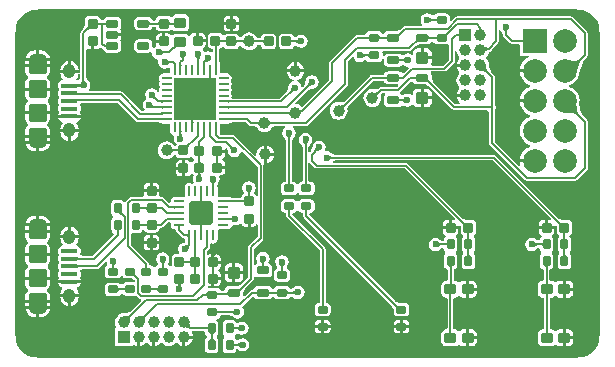
<source format=gtl>
G04*
G04 #@! TF.GenerationSoftware,Altium Limited,Altium Designer,21.6.1 (37)*
G04*
G04 Layer_Physical_Order=1*
G04 Layer_Color=255*
%FSLAX44Y44*%
%MOMM*%
G71*
G04*
G04 #@! TF.SameCoordinates,EB5C24EC-25F4-4F86-8BBE-D8D07956753C*
G04*
G04*
G04 #@! TF.FilePolarity,Positive*
G04*
G01*
G75*
%ADD14C,1.0000*%
G04:AMPARAMS|DCode=15|XSize=0.6mm|YSize=0.9mm|CornerRadius=0.075mm|HoleSize=0mm|Usage=FLASHONLY|Rotation=90.000|XOffset=0mm|YOffset=0mm|HoleType=Round|Shape=RoundedRectangle|*
%AMROUNDEDRECTD15*
21,1,0.6000,0.7500,0,0,90.0*
21,1,0.4500,0.9000,0,0,90.0*
1,1,0.1500,0.3750,0.2250*
1,1,0.1500,0.3750,-0.2250*
1,1,0.1500,-0.3750,-0.2250*
1,1,0.1500,-0.3750,0.2250*
%
%ADD15ROUNDEDRECTD15*%
G04:AMPARAMS|DCode=16|XSize=0.8mm|YSize=0.8mm|CornerRadius=0.1mm|HoleSize=0mm|Usage=FLASHONLY|Rotation=90.000|XOffset=0mm|YOffset=0mm|HoleType=Round|Shape=RoundedRectangle|*
%AMROUNDEDRECTD16*
21,1,0.8000,0.6000,0,0,90.0*
21,1,0.6000,0.8000,0,0,90.0*
1,1,0.2000,0.3000,0.3000*
1,1,0.2000,0.3000,-0.3000*
1,1,0.2000,-0.3000,-0.3000*
1,1,0.2000,-0.3000,0.3000*
%
%ADD16ROUNDEDRECTD16*%
G04:AMPARAMS|DCode=17|XSize=0.99mm|YSize=0.88mm|CornerRadius=0.11mm|HoleSize=0mm|Usage=FLASHONLY|Rotation=0.000|XOffset=0mm|YOffset=0mm|HoleType=Round|Shape=RoundedRectangle|*
%AMROUNDEDRECTD17*
21,1,0.9900,0.6600,0,0,0.0*
21,1,0.7700,0.8800,0,0,0.0*
1,1,0.2200,0.3850,-0.3300*
1,1,0.2200,-0.3850,-0.3300*
1,1,0.2200,-0.3850,0.3300*
1,1,0.2200,0.3850,0.3300*
%
%ADD17ROUNDEDRECTD17*%
G04:AMPARAMS|DCode=18|XSize=0.6mm|YSize=0.8mm|CornerRadius=0.075mm|HoleSize=0mm|Usage=FLASHONLY|Rotation=270.000|XOffset=0mm|YOffset=0mm|HoleType=Round|Shape=RoundedRectangle|*
%AMROUNDEDRECTD18*
21,1,0.6000,0.6500,0,0,270.0*
21,1,0.4500,0.8000,0,0,270.0*
1,1,0.1500,-0.3250,-0.2250*
1,1,0.1500,-0.3250,0.2250*
1,1,0.1500,0.3250,0.2250*
1,1,0.1500,0.3250,-0.2250*
%
%ADD18ROUNDEDRECTD18*%
G04:AMPARAMS|DCode=19|XSize=0.8mm|YSize=0.8mm|CornerRadius=0.1mm|HoleSize=0mm|Usage=FLASHONLY|Rotation=180.000|XOffset=0mm|YOffset=0mm|HoleType=Round|Shape=RoundedRectangle|*
%AMROUNDEDRECTD19*
21,1,0.8000,0.6000,0,0,180.0*
21,1,0.6000,0.8000,0,0,180.0*
1,1,0.2000,-0.3000,0.3000*
1,1,0.2000,0.3000,0.3000*
1,1,0.2000,0.3000,-0.3000*
1,1,0.2000,-0.3000,-0.3000*
%
%ADD19ROUNDEDRECTD19*%
G04:AMPARAMS|DCode=20|XSize=1.05mm|YSize=1.05mm|CornerRadius=0.1313mm|HoleSize=0mm|Usage=FLASHONLY|Rotation=90.000|XOffset=0mm|YOffset=0mm|HoleType=Round|Shape=RoundedRectangle|*
%AMROUNDEDRECTD20*
21,1,1.0500,0.7875,0,0,90.0*
21,1,0.7875,1.0500,0,0,90.0*
1,1,0.2625,0.3938,0.3938*
1,1,0.2625,0.3938,-0.3938*
1,1,0.2625,-0.3938,-0.3938*
1,1,0.2625,-0.3938,0.3938*
%
%ADD20ROUNDEDRECTD20*%
G04:AMPARAMS|DCode=21|XSize=0.6mm|YSize=1.05mm|CornerRadius=0.075mm|HoleSize=0mm|Usage=FLASHONLY|Rotation=90.000|XOffset=0mm|YOffset=0mm|HoleType=Round|Shape=RoundedRectangle|*
%AMROUNDEDRECTD21*
21,1,0.6000,0.9000,0,0,90.0*
21,1,0.4500,1.0500,0,0,90.0*
1,1,0.1500,0.4500,0.2250*
1,1,0.1500,0.4500,-0.2250*
1,1,0.1500,-0.4500,-0.2250*
1,1,0.1500,-0.4500,0.2250*
%
%ADD21ROUNDEDRECTD21*%
G04:AMPARAMS|DCode=22|XSize=1.5mm|YSize=1.55mm|CornerRadius=0.1875mm|HoleSize=0mm|Usage=FLASHONLY|Rotation=90.000|XOffset=0mm|YOffset=0mm|HoleType=Round|Shape=RoundedRectangle|*
%AMROUNDEDRECTD22*
21,1,1.5000,1.1750,0,0,90.0*
21,1,1.1250,1.5500,0,0,90.0*
1,1,0.3750,0.5875,0.5625*
1,1,0.3750,0.5875,-0.5625*
1,1,0.3750,-0.5875,-0.5625*
1,1,0.3750,-0.5875,0.5625*
%
%ADD22ROUNDEDRECTD22*%
G04:AMPARAMS|DCode=23|XSize=0.4mm|YSize=1.35mm|CornerRadius=0.05mm|HoleSize=0mm|Usage=FLASHONLY|Rotation=270.000|XOffset=0mm|YOffset=0mm|HoleType=Round|Shape=RoundedRectangle|*
%AMROUNDEDRECTD23*
21,1,0.4000,1.2500,0,0,270.0*
21,1,0.3000,1.3500,0,0,270.0*
1,1,0.1000,-0.6250,-0.1500*
1,1,0.1000,-0.6250,0.1500*
1,1,0.1000,0.6250,0.1500*
1,1,0.1000,0.6250,-0.1500*
%
%ADD23ROUNDEDRECTD23*%
G04:AMPARAMS|DCode=24|XSize=1.37mm|YSize=1.55mm|CornerRadius=0.1713mm|HoleSize=0mm|Usage=FLASHONLY|Rotation=270.000|XOffset=0mm|YOffset=0mm|HoleType=Round|Shape=RoundedRectangle|*
%AMROUNDEDRECTD24*
21,1,1.3700,1.2075,0,0,270.0*
21,1,1.0275,1.5500,0,0,270.0*
1,1,0.3425,-0.6038,-0.5138*
1,1,0.3425,-0.6038,0.5138*
1,1,0.3425,0.6038,0.5138*
1,1,0.3425,0.6038,-0.5138*
%
%ADD24ROUNDEDRECTD24*%
G04:AMPARAMS|DCode=25|XSize=0.6mm|YSize=0.9mm|CornerRadius=0.075mm|HoleSize=0mm|Usage=FLASHONLY|Rotation=0.000|XOffset=0mm|YOffset=0mm|HoleType=Round|Shape=RoundedRectangle|*
%AMROUNDEDRECTD25*
21,1,0.6000,0.7500,0,0,0.0*
21,1,0.4500,0.9000,0,0,0.0*
1,1,0.1500,0.2250,-0.3750*
1,1,0.1500,-0.2250,-0.3750*
1,1,0.1500,-0.2250,0.3750*
1,1,0.1500,0.2250,0.3750*
%
%ADD25ROUNDEDRECTD25*%
G04:AMPARAMS|DCode=26|XSize=0.9mm|YSize=1mm|CornerRadius=0.1125mm|HoleSize=0mm|Usage=FLASHONLY|Rotation=270.000|XOffset=0mm|YOffset=0mm|HoleType=Round|Shape=RoundedRectangle|*
%AMROUNDEDRECTD26*
21,1,0.9000,0.7750,0,0,270.0*
21,1,0.6750,1.0000,0,0,270.0*
1,1,0.2250,-0.3875,-0.3375*
1,1,0.2250,-0.3875,0.3375*
1,1,0.2250,0.3875,0.3375*
1,1,0.2250,0.3875,-0.3375*
%
%ADD26ROUNDEDRECTD26*%
%ADD27O,0.8500X0.2500*%
%ADD28O,0.2500X0.8500*%
G04:AMPARAMS|DCode=29|XSize=3.6mm|YSize=3.6mm|CornerRadius=0.18mm|HoleSize=0mm|Usage=FLASHONLY|Rotation=180.000|XOffset=0mm|YOffset=0mm|HoleType=Round|Shape=RoundedRectangle|*
%AMROUNDEDRECTD29*
21,1,3.6000,3.2400,0,0,180.0*
21,1,3.2400,3.6000,0,0,180.0*
1,1,0.3600,-1.6200,1.6200*
1,1,0.3600,1.6200,1.6200*
1,1,0.3600,1.6200,-1.6200*
1,1,0.3600,-1.6200,-1.6200*
%
%ADD29ROUNDEDRECTD29*%
G04:AMPARAMS|DCode=30|XSize=0.6mm|YSize=1mm|CornerRadius=0.075mm|HoleSize=0mm|Usage=FLASHONLY|Rotation=90.000|XOffset=0mm|YOffset=0mm|HoleType=Round|Shape=RoundedRectangle|*
%AMROUNDEDRECTD30*
21,1,0.6000,0.8500,0,0,90.0*
21,1,0.4500,1.0000,0,0,90.0*
1,1,0.1500,0.4250,0.2250*
1,1,0.1500,0.4250,-0.2250*
1,1,0.1500,-0.4250,-0.2250*
1,1,0.1500,-0.4250,0.2250*
%
%ADD30ROUNDEDRECTD30*%
G04:AMPARAMS|DCode=31|XSize=1.98mm|YSize=1.98mm|CornerRadius=0.198mm|HoleSize=0mm|Usage=FLASHONLY|Rotation=270.000|XOffset=0mm|YOffset=0mm|HoleType=Round|Shape=RoundedRectangle|*
%AMROUNDEDRECTD31*
21,1,1.9800,1.5840,0,0,270.0*
21,1,1.5840,1.9800,0,0,270.0*
1,1,0.3960,-0.7920,-0.7920*
1,1,0.3960,-0.7920,0.7920*
1,1,0.3960,0.7920,0.7920*
1,1,0.3960,0.7920,-0.7920*
%
%ADD31ROUNDEDRECTD31*%
%ADD32O,0.9000X0.2500*%
%ADD33O,0.2500X0.9000*%
%ADD60C,0.1600*%
%ADD61C,2.0000*%
%ADD62R,2.0000X2.0000*%
%ADD63R,1.0000X1.0000*%
G04:AMPARAMS|DCode=64|XSize=1.25mm|YSize=1.05mm|CornerRadius=0.525mm|HoleSize=0mm|Usage=FLASHONLY|Rotation=270.000|XOffset=0mm|YOffset=0mm|HoleType=Round|Shape=RoundedRectangle|*
%AMROUNDEDRECTD64*
21,1,1.2500,0.0000,0,0,270.0*
21,1,0.2000,1.0500,0,0,270.0*
1,1,1.0500,0.0000,-0.1000*
1,1,1.0500,0.0000,0.1000*
1,1,1.0500,0.0000,0.1000*
1,1,1.0500,0.0000,-0.1000*
%
%ADD64ROUNDEDRECTD64*%
G04:AMPARAMS|DCode=65|XSize=1.55mm|YSize=1.05mm|CornerRadius=0.525mm|HoleSize=0mm|Usage=FLASHONLY|Rotation=180.000|XOffset=0mm|YOffset=0mm|HoleType=Round|Shape=RoundedRectangle|*
%AMROUNDEDRECTD65*
21,1,1.5500,0.0000,0,0,180.0*
21,1,0.5000,1.0500,0,0,180.0*
1,1,1.0500,-0.2500,0.0000*
1,1,1.0500,0.2500,0.0000*
1,1,1.0500,0.2500,0.0000*
1,1,1.0500,-0.2500,0.0000*
%
%ADD65ROUNDEDRECTD65*%
%ADD66R,1.0000X1.0000*%
%ADD67C,0.6000*%
G36*
X477808Y297808D02*
X478814Y297136D01*
X480000Y296900D01*
Y296900D01*
X480014Y296913D01*
X483300Y296590D01*
X486473Y295627D01*
X489397Y294064D01*
X491960Y291960D01*
X494064Y289397D01*
X495627Y286473D01*
X496589Y283300D01*
X496913Y280014D01*
X496900Y280000D01*
X496900D01*
X497136Y278814D01*
X497808Y277808D01*
X497920Y277734D01*
Y22266D01*
X497808Y22192D01*
X497136Y21186D01*
X496900Y20000D01*
X496900D01*
X496913Y19986D01*
X496590Y16700D01*
X495627Y13527D01*
X494064Y10603D01*
X491960Y8040D01*
X489397Y5936D01*
X486473Y4373D01*
X483300Y3411D01*
X480014Y3087D01*
X480000Y3100D01*
Y3100D01*
X478814Y2864D01*
X477808Y2192D01*
X477734Y2080D01*
X22266D01*
X22192Y2192D01*
X21186Y2864D01*
X20000Y3100D01*
Y3100D01*
X19986Y3087D01*
X16700Y3411D01*
X13527Y4373D01*
X10603Y5936D01*
X8040Y8040D01*
X5936Y10603D01*
X4373Y13527D01*
X3411Y16700D01*
X3087Y19986D01*
X3100Y20000D01*
X3100D01*
X2864Y21186D01*
X2192Y22192D01*
X2080Y22266D01*
Y250000D01*
Y277734D01*
X2192Y277808D01*
X2864Y278814D01*
X3100Y280000D01*
X3100D01*
X3087Y280014D01*
X3411Y283300D01*
X4373Y286473D01*
X5936Y289397D01*
X8040Y291960D01*
X10603Y294064D01*
X13527Y295627D01*
X16700Y296590D01*
X19986Y296913D01*
X20000Y296900D01*
Y296900D01*
X21186Y297136D01*
X22192Y297808D01*
X22266Y297920D01*
X477734Y297920D01*
X477808Y297808D01*
D02*
G37*
%LPC*%
G36*
X146350Y293161D02*
X138650D01*
X137230Y292879D01*
X136026Y292074D01*
X135461Y291229D01*
X134091Y291046D01*
X134052Y291052D01*
X132881Y291835D01*
X131500Y292109D01*
X125500D01*
X124119Y291835D01*
X122948Y291052D01*
X122165Y289881D01*
X121929Y288694D01*
X121920Y288693D01*
X121892Y288674D01*
X121859Y288666D01*
X121473Y288394D01*
X121080Y288131D01*
X121061Y288103D01*
X121034Y288083D01*
X120909Y287886D01*
X119686D01*
X119562Y288083D01*
X119534Y288103D01*
X119515Y288131D01*
X119122Y288394D01*
X118736Y288666D01*
X118703Y288674D01*
X118675Y288693D01*
X118511Y288725D01*
X118449Y289034D01*
X117722Y290122D01*
X116634Y290849D01*
X115350Y291105D01*
X106850D01*
X105566Y290849D01*
X104478Y290122D01*
X103751Y289034D01*
X103496Y287750D01*
Y283250D01*
X103751Y281966D01*
X104478Y280878D01*
X105566Y280151D01*
X106850Y279896D01*
X115350D01*
X116634Y280151D01*
X117722Y280878D01*
X118449Y281966D01*
X118511Y282275D01*
X118675Y282307D01*
X118703Y282326D01*
X118736Y282334D01*
X119122Y282606D01*
X119515Y282869D01*
X119534Y282897D01*
X119562Y282917D01*
X119686Y283114D01*
X120909D01*
X121034Y282917D01*
X121061Y282897D01*
X121080Y282869D01*
X121473Y282606D01*
X121859Y282334D01*
X121892Y282326D01*
X121920Y282307D01*
X121929Y282306D01*
X122165Y281119D01*
X122948Y279948D01*
X124119Y279165D01*
X125500Y278891D01*
X131500D01*
X132881Y279165D01*
X134052Y279948D01*
X134368Y280421D01*
X135893Y280425D01*
X136026Y280226D01*
X137230Y279421D01*
X138650Y279139D01*
X146350D01*
X147770Y279421D01*
X148974Y280226D01*
X149779Y281430D01*
X150061Y282850D01*
Y289450D01*
X149779Y290870D01*
X148974Y292074D01*
X147770Y292879D01*
X146350Y293161D01*
D02*
G37*
G36*
X188613Y292035D02*
X186884D01*
Y286696D01*
X189572D01*
Y287026D01*
X189588Y286874D01*
X189637Y286738D01*
X189665Y286696D01*
X192223D01*
Y288426D01*
X191948Y289807D01*
X191166Y290978D01*
X189995Y291760D01*
X188613Y292035D01*
D02*
G37*
G36*
X184344D02*
X182614D01*
X181232Y291760D01*
X180061Y290978D01*
X179279Y289807D01*
X179004Y288426D01*
Y286696D01*
X184344D01*
Y292035D01*
D02*
G37*
G36*
X192223Y284156D02*
X189665D01*
X189637Y284114D01*
X189588Y283978D01*
X189572Y283826D01*
Y284156D01*
X186884D01*
Y278817D01*
X188613D01*
X189995Y279091D01*
X191166Y279874D01*
X191948Y281045D01*
X192223Y282426D01*
Y284156D01*
D02*
G37*
G36*
X351349Y294149D02*
X349188Y293719D01*
X347355Y292494D01*
X346130Y290662D01*
X345701Y288500D01*
X346130Y286338D01*
X347165Y284790D01*
X346719Y283520D01*
X332634D01*
X331721Y283338D01*
X330947Y282821D01*
X328281Y280155D01*
X328076Y280203D01*
X328030Y280196D01*
X327984Y280205D01*
X327533Y280115D01*
X327079Y280042D01*
X327039Y280017D01*
X326992Y280008D01*
X326610Y279752D01*
X326219Y279510D01*
X325783Y279104D01*
X318250D01*
X316966Y278849D01*
X315878Y278122D01*
X315151Y277034D01*
X314250Y276722D01*
X313349Y277034D01*
X312622Y278122D01*
X311534Y278849D01*
X310250Y279104D01*
X302750D01*
X301466Y278849D01*
X300378Y278122D01*
X299651Y277034D01*
X299590Y276725D01*
X299425Y276693D01*
X299397Y276674D01*
X299364Y276666D01*
X298978Y276394D01*
X298585Y276131D01*
X298566Y276103D01*
X298538Y276083D01*
X298414Y275886D01*
X292177D01*
X291264Y275704D01*
X290490Y275187D01*
X269172Y253869D01*
X268654Y253095D01*
X268473Y252182D01*
Y237892D01*
X245595Y215014D01*
X245050Y215050D01*
X243475Y216258D01*
X241640Y217018D01*
X240284Y217197D01*
X239823Y218532D01*
X250781Y229490D01*
X250949Y229447D01*
X250999Y229455D01*
X251049Y229444D01*
X251498Y229527D01*
X251949Y229594D01*
X251992Y229619D01*
X252042Y229629D01*
X252425Y229877D01*
X252817Y230111D01*
X252908Y230194D01*
X252918Y230200D01*
X252948Y230213D01*
X253002Y230233D01*
X253085Y230256D01*
X253200Y230278D01*
X253348Y230297D01*
X253530Y230308D01*
X253572Y230308D01*
X253866Y230249D01*
X256028Y230679D01*
X257861Y231903D01*
X259085Y233736D01*
X259515Y235898D01*
X259085Y238059D01*
X257861Y239892D01*
X256028Y241116D01*
X253866Y241546D01*
X251705Y241116D01*
X249872Y239892D01*
X248648Y238059D01*
X248218Y235898D01*
X248267Y235652D01*
X248254Y235499D01*
X248232Y235342D01*
X248206Y235218D01*
X248179Y235126D01*
X248155Y235063D01*
X248138Y235026D01*
X248128Y235010D01*
X248127Y235008D01*
X248043Y234916D01*
X247826Y234551D01*
X247585Y234201D01*
X247568Y234119D01*
X247525Y234048D01*
X247463Y233628D01*
X247375Y233213D01*
X247390Y233131D01*
X247378Y233048D01*
X247421Y232879D01*
X246215Y231672D01*
X244837Y232090D01*
X244584Y233360D01*
X243360Y235192D01*
X241528Y236417D01*
X240766Y236568D01*
X240808Y237855D01*
X241746Y237978D01*
X243580Y238738D01*
X245155Y239946D01*
X246363Y241522D01*
X247123Y243356D01*
X247215Y244054D01*
X232339D01*
X232431Y243356D01*
X233191Y241522D01*
X234400Y239946D01*
X235975Y238738D01*
X237809Y237978D01*
X238251Y237920D01*
X238293Y236633D01*
X237204Y236417D01*
X235372Y235192D01*
X234147Y233360D01*
X233717Y231198D01*
X233772Y230924D01*
X233759Y230740D01*
X233739Y230587D01*
X233714Y230468D01*
X233690Y230380D01*
X233668Y230321D01*
X233652Y230288D01*
X233644Y230275D01*
X233561Y230182D01*
X233335Y229804D01*
X233090Y229438D01*
X233077Y229372D01*
X233043Y229314D01*
X232979Y228879D01*
X232893Y228447D01*
X232906Y228381D01*
X232896Y228315D01*
X232939Y228146D01*
X226679Y221886D01*
X186534D01*
X186407Y222086D01*
X186381Y222105D01*
X186363Y222131D01*
X185969Y222395D01*
X185581Y222668D01*
X185572Y222958D01*
X185753Y223942D01*
X185864Y224500D01*
X185570Y225979D01*
X184888Y227000D01*
X185570Y228021D01*
X185864Y229500D01*
X185570Y230979D01*
X184888Y232000D01*
X185570Y233021D01*
X185864Y234500D01*
X185570Y235979D01*
X184888Y237000D01*
X185570Y238021D01*
X185864Y239500D01*
X185570Y240979D01*
X184732Y242232D01*
X183479Y243070D01*
X182000Y243364D01*
X176364D01*
Y249000D01*
X176213Y249763D01*
X176216Y249817D01*
X176182Y249917D01*
X176070Y250479D01*
X175950Y250658D01*
X175935Y250723D01*
X175933Y250741D01*
X175892Y251339D01*
X175890Y251562D01*
X175788Y252042D01*
X175693Y252523D01*
X175684Y252536D01*
X175681Y252551D01*
X175404Y252956D01*
X175131Y253363D01*
X175118Y253372D01*
X175110Y253385D01*
X174886Y253531D01*
Y263335D01*
X175083Y263459D01*
X175103Y263487D01*
X175131Y263506D01*
X175394Y263899D01*
X175666Y264285D01*
X175674Y264318D01*
X175693Y264346D01*
X175710Y264435D01*
X176495Y264591D01*
X177666Y265374D01*
X178014Y265895D01*
X178451Y265947D01*
X179460Y265773D01*
X180061Y264874D01*
X181232Y264091D01*
X182614Y263817D01*
X188613D01*
X189995Y264091D01*
X191166Y264874D01*
X191948Y266045D01*
X192022Y266413D01*
X192667Y266960D01*
X193234Y266891D01*
X194027Y266623D01*
X195236Y265048D01*
X196811Y263840D01*
X198645Y263080D01*
X200613Y262821D01*
X202582Y263080D01*
X204416Y263840D01*
X205991Y265048D01*
X207200Y266623D01*
X207387Y267075D01*
X207679Y267141D01*
X208140Y267233D01*
X208170Y267253D01*
X208205Y267261D01*
X208438Y267426D01*
X208974Y267610D01*
X209337Y267703D01*
X209719Y267606D01*
X210238Y267425D01*
X210473Y267260D01*
X210506Y267252D01*
X210534Y267233D01*
X210543Y267231D01*
X210779Y266045D01*
X211561Y264874D01*
X212732Y264091D01*
X214114Y263817D01*
X220114D01*
X221495Y264091D01*
X222666Y264874D01*
X223448Y266045D01*
X223723Y267426D01*
Y273426D01*
X223448Y274807D01*
X222666Y275978D01*
X221495Y276760D01*
X220114Y277035D01*
X214114D01*
X212732Y276760D01*
X211561Y275978D01*
X210779Y274807D01*
X210543Y273620D01*
X210534Y273619D01*
X210506Y273600D01*
X210473Y273592D01*
X210238Y273426D01*
X209719Y273246D01*
X209337Y273148D01*
X208974Y273241D01*
X208438Y273426D01*
X208205Y273591D01*
X208170Y273598D01*
X208140Y273619D01*
X207679Y273710D01*
X207387Y273777D01*
X207200Y274228D01*
X205991Y275803D01*
X204416Y277012D01*
X202582Y277772D01*
X200613Y278031D01*
X198645Y277772D01*
X196811Y277012D01*
X195236Y275803D01*
X194027Y274228D01*
X193234Y273960D01*
X192667Y273891D01*
X192022Y274438D01*
X191948Y274807D01*
X191166Y275978D01*
X189995Y276760D01*
X188613Y277035D01*
X182614D01*
X181232Y276760D01*
X180061Y275978D01*
X179713Y275457D01*
X179276Y275405D01*
X178267Y275578D01*
X177666Y276478D01*
X176495Y277260D01*
X175114Y277535D01*
X169114D01*
X167732Y277260D01*
X166561Y276478D01*
X165779Y275307D01*
X165504Y273926D01*
Y267926D01*
X165779Y266545D01*
X166561Y265374D01*
X167732Y264591D01*
X169114Y264317D01*
X169327D01*
X169334Y264285D01*
X169606Y263899D01*
X169869Y263506D01*
X169897Y263487D01*
X169917Y263459D01*
X170114Y263335D01*
Y261707D01*
X168994Y261108D01*
X168322Y261558D01*
X166160Y261988D01*
X164086Y261575D01*
X163082Y261547D01*
X162771Y261676D01*
X161666Y263330D01*
X161625Y263631D01*
X161652Y263961D01*
X161854Y264831D01*
X162666Y265374D01*
X163448Y266545D01*
X163723Y267926D01*
Y269656D01*
X157114D01*
Y270926D01*
X155843D01*
Y274884D01*
X155513D01*
X155666Y274900D01*
X155801Y274949D01*
X155843Y274978D01*
Y277535D01*
X154114D01*
X152732Y277260D01*
X151561Y276478D01*
X150779Y275307D01*
X149439Y275079D01*
X148974Y275774D01*
X147770Y276579D01*
X146350Y276861D01*
X138650D01*
X137230Y276579D01*
X136026Y275774D01*
X135893Y275575D01*
X134368Y275579D01*
X134052Y276052D01*
X132881Y276835D01*
X131500Y277109D01*
X129770D01*
Y270500D01*
X128500D01*
Y269230D01*
X124542D01*
Y268900D01*
X124526Y269052D01*
X124477Y269188D01*
X124448Y269230D01*
X121891D01*
Y267500D01*
X122125Y266324D01*
X121753Y266250D01*
X119974Y265061D01*
X119662Y265124D01*
X118705Y265491D01*
Y268750D01*
X118449Y270034D01*
X117722Y271122D01*
X116634Y271849D01*
X115350Y272104D01*
X106850D01*
X105566Y271849D01*
X104478Y271122D01*
X103751Y270034D01*
X103496Y268750D01*
Y264250D01*
X103751Y262966D01*
X104478Y261878D01*
X105566Y261151D01*
X106850Y260896D01*
X115350D01*
X116634Y261151D01*
X117050Y261429D01*
X117514Y261278D01*
X118322Y260751D01*
X118696Y258870D01*
X119921Y257037D01*
X121753Y255813D01*
X122906Y255583D01*
X123862Y254855D01*
X123799Y254209D01*
X123489Y252651D01*
X123919Y250490D01*
X125143Y248657D01*
X126976Y247433D01*
X129137Y247003D01*
X131299Y247433D01*
X132366Y248146D01*
X133636Y247467D01*
Y243364D01*
X128000D01*
X126521Y243070D01*
X125267Y242232D01*
X124430Y240979D01*
X124136Y239500D01*
X124430Y238021D01*
X125112Y237000D01*
X124430Y235979D01*
X124136Y234500D01*
X124430Y233021D01*
X125112Y232000D01*
X124430Y230979D01*
X124136Y229500D01*
X124430Y228021D01*
X124486Y227938D01*
X124465Y227906D01*
X122941Y227912D01*
X122181Y229048D01*
X120349Y230273D01*
X118187Y230702D01*
X116026Y230273D01*
X114193Y229048D01*
X112969Y227215D01*
X112539Y225054D01*
X112969Y222892D01*
X113709Y221784D01*
X112165Y220752D01*
X110941Y218920D01*
X110511Y216758D01*
X110941Y214597D01*
X112037Y212956D01*
X111667Y211686D01*
X109371D01*
X93820Y227237D01*
X93046Y227754D01*
X92133Y227936D01*
X65082D01*
X64733Y229206D01*
X65845Y230871D01*
X66275Y233033D01*
X65845Y235194D01*
X64621Y237027D01*
X64101Y237374D01*
X64008Y237483D01*
X63812Y237637D01*
X63713Y237727D01*
X63646Y237798D01*
X63607Y237847D01*
X63598Y237860D01*
X63593Y237946D01*
X63563Y238064D01*
X63569Y238185D01*
X63439Y238550D01*
X63344Y238925D01*
X63271Y239023D01*
X63230Y239137D01*
X62971Y239424D01*
X62738Y239735D01*
X62634Y239796D01*
X62593Y239842D01*
Y263440D01*
X63863Y264117D01*
X65000Y263891D01*
X66730D01*
Y266448D01*
X66688Y266477D01*
X66552Y266526D01*
X66400Y266542D01*
X66730D01*
Y270500D01*
X69270D01*
Y266542D01*
X69600D01*
X69448Y266526D01*
X69312Y266477D01*
X69270Y266448D01*
Y263891D01*
X71000D01*
X72381Y264165D01*
X73552Y264948D01*
X73675Y265131D01*
X75110Y265374D01*
X75899Y264771D01*
X75917Y264742D01*
X75924Y264709D01*
X76186Y264316D01*
X76438Y263917D01*
X76466Y263897D01*
X76485Y263869D01*
X76878Y263606D01*
X77264Y263334D01*
X77297Y263326D01*
X77325Y263307D01*
X77490Y263275D01*
X77551Y262966D01*
X78278Y261878D01*
X79366Y261151D01*
X80650Y260896D01*
X89150D01*
X90434Y261151D01*
X91522Y261878D01*
X92249Y262966D01*
X92505Y264250D01*
Y268750D01*
X92249Y270034D01*
X91522Y271122D01*
Y271378D01*
X92249Y272466D01*
X92505Y273750D01*
Y274730D01*
X89947D01*
X89918Y274688D01*
X89869Y274552D01*
X89853Y274400D01*
Y274730D01*
X84900D01*
Y277270D01*
X89853D01*
Y277600D01*
X89869Y277448D01*
X89918Y277312D01*
X89947Y277270D01*
X92505D01*
Y278250D01*
X92249Y279534D01*
X92109Y279743D01*
X91588Y280750D01*
X92109Y281757D01*
X92249Y281966D01*
X92505Y283250D01*
Y287750D01*
X92249Y289034D01*
X91522Y290122D01*
X90434Y290849D01*
X89150Y291105D01*
X80650D01*
X79366Y290849D01*
X78278Y290122D01*
X77551Y289034D01*
X76772Y288841D01*
X76269Y288840D01*
X75767Y288841D01*
X75764Y288839D01*
X75761D01*
X74666Y289325D01*
X74385Y289626D01*
X74335Y289881D01*
X73552Y291052D01*
X72381Y291835D01*
X71000Y292109D01*
X65000D01*
X63619Y291835D01*
X62448Y291052D01*
X61665Y289881D01*
X61391Y288500D01*
Y283712D01*
X61281Y283583D01*
X61018Y283312D01*
X60756Y282905D01*
X60487Y282503D01*
X60483Y282481D01*
X60471Y282462D01*
X60385Y281985D01*
X60290Y281511D01*
X60295Y281490D01*
X60291Y281468D01*
X60345Y281219D01*
X58520Y279394D01*
X58003Y278620D01*
X57821Y277707D01*
Y239584D01*
X57665Y239490D01*
X57516Y239288D01*
X57329Y239119D01*
X57218Y238885D01*
X57064Y238677D01*
X57004Y238433D01*
X56911Y238239D01*
X56891Y238202D01*
X56480Y237841D01*
X56065Y237544D01*
X54790Y237750D01*
X54621Y238045D01*
X54382Y238869D01*
X55304Y240071D01*
X56090Y241966D01*
X56322Y243730D01*
X48500D01*
X40678D01*
X40911Y241966D01*
X41695Y240071D01*
X42618Y238869D01*
X42379Y238045D01*
X42125Y237600D01*
X42095Y237569D01*
X41064Y237364D01*
X40058Y236692D01*
X39386Y235686D01*
X39150Y234500D01*
Y231500D01*
X39386Y230314D01*
X39763Y229750D01*
X39386Y229186D01*
X39150Y228000D01*
Y225000D01*
X39386Y223814D01*
X39763Y223250D01*
X39386Y222686D01*
X39150Y221500D01*
Y218500D01*
X39386Y217314D01*
X39763Y216750D01*
X39386Y216186D01*
X39150Y215000D01*
Y212000D01*
X39386Y210814D01*
X39763Y210250D01*
X39386Y209686D01*
X39150Y208500D01*
Y208270D01*
X48500D01*
X57850D01*
Y208500D01*
X57614Y209686D01*
X57237Y210250D01*
X57614Y210814D01*
X57850Y212000D01*
Y215000D01*
X57614Y216186D01*
X57332Y216608D01*
X57829Y217765D01*
X57909Y217783D01*
X57952Y217813D01*
X58002Y217826D01*
X58363Y218103D01*
X58735Y218366D01*
X58763Y218409D01*
X58804Y218441D01*
X58875Y218564D01*
X89239D01*
X104790Y203013D01*
X105564Y202496D01*
X106477Y202314D01*
X123333D01*
X123466Y202107D01*
X123580Y202027D01*
X123667Y201918D01*
X123991Y201740D01*
X124294Y201528D01*
X124430Y201498D01*
X124552Y201431D01*
X124920Y201390D01*
X125281Y201311D01*
X125464Y201307D01*
X125785Y201279D01*
X125854Y201268D01*
X125935Y201250D01*
X125996Y201233D01*
X126040Y201217D01*
X126067Y201206D01*
X126081Y201199D01*
X126168Y201145D01*
X126239Y201119D01*
X126521Y200930D01*
X127012Y200832D01*
X127116Y200794D01*
X127191Y200797D01*
X128000Y200636D01*
X133636D01*
Y195000D01*
X133930Y193521D01*
X134768Y192267D01*
X136021Y191430D01*
X136320Y191371D01*
X137028Y190145D01*
X136598Y187983D01*
X137028Y185822D01*
X138253Y183989D01*
X139281Y183302D01*
X138665Y182381D01*
X138663Y182371D01*
X138597Y182161D01*
X138584Y182124D01*
X138422Y182009D01*
X137543Y181852D01*
X137270Y181875D01*
X136109Y183387D01*
X134534Y184596D01*
X132700Y185355D01*
X130732Y185614D01*
X128763Y185355D01*
X126929Y184596D01*
X125354Y183387D01*
X124146Y181812D01*
X123386Y179978D01*
X123127Y178009D01*
X123386Y176041D01*
X124146Y174207D01*
X125354Y172632D01*
X126929Y171423D01*
X128763Y170663D01*
X130732Y170404D01*
X132700Y170663D01*
X134534Y171423D01*
X136109Y172632D01*
X137267Y174140D01*
X137556Y174163D01*
X138426Y174003D01*
X138582Y173891D01*
X138594Y173857D01*
X138660Y173645D01*
X138665Y173619D01*
X139448Y172448D01*
X140619Y171665D01*
X142000Y171391D01*
X148000D01*
X149381Y171665D01*
X150552Y172448D01*
X150900Y172969D01*
X151337Y173021D01*
X152347Y172847D01*
X152948Y171948D01*
X154119Y171165D01*
X154209Y171147D01*
Y169853D01*
X154119Y169835D01*
X152948Y169052D01*
X152347Y168153D01*
X151337Y167979D01*
X150900Y168031D01*
X150552Y168552D01*
X149381Y169335D01*
X148000Y169609D01*
X146270D01*
Y163000D01*
Y156391D01*
X148000D01*
X149381Y156665D01*
X150552Y157448D01*
X151153Y158348D01*
X152163Y158521D01*
X152600Y158469D01*
X152948Y157948D01*
X153909Y157306D01*
X153281Y156367D01*
X152851Y154205D01*
X153281Y152043D01*
X153806Y151258D01*
X153521Y150570D01*
X152500Y149888D01*
X151479Y150570D01*
X150000Y150864D01*
X148521Y150570D01*
X147268Y149732D01*
X146430Y148479D01*
X146136Y147000D01*
Y140500D01*
X146279Y139781D01*
X145219Y138721D01*
X144500Y138864D01*
X138000D01*
X136521Y138570D01*
X135267Y137732D01*
X134430Y136479D01*
X134136Y135000D01*
X134162Y134867D01*
X133702Y133953D01*
X133139Y133447D01*
X132869Y133410D01*
X128142Y138137D01*
X127368Y138654D01*
X126455Y138836D01*
X125223D01*
X124431Y140106D01*
X124609Y141000D01*
Y142730D01*
X118000D01*
X111391D01*
Y141000D01*
X111568Y140106D01*
X110777Y138836D01*
X100930D01*
X100017Y138654D01*
X99243Y138137D01*
X96541Y135436D01*
X96024Y134662D01*
X95982Y134450D01*
X95822Y134391D01*
X94661Y134316D01*
X94122Y135122D01*
X93034Y135849D01*
X91750Y136104D01*
X87250D01*
X85966Y135849D01*
X84878Y135122D01*
X84151Y134034D01*
X83896Y132750D01*
Y125250D01*
X84151Y123966D01*
X84878Y122878D01*
X85049Y122764D01*
Y121236D01*
X84878Y121122D01*
X84151Y120034D01*
X83896Y118750D01*
Y111250D01*
X84151Y109966D01*
X84878Y108878D01*
X85768Y108283D01*
X86103Y107197D01*
X86150Y106868D01*
X68167Y88886D01*
X58861D01*
X58734Y89085D01*
X58708Y89104D01*
X58689Y89131D01*
X58455Y89288D01*
X57822Y90060D01*
X57751Y91007D01*
X57850Y91500D01*
Y94500D01*
X57614Y95686D01*
X56942Y96692D01*
X55936Y97364D01*
X54905Y97569D01*
X54875Y97600D01*
X54621Y98045D01*
X54382Y98869D01*
X55304Y100071D01*
X56090Y101966D01*
X56322Y103730D01*
X48500D01*
X40678D01*
X40911Y101966D01*
X41695Y100071D01*
X42618Y98869D01*
X42379Y98045D01*
X42125Y97600D01*
X42095Y97569D01*
X41064Y97364D01*
X40058Y96692D01*
X39386Y95686D01*
X39150Y94500D01*
Y91500D01*
X39386Y90314D01*
X39763Y89750D01*
X39386Y89186D01*
X39150Y88000D01*
Y85000D01*
X39386Y83814D01*
X39763Y83250D01*
X39386Y82686D01*
X39150Y81500D01*
Y78500D01*
X39386Y77314D01*
X39763Y76750D01*
X39386Y76186D01*
X39150Y75000D01*
Y72000D01*
X39386Y70814D01*
X39763Y70250D01*
X39386Y69686D01*
X39150Y68500D01*
Y68270D01*
X48500D01*
X57850D01*
Y68500D01*
X57614Y69686D01*
X57237Y70250D01*
X57614Y70814D01*
X57850Y72000D01*
Y75000D01*
X57751Y75493D01*
X57822Y76440D01*
X58455Y77212D01*
X58689Y77369D01*
X58708Y77396D01*
X58734Y77415D01*
X58861Y77614D01*
X71762D01*
X72675Y77796D01*
X73449Y78313D01*
X78759Y83623D01*
X80137Y83205D01*
X80281Y82477D01*
X80558Y82064D01*
X80035Y80561D01*
X79378Y80122D01*
X78651Y79034D01*
X78396Y77750D01*
Y73250D01*
X78651Y71966D01*
X79378Y70878D01*
X80466Y70151D01*
X81750Y69896D01*
X89250D01*
X90534Y70151D01*
X91622Y70878D01*
X91961Y71385D01*
X92156Y71440D01*
X93417Y71319D01*
X93878Y70628D01*
X94966Y69901D01*
X96250Y69646D01*
X101283D01*
X101412Y69536D01*
X101684Y69273D01*
X102090Y69011D01*
X102493Y68742D01*
X102514Y68738D01*
X102533Y68726D01*
X103010Y68639D01*
X103484Y68545D01*
X103666Y68355D01*
X104162Y67200D01*
X103044Y66296D01*
X102750Y66354D01*
X96250D01*
X94966Y66099D01*
X93878Y65372D01*
X93468Y64758D01*
X93400Y64680D01*
X92156Y64560D01*
X91974Y64611D01*
X91947Y64636D01*
X91622Y65122D01*
X90534Y65849D01*
X89250Y66104D01*
X81750D01*
X80466Y65849D01*
X79378Y65122D01*
X78651Y64034D01*
X78396Y62750D01*
Y58250D01*
X78651Y56966D01*
X79378Y55878D01*
X80466Y55151D01*
X81750Y54896D01*
X89250D01*
X90534Y55151D01*
X91622Y55878D01*
X92032Y56492D01*
X92100Y56570D01*
X93344Y56690D01*
X93526Y56639D01*
X93553Y56614D01*
X93878Y56128D01*
X94966Y55401D01*
X96250Y55146D01*
X102750D01*
X104034Y55401D01*
X104684Y55835D01*
X105013Y55342D01*
X107588Y52767D01*
X108362Y52250D01*
X108736Y52176D01*
X109217Y50861D01*
X99855Y41498D01*
X99744Y41529D01*
X99613Y41513D01*
X99483Y41536D01*
X99115Y41453D01*
X98740Y41408D01*
X98626Y41344D01*
X98497Y41315D01*
X98189Y41097D01*
X97860Y40912D01*
X97730Y40801D01*
X97687Y40773D01*
X97564Y40713D01*
X97357Y40635D01*
X97066Y40552D01*
X96696Y40472D01*
X96277Y40407D01*
X95119Y40308D01*
X94678Y40295D01*
X94600Y40305D01*
X94476Y40289D01*
X94453Y40288D01*
X94428Y40283D01*
X92632Y40046D01*
X90798Y39286D01*
X89222Y38078D01*
X88014Y36502D01*
X87254Y34668D01*
X86995Y32700D01*
X87254Y30732D01*
X88014Y28898D01*
X88181Y28679D01*
X87620Y27540D01*
X87060D01*
Y12460D01*
X102140D01*
Y13020D01*
X103279Y13582D01*
X103497Y13414D01*
X105332Y12654D01*
X106030Y12562D01*
Y20000D01*
X108570D01*
Y12562D01*
X109268Y12654D01*
X111103Y13414D01*
X112678Y14622D01*
X113015Y15062D01*
X114285D01*
X114622Y14622D01*
X116198Y13414D01*
X118032Y12654D01*
X118730Y12562D01*
Y20000D01*
X121270D01*
Y12562D01*
X121968Y12654D01*
X123802Y13414D01*
X125378Y14622D01*
X125715Y15062D01*
X126985D01*
X127322Y14622D01*
X128897Y13414D01*
X130732Y12654D01*
X132700Y12395D01*
X134668Y12654D01*
X136503Y13414D01*
X138078Y14622D01*
X138415Y15062D01*
X139685D01*
X140022Y14622D01*
X141597Y13414D01*
X143432Y12654D01*
X144130Y12562D01*
Y20000D01*
X145400D01*
Y21270D01*
X152838D01*
X152746Y21968D01*
X151986Y23802D01*
X151978Y23892D01*
X152580Y25114D01*
X162414D01*
X162539Y24917D01*
X162566Y24897D01*
X162585Y24869D01*
X162978Y24606D01*
X163364Y24334D01*
X163396Y24327D01*
Y23750D01*
X163651Y22466D01*
X164378Y21378D01*
X164549Y21264D01*
Y19736D01*
X164378Y19622D01*
X163651Y18534D01*
X163396Y17250D01*
Y9750D01*
X163651Y8466D01*
X164378Y7378D01*
X165466Y6651D01*
X166750Y6395D01*
X171250D01*
X172534Y6651D01*
X173622Y7378D01*
X174349Y8466D01*
X174604Y9750D01*
Y17250D01*
X174349Y18534D01*
X173622Y19622D01*
X173451Y19736D01*
Y21264D01*
X173622Y21378D01*
X174349Y22466D01*
X174604Y23750D01*
Y31250D01*
X174349Y32534D01*
X173622Y33622D01*
X172868Y34125D01*
X173248Y35389D01*
X173253Y35396D01*
X174534Y35651D01*
X175622Y36378D01*
X176349Y37466D01*
X176450Y37975D01*
X176575Y37999D01*
X176603Y38018D01*
X176636Y38026D01*
X177022Y38298D01*
X177415Y38561D01*
X177434Y38589D01*
X177461Y38609D01*
X177586Y38806D01*
X183997D01*
X184089Y38654D01*
X184210Y38563D01*
X184303Y38443D01*
X184613Y38265D01*
X184900Y38051D01*
X185047Y38015D01*
X185179Y37939D01*
X185533Y37892D01*
X185880Y37805D01*
X186006Y37799D01*
X186017Y37798D01*
X186049Y37790D01*
X186104Y37771D01*
X186183Y37737D01*
X186286Y37684D01*
X186381Y37627D01*
X186589Y37475D01*
X186646Y37390D01*
X186945Y37190D01*
X186951Y37185D01*
X186962Y37178D01*
X188478Y36165D01*
X190640Y35735D01*
X192801Y36165D01*
X194634Y37390D01*
X195858Y39222D01*
X196288Y41384D01*
X195858Y43546D01*
X194634Y45378D01*
X195167Y46549D01*
X202680Y54062D01*
X203496Y54789D01*
X204208Y54444D01*
X204364Y54334D01*
X204397Y54326D01*
X204425Y54307D01*
X204535Y54286D01*
X204593Y54257D01*
X204651Y53966D01*
X205378Y52878D01*
X206466Y52151D01*
X207750Y51896D01*
X216750D01*
X218034Y52151D01*
X219122Y52878D01*
X219849Y53966D01*
X220750Y54278D01*
X221651Y53966D01*
X222378Y52878D01*
X223466Y52151D01*
X224750Y51895D01*
X232250D01*
X233534Y52151D01*
X234622Y52878D01*
X235147Y53664D01*
X235617Y54086D01*
X236371Y54423D01*
X236735Y54373D01*
X237091Y54284D01*
X237216Y54277D01*
X237227Y54276D01*
X237257Y54268D01*
X237309Y54251D01*
X237386Y54218D01*
X237486Y54165D01*
X237578Y54109D01*
X237797Y53947D01*
X237864Y53846D01*
X239697Y52622D01*
X241859Y52192D01*
X244020Y52622D01*
X245853Y53846D01*
X247077Y55679D01*
X247507Y57840D01*
X247077Y60002D01*
X245853Y61835D01*
X244020Y63059D01*
X241859Y63489D01*
X239697Y63059D01*
X237864Y61835D01*
X237667Y61539D01*
X237516Y61377D01*
X237397Y61262D01*
X237296Y61178D01*
X237216Y61120D01*
X237157Y61085D01*
X237121Y61067D01*
X237108Y61062D01*
X236991Y61056D01*
X236982Y61054D01*
X236973Y61055D01*
X236582Y60953D01*
X235725Y61009D01*
X235665Y61052D01*
X234998Y61560D01*
X234622Y62122D01*
X233534Y62849D01*
X232250Y63104D01*
X224750D01*
X223466Y62849D01*
X222378Y62122D01*
X221651Y61034D01*
X220750Y60722D01*
X219849Y61034D01*
X219122Y62122D01*
X218034Y62849D01*
X216750Y63105D01*
X207750D01*
X206466Y62849D01*
X205378Y62122D01*
X204651Y61034D01*
X204590Y60725D01*
X204425Y60693D01*
X204397Y60674D01*
X204364Y60666D01*
X203978Y60394D01*
X203585Y60131D01*
X203566Y60103D01*
X203538Y60083D01*
X203414Y59886D01*
X202744D01*
X201831Y59704D01*
X201057Y59187D01*
X196845Y54974D01*
X196278Y55100D01*
X195604Y55530D01*
Y58283D01*
X195714Y58412D01*
X195977Y58684D01*
X196239Y59090D01*
X196508Y59493D01*
X196512Y59514D01*
X196524Y59533D01*
X196611Y60010D01*
X196705Y60484D01*
X196700Y60505D01*
X196704Y60527D01*
X196651Y60776D01*
X203760Y67886D01*
X204277Y68660D01*
X204459Y69573D01*
Y71081D01*
X204588Y71193D01*
X205729Y71644D01*
X206466Y71151D01*
X207750Y70896D01*
X216750D01*
X218034Y71151D01*
X219122Y71878D01*
X219849Y72966D01*
X220105Y74250D01*
Y78750D01*
X219849Y80034D01*
X219122Y81122D01*
X218034Y81849D01*
X217437Y81968D01*
X216824Y83279D01*
X216828Y83342D01*
X217469Y84300D01*
X217899Y86462D01*
X217469Y88624D01*
X216244Y90456D01*
X214412Y91681D01*
X212250Y92111D01*
X210088Y91681D01*
X208256Y90456D01*
X207031Y88624D01*
X206602Y86462D01*
X207031Y84300D01*
X207672Y83342D01*
X207676Y83279D01*
X207063Y81968D01*
X206466Y81849D01*
X205729Y81356D01*
X204588Y81807D01*
X204459Y81919D01*
Y94947D01*
X212028Y102516D01*
X212545Y103290D01*
X212726Y104203D01*
Y165386D01*
X212606Y165994D01*
X212931Y166496D01*
Y174671D01*
Y182108D01*
X212233Y182016D01*
X210399Y181257D01*
X208823Y180048D01*
X207615Y178473D01*
X206855Y176639D01*
X206596Y174671D01*
X206652Y174245D01*
X205449Y173652D01*
X188692Y190409D01*
X187918Y190926D01*
X187005Y191108D01*
X176884D01*
X176842Y191120D01*
X176441Y191432D01*
X175882Y192373D01*
X175889Y192405D01*
X175902Y192922D01*
X175910Y193050D01*
X175945Y193335D01*
X176070Y193521D01*
X176182Y194083D01*
X176216Y194183D01*
X176213Y194237D01*
X176364Y195000D01*
Y200636D01*
X182000D01*
X182763Y200788D01*
X182817Y200784D01*
X182917Y200818D01*
X183479Y200930D01*
X183658Y201050D01*
X183723Y201064D01*
X183741Y201067D01*
X184339Y201108D01*
X184562Y201110D01*
X185042Y201212D01*
X185523Y201307D01*
X185536Y201316D01*
X185551Y201319D01*
X185956Y201596D01*
X186363Y201869D01*
X186372Y201882D01*
X186385Y201890D01*
X186530Y202114D01*
X198084D01*
X200611Y199588D01*
X201385Y199070D01*
X202298Y198889D01*
X204970D01*
X205093Y198694D01*
X205122Y198673D01*
X205142Y198643D01*
X205533Y198382D01*
X205917Y198110D01*
X205952Y198102D01*
X205982Y198082D01*
X206444Y197990D01*
X206736Y197924D01*
X206923Y197472D01*
X208131Y195897D01*
X209706Y194688D01*
X211541Y193929D01*
X213509Y193670D01*
X215477Y193929D01*
X217311Y194688D01*
X218886Y195897D01*
X220095Y197472D01*
X220282Y197924D01*
X220574Y197990D01*
X221035Y198082D01*
X221065Y198102D01*
X221100Y198110D01*
X221485Y198382D01*
X221876Y198643D01*
X221896Y198673D01*
X221925Y198694D01*
X222048Y198889D01*
X231252D01*
X231637Y197619D01*
X230312Y196733D01*
X229087Y194901D01*
X228657Y192739D01*
X229087Y190577D01*
X230312Y188745D01*
X230544Y188589D01*
X230665Y188450D01*
X230759Y188328D01*
X230826Y188226D01*
X230871Y188146D01*
X230897Y188090D01*
X230909Y188055D01*
X230913Y188041D01*
X230913Y188040D01*
X230919Y187916D01*
X231027Y187489D01*
X231113Y187057D01*
X231150Y187001D01*
X231167Y186936D01*
X231430Y186583D01*
X231674Y186216D01*
X231730Y186179D01*
X231770Y186126D01*
X231920Y186036D01*
Y152586D01*
X231722Y152462D01*
X231703Y152434D01*
X231674Y152415D01*
X231412Y152022D01*
X231139Y151636D01*
X231132Y151604D01*
X230750D01*
X229466Y151349D01*
X228378Y150622D01*
X227651Y149534D01*
X227395Y148250D01*
Y143750D01*
X227651Y142466D01*
X228378Y141378D01*
X229466Y140651D01*
X230750Y140396D01*
X238250D01*
X239534Y140651D01*
X240622Y141378D01*
X241044Y142010D01*
X241047Y142011D01*
X242453D01*
X242456Y142010D01*
X242878Y141378D01*
X243966Y140651D01*
X245250Y140396D01*
X252750D01*
X254034Y140651D01*
X255122Y141378D01*
X255849Y142466D01*
X256105Y143750D01*
Y148250D01*
X255849Y149534D01*
X255122Y150622D01*
X254034Y151349D01*
X252750Y151604D01*
X251607D01*
X251599Y151636D01*
X251327Y152022D01*
X251064Y152415D01*
X251036Y152434D01*
X251016Y152462D01*
X250819Y152586D01*
Y167017D01*
X252089Y167487D01*
X256119Y163457D01*
X256893Y162940D01*
X257806Y162758D01*
X332625D01*
X375159Y120225D01*
X374533Y119055D01*
X374258Y119109D01*
X372528D01*
Y113770D01*
X377867D01*
Y113796D01*
X379137Y114333D01*
X379648Y113837D01*
Y109500D01*
X379923Y108119D01*
X380705Y106948D01*
X381768Y106238D01*
X381918Y105632D01*
X381978Y104851D01*
X381636Y104622D01*
X380909Y103534D01*
X380653Y102250D01*
Y94750D01*
X380909Y93466D01*
X381636Y92378D01*
X381807Y92264D01*
Y90736D01*
X381636Y90622D01*
X380909Y89534D01*
X380653Y88250D01*
Y80750D01*
X380909Y79466D01*
X381636Y78378D01*
X382724Y77651D01*
X384008Y77396D01*
X388508D01*
X389791Y77651D01*
X390880Y78378D01*
X391607Y79466D01*
X391862Y80750D01*
Y88250D01*
X391607Y89534D01*
X390880Y90622D01*
X390709Y90736D01*
Y92264D01*
X390880Y92378D01*
X391607Y93466D01*
X391862Y94750D01*
Y102250D01*
X391607Y103534D01*
X390880Y104622D01*
X390538Y104851D01*
X390598Y105632D01*
X390747Y106238D01*
X391810Y106948D01*
X392592Y108119D01*
X392867Y109500D01*
Y115500D01*
X392592Y116881D01*
X391810Y118052D01*
X390639Y118835D01*
X389258Y119109D01*
X384470D01*
X384341Y119219D01*
X384069Y119482D01*
X383662Y119744D01*
X383260Y120013D01*
X383238Y120017D01*
X383220Y120029D01*
X382743Y120115D01*
X382269Y120210D01*
X382247Y120205D01*
X382225Y120209D01*
X381977Y120155D01*
X335301Y166831D01*
X334527Y167348D01*
X333614Y167530D01*
X271836D01*
X271573Y168773D01*
X272043Y168884D01*
X272062Y168897D01*
X272083Y168903D01*
X272471Y169192D01*
X272864Y169475D01*
X272875Y169493D01*
X272893Y169507D01*
X272982Y169655D01*
X406971D01*
X456401Y120225D01*
X455775Y119055D01*
X455500Y119109D01*
X453770D01*
Y113770D01*
X459109D01*
Y113796D01*
X460379Y114333D01*
X460891Y113837D01*
Y109500D01*
X461165Y108119D01*
X461948Y106948D01*
X463010Y106238D01*
X463160Y105632D01*
X463220Y104850D01*
X462878Y104622D01*
X462151Y103534D01*
X461895Y102250D01*
Y94750D01*
X462151Y93466D01*
X462878Y92378D01*
X463049Y92264D01*
Y90736D01*
X462878Y90622D01*
X462151Y89534D01*
X461895Y88250D01*
Y80750D01*
X462151Y79466D01*
X462878Y78378D01*
X463966Y77651D01*
X465250Y77396D01*
X469750D01*
X471034Y77651D01*
X472122Y78378D01*
X472849Y79466D01*
X473105Y80750D01*
Y88250D01*
X472849Y89534D01*
X472122Y90622D01*
X471951Y90736D01*
Y92264D01*
X472122Y92378D01*
X472849Y93466D01*
X473105Y94750D01*
Y102250D01*
X472849Y103534D01*
X472122Y104622D01*
X471780Y104850D01*
X471840Y105632D01*
X471990Y106238D01*
X473052Y106948D01*
X473835Y108119D01*
X474109Y109500D01*
Y115500D01*
X473835Y116881D01*
X473052Y118052D01*
X471881Y118835D01*
X470500Y119109D01*
X465712D01*
X465583Y119219D01*
X465312Y119482D01*
X464905Y119744D01*
X464503Y120013D01*
X464481Y120017D01*
X464462Y120029D01*
X463985Y120115D01*
X463512Y120210D01*
X463490Y120205D01*
X463468Y120209D01*
X463219Y120155D01*
X409646Y173728D01*
X408872Y174245D01*
X407959Y174427D01*
X272926D01*
X272835Y174578D01*
X272746Y174644D01*
X272681Y174735D01*
X272343Y174944D01*
X272024Y175181D01*
X271916Y175208D01*
X271822Y175267D01*
X271430Y175331D01*
X271045Y175427D01*
X270920Y175434D01*
X270913Y175435D01*
X270890Y175441D01*
X270844Y175456D01*
X270776Y175487D01*
X270684Y175536D01*
X270602Y175588D01*
X270347Y175784D01*
X270247Y175935D01*
X268414Y177159D01*
X266253Y177589D01*
X265904Y177520D01*
X265142Y178663D01*
X265524Y180581D01*
X265094Y182743D01*
X263869Y184575D01*
X262037Y185800D01*
X259875Y186230D01*
X257714Y185800D01*
X255881Y184575D01*
X254657Y182743D01*
X254389Y181398D01*
X254321Y181200D01*
X254260Y180750D01*
X254227Y180581D01*
X254232Y180556D01*
X254205Y180430D01*
X254163Y180275D01*
X254121Y180152D01*
X254082Y180060D01*
X254051Y179998D01*
X254028Y179962D01*
X254017Y179947D01*
X253932Y179854D01*
X253773Y179588D01*
X253574Y179349D01*
X253515Y179158D01*
X253413Y178987D01*
X253367Y178680D01*
X253275Y178384D01*
X253293Y178185D01*
X253264Y177988D01*
X253307Y177813D01*
X252089Y176595D01*
X250819Y177066D01*
Y180655D01*
X250969Y180745D01*
X251009Y180798D01*
X251064Y180836D01*
X251309Y181202D01*
X251572Y181555D01*
X251588Y181620D01*
X251626Y181676D01*
X251712Y182108D01*
X251819Y182535D01*
X251826Y182659D01*
X251826Y182660D01*
X251830Y182675D01*
X251842Y182709D01*
X251868Y182766D01*
X251913Y182846D01*
X251980Y182947D01*
X252074Y183070D01*
X252194Y183209D01*
X252427Y183364D01*
X253652Y185197D01*
X254082Y187358D01*
X253652Y189520D01*
X252427Y191352D01*
X250595Y192577D01*
X248433Y193007D01*
X246271Y192577D01*
X244439Y191352D01*
X243214Y189520D01*
X242785Y187358D01*
X243214Y185197D01*
X244439Y183364D01*
X244672Y183209D01*
X244792Y183070D01*
X244886Y182947D01*
X244953Y182845D01*
X244998Y182766D01*
X245024Y182709D01*
X245037Y182675D01*
X245040Y182660D01*
X245040Y182660D01*
X245047Y182535D01*
X245154Y182108D01*
X245240Y181676D01*
X245278Y181620D01*
X245294Y181555D01*
X245557Y181202D01*
X245802Y180836D01*
X245858Y180798D01*
X245898Y180745D01*
X246047Y180655D01*
Y152586D01*
X245850Y152462D01*
X245830Y152434D01*
X245802Y152415D01*
X245539Y152022D01*
X245267Y151636D01*
X245260Y151604D01*
X245250D01*
X243966Y151349D01*
X242878Y150622D01*
X242456Y149990D01*
X242453Y149989D01*
X241047D01*
X241044Y149990D01*
X240622Y150622D01*
X239534Y151349D01*
X238250Y151604D01*
X237479D01*
X237472Y151636D01*
X237200Y152022D01*
X236937Y152415D01*
X236908Y152434D01*
X236889Y152462D01*
X236691Y152586D01*
Y186036D01*
X236841Y186126D01*
X236881Y186179D01*
X236937Y186216D01*
X237182Y186583D01*
X237445Y186936D01*
X237461Y187001D01*
X237498Y187057D01*
X237584Y187489D01*
X237692Y187916D01*
X237698Y188040D01*
X237698Y188041D01*
X237702Y188055D01*
X237715Y188090D01*
X237740Y188146D01*
X237785Y188226D01*
X237852Y188328D01*
X237946Y188450D01*
X238067Y188589D01*
X238300Y188745D01*
X239524Y190577D01*
X239954Y192739D01*
X239524Y194901D01*
X238300Y196733D01*
X236974Y197619D01*
X237359Y198889D01*
X248911D01*
X249824Y199070D01*
X250598Y199588D01*
X283624Y232614D01*
X284141Y233388D01*
X284323Y234300D01*
Y254011D01*
X287812Y257500D01*
X289027Y257132D01*
X289185Y256338D01*
X290410Y254506D01*
X292242Y253281D01*
X294404Y252852D01*
X296565Y253281D01*
X298398Y254506D01*
X298473Y254618D01*
X298753Y254701D01*
X298859Y254711D01*
X299505Y254652D01*
X299933Y254543D01*
X300378Y253878D01*
X301466Y253151D01*
X302750Y252896D01*
X310250D01*
X311534Y253151D01*
X312622Y253878D01*
X313349Y254966D01*
X313605Y256250D01*
Y260750D01*
X313518Y261184D01*
X314479Y262454D01*
X336340D01*
X337253Y262636D01*
X338027Y263153D01*
X341719Y266845D01*
X341924Y266797D01*
X341970Y266804D01*
X342016Y266795D01*
X342467Y266885D01*
X342921Y266959D01*
X342961Y266983D01*
X343007Y266992D01*
X343390Y267248D01*
X343781Y267490D01*
X344217Y267896D01*
X351750D01*
X353034Y268151D01*
X354122Y268878D01*
X354849Y269966D01*
X355750Y270278D01*
X356651Y269966D01*
X357378Y268878D01*
X358466Y268151D01*
X359750Y267896D01*
X367250D01*
X368534Y268151D01*
X368798Y268327D01*
X370068Y267649D01*
Y254788D01*
X365014Y249735D01*
X355459D01*
X354780Y251005D01*
X354816Y251059D01*
X355115Y252563D01*
Y255230D01*
X347250D01*
Y256500D01*
X345980D01*
Y264366D01*
X343312D01*
X341809Y264067D01*
X340535Y263215D01*
X339683Y261941D01*
X339384Y260438D01*
Y259590D01*
X338115Y258912D01*
X336907Y259719D01*
X334745Y260149D01*
X332584Y259719D01*
X331316Y258872D01*
X329812Y259008D01*
X329633Y259106D01*
X329632Y259107D01*
X329622Y259122D01*
X328534Y259849D01*
X327250Y260105D01*
X318250D01*
X316966Y259849D01*
X315878Y259122D01*
X315151Y258034D01*
X314895Y256750D01*
Y252250D01*
X315151Y250966D01*
X315878Y249878D01*
X316966Y249151D01*
X318250Y248895D01*
X327250D01*
X328534Y249151D01*
X329622Y249878D01*
X329632Y249893D01*
X329633Y249894D01*
X329812Y249992D01*
X331316Y250128D01*
X332584Y249281D01*
X334745Y248852D01*
X335290Y248960D01*
X335915Y247789D01*
X331520Y243394D01*
X331427Y243365D01*
X329954Y243624D01*
X329622Y244122D01*
X328534Y244849D01*
X327250Y245104D01*
X318250D01*
X316966Y244849D01*
X315878Y244122D01*
X315151Y243034D01*
X315089Y242725D01*
X314925Y242693D01*
X314897Y242674D01*
X314864Y242666D01*
X314478Y242394D01*
X314085Y242131D01*
X314066Y242103D01*
X314039Y242083D01*
X313914Y241886D01*
X304273D01*
X303360Y241704D01*
X302586Y241187D01*
X280758Y219359D01*
X280534Y219410D01*
X280498Y219404D01*
X280463Y219411D01*
X280002Y219319D01*
X279538Y219240D01*
X279507Y219221D01*
X279472Y219214D01*
X279081Y218952D01*
X278827Y218793D01*
X278376Y218980D01*
X276407Y219239D01*
X274439Y218980D01*
X272605Y218220D01*
X271030Y217012D01*
X269821Y215437D01*
X269061Y213602D01*
X268802Y211634D01*
X269061Y209666D01*
X269821Y207831D01*
X271030Y206257D01*
X272605Y205048D01*
X274439Y204288D01*
X276407Y204029D01*
X278376Y204288D01*
X280210Y205048D01*
X281785Y206257D01*
X282994Y207831D01*
X283753Y209666D01*
X284012Y211634D01*
X283753Y213602D01*
X283566Y214054D01*
X283726Y214308D01*
X283987Y214699D01*
X283994Y214734D01*
X284013Y214764D01*
X284092Y215228D01*
X284184Y215690D01*
X284177Y215725D01*
X284183Y215760D01*
X284132Y215985D01*
X305261Y237114D01*
X313914D01*
X314039Y236917D01*
X314066Y236897D01*
X314085Y236869D01*
X314478Y236606D01*
X314864Y236334D01*
X314897Y236326D01*
X314925Y236307D01*
X315089Y236275D01*
X315151Y235966D01*
X315878Y234878D01*
X316966Y234151D01*
X318250Y233895D01*
X326304D01*
X326830Y232626D01*
X325993Y231789D01*
X311903D01*
X310990Y231607D01*
X310216Y231090D01*
X309351Y230225D01*
X309126Y230276D01*
X309091Y230270D01*
X309056Y230277D01*
X308594Y230185D01*
X308130Y230106D01*
X308100Y230087D01*
X308065Y230080D01*
X307673Y229818D01*
X307420Y229659D01*
X306968Y229846D01*
X305000Y230105D01*
X303032Y229846D01*
X301197Y229086D01*
X299622Y227878D01*
X298414Y226303D01*
X297654Y224468D01*
X297395Y222500D01*
X297654Y220532D01*
X298414Y218697D01*
X299622Y217122D01*
X301197Y215914D01*
X303032Y215154D01*
X305000Y214895D01*
X306968Y215154D01*
X308803Y215914D01*
X310378Y217122D01*
X311586Y218697D01*
X312346Y220532D01*
X312605Y222500D01*
X312346Y224468D01*
X312159Y224920D01*
X312318Y225174D01*
X312580Y225565D01*
X312587Y225600D01*
X312606Y225630D01*
X312685Y226094D01*
X312777Y226556D01*
X313563Y226880D01*
X313989Y227017D01*
X315839D01*
X316049Y226763D01*
X315878Y225122D01*
X315151Y224034D01*
X314895Y222750D01*
Y218250D01*
X315151Y216966D01*
X315878Y215878D01*
X316966Y215151D01*
X318250Y214895D01*
X327250D01*
X328534Y215151D01*
X329622Y215878D01*
X331209Y215967D01*
X332234Y215281D01*
X334396Y214851D01*
X336558Y215281D01*
X338390Y216506D01*
X338550Y216745D01*
X339986Y216607D01*
X340535Y215785D01*
X341809Y214933D01*
X343312Y214634D01*
X345980D01*
Y222500D01*
Y230366D01*
X343312D01*
X341809Y230066D01*
X340535Y229215D01*
X339683Y227941D01*
X339384Y226437D01*
Y225118D01*
X338115Y224678D01*
X336558Y225718D01*
X334396Y226148D01*
X332234Y225718D01*
X331209Y225033D01*
X329622Y225122D01*
X328534Y225849D01*
X328076Y225940D01*
X327937Y226907D01*
X327978Y227255D01*
X328669Y227716D01*
X337359Y236406D01*
X337938Y236657D01*
X338506Y236843D01*
X339319Y236366D01*
X339364Y236334D01*
X339379Y236330D01*
X339605Y236198D01*
X339651Y235966D01*
X340378Y234878D01*
X341466Y234151D01*
X342750Y233895D01*
X350283D01*
X350412Y233786D01*
X350684Y233523D01*
X351090Y233261D01*
X351493Y232992D01*
X351514Y232988D01*
X351533Y232976D01*
X352010Y232889D01*
X352484Y232795D01*
X352505Y232800D01*
X352527Y232796D01*
X352776Y232850D01*
X372369Y213257D01*
X373143Y212740D01*
X374055Y212559D01*
X401796D01*
X401883Y212412D01*
X401938Y212371D01*
X401977Y212313D01*
X402341Y212070D01*
X402692Y211807D01*
X402760Y211790D01*
X402817Y211752D01*
X402998Y211716D01*
X403071Y211429D01*
X403085Y211410D01*
X403092Y211386D01*
X403193Y211256D01*
X403256Y211103D01*
X403483Y210877D01*
X403675Y210620D01*
X403696Y210607D01*
X403711Y210588D01*
X403822Y210525D01*
Y184190D01*
X404004Y183277D01*
X404521Y182503D01*
X433841Y153184D01*
X434615Y152666D01*
X435528Y152485D01*
X476677D01*
X477590Y152666D01*
X478364Y153184D01*
X486956Y161775D01*
X487473Y162549D01*
X487654Y163463D01*
Y202432D01*
X487473Y203344D01*
X486956Y204118D01*
X482118Y208956D01*
X482132Y209001D01*
X482119Y209139D01*
X482146Y209275D01*
X482074Y209638D01*
X482041Y210007D01*
X481976Y210130D01*
X481949Y210266D01*
X481743Y210574D01*
X481571Y210902D01*
X481344Y211184D01*
X481207Y211431D01*
X481028Y211883D01*
X480843Y212528D01*
X480672Y213353D01*
X480533Y214299D01*
X480292Y218311D01*
X480290Y219557D01*
X480348Y220000D01*
X479917Y223274D01*
X478654Y226324D01*
X476644Y228944D01*
X474024Y230954D01*
X471467Y232013D01*
Y233387D01*
X474024Y234446D01*
X476644Y236456D01*
X478654Y239076D01*
X479917Y242126D01*
X479973Y242553D01*
X480849Y245749D01*
X482065Y249755D01*
X482680Y251453D01*
X482890Y251935D01*
X483000Y252142D01*
X483099Y252274D01*
X483305Y252705D01*
X483521Y253133D01*
X483523Y253161D01*
X483535Y253186D01*
X483561Y253663D01*
X483596Y254141D01*
X483593Y254150D01*
X486420Y256977D01*
X486937Y257751D01*
X487119Y258664D01*
Y277254D01*
X486937Y278167D01*
X486420Y278941D01*
X474589Y290772D01*
X473815Y291289D01*
X472902Y291470D01*
X376526D01*
X375613Y291289D01*
X374839Y290772D01*
X371778Y287711D01*
X370605Y288197D01*
Y290750D01*
X370349Y292034D01*
X369622Y293122D01*
X368534Y293849D01*
X367250Y294104D01*
X359750D01*
X358466Y293849D01*
X357378Y293122D01*
X356904Y292413D01*
X356436Y292312D01*
X355715Y292272D01*
X355445Y292341D01*
X355343Y292494D01*
X353511Y293719D01*
X351349Y294149D01*
D02*
G37*
G36*
X184344Y284156D02*
X179004D01*
Y282426D01*
X179279Y281045D01*
X180061Y279874D01*
X181232Y279091D01*
X182614Y278817D01*
X184344D01*
Y284156D01*
D02*
G37*
G36*
X160114Y277535D02*
X158384D01*
Y274978D01*
X158426Y274949D01*
X158561Y274900D01*
X158714Y274884D01*
X158384D01*
Y272196D01*
X163723D01*
Y273926D01*
X163448Y275307D01*
X162666Y276478D01*
X161495Y277260D01*
X160114Y277535D01*
D02*
G37*
G36*
X127230Y277109D02*
X125500D01*
X124119Y276835D01*
X122948Y276052D01*
X122165Y274881D01*
X121891Y273500D01*
Y271770D01*
X124448D01*
X124477Y271812D01*
X124526Y271948D01*
X124542Y272100D01*
Y271770D01*
X127230D01*
Y277109D01*
D02*
G37*
G36*
X235114Y277035D02*
X229114D01*
X227732Y276760D01*
X226561Y275978D01*
X225779Y274807D01*
X225504Y273426D01*
Y267426D01*
X225779Y266045D01*
X226561Y264874D01*
X227732Y264091D01*
X229114Y263817D01*
X235114D01*
X236495Y264091D01*
X237666Y264874D01*
X238448Y266045D01*
X238455Y266080D01*
X238506Y266228D01*
X238555Y266347D01*
X239779Y267039D01*
X239904Y267033D01*
X239904Y267033D01*
X239919Y267029D01*
X239953Y267017D01*
X240010Y266991D01*
X240090Y266946D01*
X240191Y266879D01*
X240314Y266785D01*
X240453Y266665D01*
X240609Y266432D01*
X242441Y265207D01*
X244603Y264777D01*
X246764Y265207D01*
X248597Y266432D01*
X249821Y268264D01*
X250251Y270426D01*
X249821Y272587D01*
X248597Y274420D01*
X246764Y275644D01*
X244603Y276074D01*
X242441Y275644D01*
X240609Y274420D01*
X240453Y274187D01*
X240314Y274067D01*
X240191Y273973D01*
X240090Y273905D01*
X240010Y273861D01*
X239954Y273835D01*
X239919Y273822D01*
X239904Y273819D01*
X239904Y273819D01*
X239779Y273812D01*
X238555Y274505D01*
X238506Y274624D01*
X238455Y274771D01*
X238448Y274807D01*
X237666Y275978D01*
X236495Y276760D01*
X235114Y277035D01*
D02*
G37*
G36*
X351188Y264366D02*
X348520D01*
Y257770D01*
X355115D01*
Y260438D01*
X354816Y261941D01*
X353965Y263215D01*
X352691Y264067D01*
X351188Y264366D01*
D02*
G37*
G36*
X24000Y262857D02*
X22770D01*
Y256270D01*
X31690D01*
X31590Y257034D01*
X30805Y258929D01*
X29556Y260556D01*
X27929Y261805D01*
X26034Y262589D01*
X24000Y262857D01*
D02*
G37*
G36*
X20230D02*
X19000D01*
X16966Y262589D01*
X15071Y261805D01*
X13444Y260556D01*
X12196Y258929D01*
X11410Y257034D01*
X11310Y256270D01*
X20230D01*
Y262857D01*
D02*
G37*
G36*
X31873Y253730D02*
X21500D01*
X11127D01*
Y251020D01*
X21500D01*
X31873D01*
Y253730D01*
D02*
G37*
G36*
X241047Y252762D02*
Y246594D01*
X247215D01*
X247123Y247292D01*
X246363Y249127D01*
X245155Y250702D01*
X243580Y251910D01*
X241746Y252670D01*
X241047Y252762D01*
D02*
G37*
G36*
X238507D02*
X237809Y252670D01*
X235975Y251910D01*
X234400Y250702D01*
X233191Y249127D01*
X232431Y247292D01*
X232339Y246594D01*
X238507D01*
Y252762D01*
D02*
G37*
G36*
X49770Y253690D02*
Y246270D01*
X56322D01*
X56090Y248034D01*
X55304Y249929D01*
X54056Y251556D01*
X52429Y252805D01*
X50534Y253589D01*
X49770Y253690D01*
D02*
G37*
G36*
X47230D02*
X46466Y253589D01*
X44571Y252805D01*
X42944Y251556D01*
X41695Y249929D01*
X40911Y248034D01*
X40678Y246270D01*
X47230D01*
Y253690D01*
D02*
G37*
G36*
X31873Y248480D02*
X21500D01*
X11127D01*
Y244613D01*
X11457Y242953D01*
X12397Y241547D01*
X13395Y240879D01*
X13446Y239555D01*
X13413Y239457D01*
X12442Y238808D01*
X11466Y237348D01*
X11123Y235625D01*
Y231270D01*
X21500D01*
X31876D01*
Y235625D01*
X31534Y237348D01*
X30558Y238808D01*
X29587Y239457D01*
X29554Y239555D01*
X29605Y240879D01*
X30603Y241547D01*
X31543Y242953D01*
X31873Y244613D01*
Y248480D01*
D02*
G37*
G36*
X351188Y230366D02*
X348520D01*
Y223770D01*
X355115D01*
Y226437D01*
X354816Y227941D01*
X353965Y229215D01*
X352691Y230066D01*
X351188Y230366D01*
D02*
G37*
G36*
X355115Y221230D02*
X348520D01*
Y214634D01*
X351188D01*
X352691Y214933D01*
X353965Y215785D01*
X354816Y217059D01*
X355115Y218563D01*
Y221230D01*
D02*
G37*
G36*
X31876Y228730D02*
X21500D01*
X11123D01*
Y224375D01*
X11466Y222652D01*
X12442Y221192D01*
X13083Y220764D01*
Y219236D01*
X12442Y218808D01*
X11466Y217348D01*
X11123Y215625D01*
Y211270D01*
X21500D01*
X31876D01*
Y215625D01*
X31534Y217348D01*
X30558Y218808D01*
X29917Y219236D01*
Y220764D01*
X30558Y221192D01*
X31534Y222652D01*
X31876Y224375D01*
Y228730D01*
D02*
G37*
G36*
X57850Y205730D02*
X48500D01*
X39150D01*
Y205500D01*
X39386Y204314D01*
X40058Y203308D01*
X41064Y202636D01*
X42095Y202431D01*
X42125Y202400D01*
X42379Y201955D01*
X42618Y201130D01*
X41695Y199929D01*
X40911Y198034D01*
X40678Y196270D01*
X48500D01*
X56322D01*
X56090Y198034D01*
X55304Y199929D01*
X54382Y201130D01*
X54621Y201955D01*
X54875Y202400D01*
X54905Y202431D01*
X55936Y202636D01*
X56942Y203308D01*
X57614Y204314D01*
X57850Y205500D01*
Y205730D01*
D02*
G37*
G36*
X31876Y208730D02*
X21500D01*
X11123D01*
Y204375D01*
X11466Y202652D01*
X12442Y201192D01*
X13413Y200543D01*
X13446Y200445D01*
X13395Y199121D01*
X12397Y198453D01*
X11457Y197047D01*
X11127Y195387D01*
Y191520D01*
X21500D01*
X31873D01*
Y195387D01*
X31543Y197047D01*
X30603Y198453D01*
X29605Y199121D01*
X29554Y200445D01*
X29587Y200543D01*
X30558Y201192D01*
X31534Y202652D01*
X31876Y204375D01*
Y208730D01*
D02*
G37*
G36*
X56322Y193730D02*
X49770D01*
Y186310D01*
X50534Y186411D01*
X52429Y187195D01*
X54056Y188444D01*
X55304Y190071D01*
X56090Y191966D01*
X56322Y193730D01*
D02*
G37*
G36*
X47230D02*
X40678D01*
X40911Y191966D01*
X41695Y190071D01*
X42944Y188444D01*
X44571Y187195D01*
X46466Y186411D01*
X47230Y186310D01*
Y193730D01*
D02*
G37*
G36*
X31873Y188980D02*
X21500D01*
X11127D01*
Y186270D01*
X31873D01*
Y188980D01*
D02*
G37*
G36*
X31690Y183730D02*
X22770D01*
Y177143D01*
X24000D01*
X26034Y177411D01*
X27929Y178195D01*
X29556Y179444D01*
X30805Y181071D01*
X31590Y182966D01*
X31690Y183730D01*
D02*
G37*
G36*
X20230D02*
X11310D01*
X11410Y182966D01*
X12196Y181071D01*
X13444Y179444D01*
X15071Y178195D01*
X16966Y177411D01*
X19000Y177143D01*
X20230D01*
Y183730D01*
D02*
G37*
G36*
X215471Y182108D02*
Y175940D01*
X221639D01*
X221547Y176639D01*
X220787Y178473D01*
X219579Y180048D01*
X218004Y181257D01*
X216169Y182016D01*
X215471Y182108D01*
D02*
G37*
G36*
X221639Y173400D02*
X215471D01*
Y167233D01*
X216169Y167325D01*
X218004Y168084D01*
X219579Y169293D01*
X220787Y170868D01*
X221547Y172702D01*
X221639Y173400D01*
D02*
G37*
G36*
X143730Y169609D02*
X142000D01*
X140619Y169335D01*
X139448Y168552D01*
X138665Y167381D01*
X138391Y166000D01*
Y164270D01*
X143730D01*
Y169609D01*
D02*
G37*
G36*
Y161730D02*
X138391D01*
Y160000D01*
X138665Y158619D01*
X139448Y157448D01*
X140619Y156665D01*
X142000Y156391D01*
X143730D01*
Y161730D01*
D02*
G37*
G36*
X121000Y150609D02*
X119270D01*
Y145270D01*
X124609D01*
Y147000D01*
X124335Y148381D01*
X123552Y149552D01*
X122381Y150335D01*
X121000Y150609D01*
D02*
G37*
G36*
X116730D02*
X115000D01*
X113619Y150335D01*
X112448Y149552D01*
X111665Y148381D01*
X111391Y147000D01*
Y145270D01*
X116730D01*
Y150609D01*
D02*
G37*
G36*
X252750Y136604D02*
X245250D01*
X243966Y136349D01*
X242878Y135622D01*
X242456Y134990D01*
X242453Y134989D01*
X241047D01*
X241044Y134990D01*
X240622Y135622D01*
X239534Y136349D01*
X238250Y136604D01*
X230750D01*
X229466Y136349D01*
X228378Y135622D01*
X227651Y134534D01*
X227395Y133250D01*
Y128750D01*
X227651Y127466D01*
X228378Y126378D01*
X229466Y125651D01*
X230750Y125395D01*
X231327D01*
X231334Y125364D01*
X231606Y124978D01*
X231869Y124585D01*
X231897Y124566D01*
X231917Y124538D01*
X232114Y124414D01*
Y122812D01*
X232296Y121899D01*
X232813Y121125D01*
X260614Y93324D01*
Y49836D01*
X260417Y49711D01*
X260397Y49684D01*
X260369Y49665D01*
X260106Y49272D01*
X259834Y48886D01*
X259827Y48854D01*
X259750D01*
X258466Y48599D01*
X257378Y47872D01*
X256651Y46784D01*
X256396Y45500D01*
Y41000D01*
X256651Y39716D01*
X257378Y38628D01*
X258466Y37901D01*
X259750Y37645D01*
X266250D01*
X267534Y37901D01*
X268622Y38628D01*
X269349Y39716D01*
X269604Y41000D01*
Y45500D01*
X269349Y46784D01*
X268622Y47872D01*
X267534Y48599D01*
X266250Y48854D01*
X266173D01*
X266166Y48886D01*
X265894Y49272D01*
X265631Y49665D01*
X265603Y49684D01*
X265583Y49711D01*
X265386Y49836D01*
Y94312D01*
X265204Y95225D01*
X264687Y95999D01*
X237378Y123308D01*
X237198Y124061D01*
X237163Y124337D01*
X238020Y125395D01*
X238250D01*
X239534Y125651D01*
X240622Y126378D01*
X241044Y127010D01*
X241047Y127011D01*
X242453D01*
X242456Y127010D01*
X242878Y126378D01*
X243966Y125651D01*
X245250Y125395D01*
X245827D01*
X245834Y125364D01*
X246106Y124978D01*
X246369Y124585D01*
X246397Y124566D01*
X246417Y124538D01*
X246614Y124414D01*
Y122750D01*
X246796Y121837D01*
X247313Y121063D01*
X321845Y46531D01*
X321797Y46326D01*
X321804Y46280D01*
X321795Y46234D01*
X321885Y45783D01*
X321959Y45329D01*
X321983Y45289D01*
X321992Y45243D01*
X322248Y44860D01*
X322490Y44469D01*
X322896Y44033D01*
Y41000D01*
X323151Y39716D01*
X323878Y38628D01*
X324966Y37901D01*
X326250Y37645D01*
X332750D01*
X334034Y37901D01*
X335122Y38628D01*
X335849Y39716D01*
X336105Y41000D01*
Y45500D01*
X335849Y46784D01*
X335122Y47872D01*
X334034Y48599D01*
X332750Y48854D01*
X327717D01*
X327588Y48964D01*
X327316Y49227D01*
X326910Y49489D01*
X326507Y49758D01*
X326486Y49762D01*
X326467Y49774D01*
X325990Y49861D01*
X325516Y49955D01*
X325495Y49950D01*
X325473Y49954D01*
X325224Y49900D01*
X251825Y123299D01*
X251673Y124080D01*
X251651Y124342D01*
X252534Y125395D01*
X252750D01*
X254034Y125651D01*
X255122Y126378D01*
X255849Y127466D01*
X256105Y128750D01*
Y133250D01*
X255849Y134534D01*
X255122Y135622D01*
X254034Y136349D01*
X252750Y136604D01*
D02*
G37*
G36*
X24000Y122857D02*
X22770D01*
Y116270D01*
X31690D01*
X31590Y117034D01*
X30805Y118929D01*
X29556Y120556D01*
X27929Y121805D01*
X26034Y122590D01*
X24000Y122857D01*
D02*
G37*
G36*
X20230D02*
X19000D01*
X16966Y122590D01*
X15071Y121805D01*
X13444Y120556D01*
X12196Y118929D01*
X11410Y117034D01*
X11310Y116270D01*
X20230D01*
Y122857D01*
D02*
G37*
G36*
X369988Y119109D02*
X368258D01*
X366876Y118835D01*
X365705Y118052D01*
X364923Y116881D01*
X364648Y115500D01*
Y113770D01*
X369988D01*
Y119109D01*
D02*
G37*
G36*
X451230Y119109D02*
X449500D01*
X448119Y118835D01*
X446948Y118052D01*
X446165Y116881D01*
X445891Y115500D01*
Y113770D01*
X448538D01*
X448542Y113803D01*
Y113770D01*
X451230D01*
Y119109D01*
D02*
G37*
G36*
X31873Y113730D02*
X21500D01*
X11127D01*
Y111020D01*
X21500D01*
X31873D01*
Y113730D01*
D02*
G37*
G36*
X459109Y111230D02*
X448542D01*
Y110603D01*
X448526Y110755D01*
X448477Y110891D01*
X448395Y111011D01*
X448281Y111115D01*
X448134Y111203D01*
X448066Y111230D01*
X445891D01*
Y109500D01*
X446165Y108119D01*
X446948Y106948D01*
X448010Y106238D01*
X448160Y105632D01*
X448220Y104850D01*
X447878Y104622D01*
X447151Y103534D01*
X446929Y102417D01*
X446123Y101837D01*
X446091Y101820D01*
X445844Y101734D01*
X445625Y101713D01*
X445295Y101779D01*
X444868Y101886D01*
X444743Y101893D01*
X444743Y101893D01*
X444728Y101897D01*
X444694Y101909D01*
X444637Y101935D01*
X444557Y101980D01*
X444456Y102047D01*
X444333Y102141D01*
X444195Y102261D01*
X444039Y102494D01*
X442206Y103719D01*
X440045Y104149D01*
X437883Y103719D01*
X436051Y102494D01*
X434826Y100662D01*
X434396Y98500D01*
X434826Y96338D01*
X436051Y94506D01*
X437883Y93281D01*
X440045Y92851D01*
X442206Y93281D01*
X444039Y94506D01*
X444195Y94739D01*
X444333Y94859D01*
X444456Y94953D01*
X444558Y95020D01*
X444637Y95065D01*
X444694Y95091D01*
X444728Y95103D01*
X444743Y95107D01*
X444743Y95107D01*
X444868Y95114D01*
X445295Y95222D01*
X445625Y95287D01*
X445844Y95267D01*
X446091Y95180D01*
X446123Y95163D01*
X446929Y94583D01*
X447151Y93466D01*
X447878Y92378D01*
X448049Y92264D01*
Y90736D01*
X447878Y90622D01*
X447151Y89534D01*
X446895Y88250D01*
Y80750D01*
X447151Y79466D01*
X447878Y78378D01*
X448966Y77651D01*
X449275Y77590D01*
X449307Y77425D01*
X449326Y77397D01*
X449334Y77364D01*
X449606Y76978D01*
X449869Y76585D01*
X449897Y76566D01*
X449917Y76539D01*
X450114Y76414D01*
Y68594D01*
X449917Y68469D01*
X449897Y68441D01*
X449869Y68422D01*
X449606Y68029D01*
X449334Y67643D01*
X449327Y67612D01*
X448875D01*
X447445Y67327D01*
X446233Y66517D01*
X445423Y65305D01*
X445138Y63875D01*
Y57125D01*
X445423Y55695D01*
X446233Y54483D01*
X447445Y53673D01*
X448875Y53388D01*
X449577D01*
X449584Y53357D01*
X449856Y52971D01*
X450119Y52578D01*
X450147Y52559D01*
X450167Y52531D01*
X450364Y52406D01*
Y27594D01*
X450167Y27469D01*
X450147Y27441D01*
X450119Y27422D01*
X449856Y27029D01*
X449584Y26643D01*
X449577Y26612D01*
X448875D01*
X447445Y26327D01*
X446233Y25517D01*
X445423Y24305D01*
X445138Y22875D01*
Y16125D01*
X445423Y14695D01*
X446233Y13483D01*
X447445Y12673D01*
X448875Y12388D01*
X456625D01*
X458055Y12673D01*
X459267Y13483D01*
X459365Y13629D01*
X460635D01*
X460733Y13483D01*
X461945Y12673D01*
X463375Y12388D01*
X465980D01*
Y19500D01*
Y23960D01*
X465650D01*
X465802Y23977D01*
X465938Y24026D01*
X465980Y24054D01*
Y26612D01*
X463375D01*
X461945Y26327D01*
X460733Y25517D01*
X460635Y25371D01*
X459365D01*
X459267Y25517D01*
X458055Y26327D01*
X456625Y26612D01*
X455923D01*
X455916Y26643D01*
X455644Y27029D01*
X455381Y27422D01*
X455353Y27441D01*
X455333Y27469D01*
X455136Y27594D01*
Y52406D01*
X455333Y52531D01*
X455353Y52559D01*
X455381Y52578D01*
X455644Y52971D01*
X455916Y53357D01*
X455923Y53388D01*
X456625D01*
X458055Y53673D01*
X459267Y54483D01*
X459365Y54629D01*
X460635D01*
X460733Y54483D01*
X461945Y53673D01*
X463375Y53388D01*
X465980D01*
Y55946D01*
X465938Y55974D01*
X465802Y56023D01*
X465650Y56040D01*
X465980D01*
Y60500D01*
Y67612D01*
X463375D01*
X461945Y67327D01*
X460733Y66517D01*
X460635Y66371D01*
X459365D01*
X459267Y66517D01*
X458055Y67327D01*
X456625Y67612D01*
X455673D01*
X455666Y67643D01*
X455394Y68029D01*
X455131Y68422D01*
X455103Y68441D01*
X455083Y68469D01*
X454886Y68594D01*
Y76414D01*
X455083Y76539D01*
X455103Y76566D01*
X455131Y76585D01*
X455394Y76978D01*
X455666Y77364D01*
X455674Y77397D01*
X455693Y77425D01*
X455725Y77590D01*
X456034Y77651D01*
X457122Y78378D01*
X457849Y79466D01*
X458104Y80750D01*
Y88250D01*
X457849Y89534D01*
X457122Y90622D01*
X456951Y90736D01*
Y92264D01*
X457122Y92378D01*
X457849Y93466D01*
X458104Y94750D01*
Y102250D01*
X457849Y103534D01*
X457122Y104622D01*
X456780Y104850D01*
X456840Y105632D01*
X456990Y106238D01*
X458052Y106948D01*
X458835Y108119D01*
X459109Y109500D01*
Y111230D01*
D02*
G37*
G36*
X377867Y111230D02*
X367300D01*
Y110563D01*
X367283Y110715D01*
X367234Y110851D01*
X367153Y110971D01*
X367039Y111075D01*
X366892Y111163D01*
X366725Y111230D01*
X364648D01*
Y109500D01*
X364923Y108119D01*
X365705Y106948D01*
X366768Y106238D01*
X366918Y105632D01*
X366978Y104851D01*
X366636Y104622D01*
X365909Y103534D01*
X365653Y102250D01*
Y102176D01*
X365023Y101692D01*
X364460Y101489D01*
X364258Y101639D01*
X364193Y101656D01*
X364137Y101693D01*
X363705Y101779D01*
X363278Y101887D01*
X363154Y101893D01*
X363154Y101893D01*
X363139Y101897D01*
X363104Y101909D01*
X363048Y101935D01*
X362968Y101980D01*
X362867Y102047D01*
X362744Y102141D01*
X362605Y102261D01*
X362449Y102494D01*
X360617Y103719D01*
X358455Y104149D01*
X356293Y103719D01*
X354461Y102494D01*
X353237Y100662D01*
X352807Y98500D01*
X353237Y96339D01*
X354461Y94506D01*
X356293Y93281D01*
X358455Y92851D01*
X360617Y93281D01*
X362449Y94506D01*
X362605Y94739D01*
X362744Y94859D01*
X362866Y94953D01*
X362968Y95021D01*
X363048Y95065D01*
X363104Y95091D01*
X363139Y95103D01*
X363154Y95107D01*
X363154Y95107D01*
X363278Y95114D01*
X363705Y95222D01*
X364137Y95307D01*
X364193Y95345D01*
X364258Y95361D01*
X364460Y95511D01*
X365023Y95308D01*
X365653Y94824D01*
Y94750D01*
X365909Y93466D01*
X366636Y92378D01*
X366807Y92264D01*
Y90736D01*
X366636Y90622D01*
X365909Y89534D01*
X365653Y88250D01*
Y80750D01*
X365909Y79466D01*
X366636Y78378D01*
X367724Y77651D01*
X368032Y77590D01*
X368065Y77425D01*
X368084Y77397D01*
X368092Y77364D01*
X368364Y76978D01*
X368627Y76585D01*
X368655Y76566D01*
X368674Y76539D01*
X368872Y76414D01*
Y68594D01*
X368674Y68469D01*
X368655Y68441D01*
X368627Y68422D01*
X368364Y68029D01*
X368092Y67643D01*
X368084Y67612D01*
X367133D01*
X365703Y67327D01*
X364490Y66517D01*
X363680Y65305D01*
X363396Y63875D01*
Y57125D01*
X363680Y55695D01*
X364490Y54483D01*
X365703Y53673D01*
X367133Y53388D01*
X367834D01*
X367841Y53357D01*
X368114Y52971D01*
X368377Y52578D01*
X368405Y52559D01*
X368424Y52531D01*
X368622Y52407D01*
Y27594D01*
X368424Y27469D01*
X368405Y27441D01*
X368377Y27422D01*
X368114Y27029D01*
X367841Y26644D01*
X367834Y26612D01*
X367133D01*
X365703Y26327D01*
X364490Y25517D01*
X363680Y24305D01*
X363396Y22875D01*
Y16125D01*
X363680Y14695D01*
X364490Y13483D01*
X365703Y12673D01*
X367133Y12388D01*
X374883D01*
X376313Y12673D01*
X377525Y13483D01*
X377623Y13629D01*
X378893D01*
X378990Y13483D01*
X380203Y12673D01*
X381633Y12388D01*
X384238D01*
Y19500D01*
Y23960D01*
X383908D01*
X384060Y23977D01*
X384196Y24026D01*
X384238Y24054D01*
Y26612D01*
X381633D01*
X380203Y26327D01*
X378990Y25517D01*
X378893Y25371D01*
X377623D01*
X377525Y25517D01*
X376313Y26327D01*
X374883Y26612D01*
X374181D01*
X374174Y26644D01*
X373902Y27029D01*
X373639Y27422D01*
X373611Y27441D01*
X373591Y27469D01*
X373394Y27594D01*
Y52407D01*
X373591Y52531D01*
X373611Y52559D01*
X373639Y52578D01*
X373902Y52971D01*
X374174Y53357D01*
X374181Y53388D01*
X374883D01*
X376313Y53673D01*
X377525Y54483D01*
X377623Y54629D01*
X378893D01*
X378990Y54483D01*
X380203Y53673D01*
X381633Y53388D01*
X384238D01*
Y55946D01*
X384196Y55974D01*
X384060Y56023D01*
X383908Y56040D01*
X384238D01*
Y60500D01*
Y67612D01*
X381633D01*
X380203Y67327D01*
X378990Y66517D01*
X378893Y66371D01*
X377623D01*
X377525Y66517D01*
X376313Y67327D01*
X374883Y67612D01*
X374431D01*
X374424Y67643D01*
X374152Y68029D01*
X373889Y68422D01*
X373861Y68441D01*
X373841Y68469D01*
X373644Y68594D01*
Y76414D01*
X373841Y76539D01*
X373861Y76566D01*
X373889Y76585D01*
X374152Y76978D01*
X374424Y77364D01*
X374431Y77397D01*
X374450Y77425D01*
X374483Y77590D01*
X374791Y77651D01*
X375880Y78378D01*
X376607Y79466D01*
X376862Y80750D01*
Y88250D01*
X376607Y89534D01*
X375880Y90622D01*
X375709Y90736D01*
Y92264D01*
X375880Y92378D01*
X376607Y93466D01*
X376862Y94750D01*
Y102250D01*
X376607Y103534D01*
X375880Y104622D01*
X375538Y104851D01*
X375598Y105632D01*
X375747Y106238D01*
X376810Y106948D01*
X377592Y108119D01*
X377867Y109500D01*
Y111230D01*
D02*
G37*
G36*
X49770Y113690D02*
Y106270D01*
X56322D01*
X56090Y108034D01*
X55304Y109929D01*
X54056Y111556D01*
X52429Y112804D01*
X50534Y113589D01*
X49770Y113690D01*
D02*
G37*
G36*
X47230D02*
X46466Y113589D01*
X44571Y112804D01*
X42944Y111556D01*
X41695Y109929D01*
X40911Y108034D01*
X40678Y106270D01*
X47230D01*
Y113690D01*
D02*
G37*
G36*
X31873Y108480D02*
X21500D01*
X11127D01*
Y104613D01*
X11457Y102953D01*
X12397Y101547D01*
X13395Y100879D01*
X13446Y99555D01*
X13413Y99457D01*
X12442Y98808D01*
X11466Y97348D01*
X11123Y95625D01*
Y91270D01*
X21500D01*
X31876D01*
Y95625D01*
X31534Y97348D01*
X30558Y98808D01*
X29587Y99457D01*
X29554Y99555D01*
X29605Y100879D01*
X30603Y101547D01*
X31543Y102953D01*
X31873Y104613D01*
Y108480D01*
D02*
G37*
G36*
X31876Y88730D02*
X21500D01*
X11123D01*
Y84375D01*
X11466Y82652D01*
X12442Y81192D01*
X13083Y80764D01*
Y79236D01*
X12442Y78808D01*
X11466Y77348D01*
X11123Y75625D01*
Y71270D01*
X21500D01*
X31876D01*
Y75625D01*
X31534Y77348D01*
X30558Y78808D01*
X29917Y79236D01*
Y80764D01*
X30558Y81192D01*
X31534Y82652D01*
X31876Y84375D01*
Y88730D01*
D02*
G37*
G36*
X228500Y89299D02*
X226338Y88869D01*
X224506Y87644D01*
X223281Y85812D01*
X222852Y83650D01*
X223281Y81489D01*
X224506Y79656D01*
X224527Y79642D01*
X224530Y78647D01*
X224437Y78268D01*
X224078Y77971D01*
X223466Y77849D01*
X222378Y77122D01*
X221651Y76034D01*
X221395Y74750D01*
Y70250D01*
X221651Y68966D01*
X222378Y67878D01*
X223466Y67151D01*
X224750Y66895D01*
X232250D01*
X233534Y67151D01*
X234622Y67878D01*
X235349Y68966D01*
X235604Y70250D01*
Y74750D01*
X235349Y76034D01*
X234622Y77122D01*
X233534Y77849D01*
X232922Y77971D01*
X232563Y78268D01*
X232470Y78647D01*
X232473Y79642D01*
X232494Y79656D01*
X233719Y81489D01*
X234149Y83650D01*
X233719Y85812D01*
X232494Y87644D01*
X230662Y88869D01*
X228500Y89299D01*
D02*
G37*
G36*
X389383Y67612D02*
X386778D01*
Y61770D01*
X393120D01*
Y63875D01*
X392835Y65305D01*
X392025Y66517D01*
X390813Y67327D01*
X389383Y67612D01*
D02*
G37*
G36*
X471125Y67612D02*
X468520D01*
Y61770D01*
X474862D01*
Y63875D01*
X474577Y65305D01*
X473767Y66517D01*
X472555Y67327D01*
X471125Y67612D01*
D02*
G37*
G36*
X57850Y65730D02*
X48500D01*
X39150D01*
Y65500D01*
X39386Y64314D01*
X40058Y63308D01*
X41064Y62636D01*
X42095Y62431D01*
X42125Y62400D01*
X42379Y61955D01*
X42618Y61130D01*
X41695Y59929D01*
X40911Y58034D01*
X40678Y56270D01*
X48500D01*
Y55000D01*
D01*
Y56270D01*
X56322D01*
X56090Y58034D01*
X55304Y59929D01*
X54382Y61130D01*
X54621Y61955D01*
X54875Y62400D01*
X54905Y62431D01*
X55936Y62636D01*
X56942Y63308D01*
X57614Y64314D01*
X57850Y65500D01*
Y65730D01*
D02*
G37*
G36*
X393120Y59230D02*
X386778D01*
Y56040D01*
X387108D01*
X386956Y56023D01*
X386820Y55974D01*
X386778Y55946D01*
Y53388D01*
X389383D01*
X390813Y53673D01*
X392025Y54483D01*
X392835Y55695D01*
X393120Y57125D01*
Y59230D01*
D02*
G37*
G36*
X474862Y59230D02*
X468520D01*
Y56040D01*
X468850D01*
X468698Y56023D01*
X468562Y55974D01*
X468520Y55946D01*
Y53388D01*
X471125D01*
X472555Y53673D01*
X473767Y54483D01*
X474577Y55695D01*
X474862Y57125D01*
Y59230D01*
D02*
G37*
G36*
X31876Y68730D02*
X21500D01*
X11123D01*
Y64375D01*
X11466Y62652D01*
X12442Y61192D01*
X13413Y60543D01*
X13446Y60445D01*
X13395Y59121D01*
X12397Y58453D01*
X11457Y57047D01*
X11127Y55388D01*
Y51520D01*
X21500D01*
X31873D01*
Y55388D01*
X31543Y57047D01*
X30603Y58453D01*
X29605Y59121D01*
X29554Y60445D01*
X29587Y60543D01*
X30558Y61192D01*
X31534Y62652D01*
X31876Y64375D01*
Y68730D01*
D02*
G37*
G36*
X56322Y53730D02*
X49770D01*
Y46310D01*
X50534Y46410D01*
X52429Y47195D01*
X54056Y48444D01*
X55304Y50071D01*
X56090Y51966D01*
X56322Y53730D01*
D02*
G37*
G36*
X47230D02*
X40678D01*
X40911Y51966D01*
X41695Y50071D01*
X42944Y48444D01*
X44571Y47195D01*
X46466Y46410D01*
X47230Y46310D01*
Y53730D01*
D02*
G37*
G36*
X31873Y48980D02*
X21500D01*
X11127D01*
Y46270D01*
X31873D01*
Y48980D01*
D02*
G37*
G36*
X31690Y43730D02*
X22770D01*
Y37143D01*
X24000D01*
X26034Y37411D01*
X27929Y38195D01*
X29556Y39444D01*
X30805Y41071D01*
X31590Y42966D01*
X31690Y43730D01*
D02*
G37*
G36*
X20230D02*
X11310D01*
X11410Y42966D01*
X12196Y41071D01*
X13444Y39444D01*
X15071Y38195D01*
X16966Y37411D01*
X19000Y37143D01*
X20230D01*
Y43730D01*
D02*
G37*
G36*
X266250Y34355D02*
X264270D01*
Y30020D01*
X266953D01*
Y30400D01*
X266969Y30248D01*
X267018Y30112D01*
X267081Y30020D01*
X269604D01*
Y31000D01*
X269349Y32284D01*
X268622Y33372D01*
X267534Y34099D01*
X266250Y34355D01*
D02*
G37*
G36*
X332750D02*
X330770D01*
Y30020D01*
X336105D01*
Y31000D01*
X335849Y32284D01*
X335122Y33372D01*
X334034Y34099D01*
X332750Y34355D01*
D02*
G37*
G36*
X328230D02*
X326250D01*
X324966Y34099D01*
X323878Y33372D01*
X323151Y32284D01*
X322896Y31000D01*
Y30020D01*
X325523D01*
X325531Y30041D01*
X325547Y30193D01*
Y30020D01*
X328230D01*
Y34355D01*
D02*
G37*
G36*
X261730D02*
X259750D01*
X258466Y34099D01*
X257378Y33372D01*
X256651Y32284D01*
X256396Y31000D01*
Y30020D01*
X261730D01*
Y34355D01*
D02*
G37*
G36*
X269604Y27480D02*
X267015D01*
X266969Y27352D01*
X266953Y27200D01*
Y27480D01*
X264270D01*
Y23145D01*
X266250D01*
X267534Y23401D01*
X268622Y24128D01*
X269349Y25216D01*
X269604Y26500D01*
Y27480D01*
D02*
G37*
G36*
X328230D02*
X325547D01*
Y26993D01*
X325531Y27145D01*
X325482Y27281D01*
X325400Y27401D01*
X325313Y27480D01*
X322896D01*
Y26500D01*
X323151Y25216D01*
X323878Y24128D01*
X324966Y23401D01*
X326250Y23145D01*
X328230D01*
Y27480D01*
D02*
G37*
G36*
X336105D02*
X330770D01*
Y23145D01*
X332750D01*
X334034Y23401D01*
X335122Y24128D01*
X335849Y25216D01*
X336105Y26500D01*
Y27480D01*
D02*
G37*
G36*
X261730D02*
X256396D01*
Y26500D01*
X256651Y25216D01*
X257378Y24128D01*
X258466Y23401D01*
X259750Y23145D01*
X261730D01*
Y27480D01*
D02*
G37*
G36*
X186250Y34604D02*
X181750D01*
X180466Y34349D01*
X179378Y33622D01*
X178651Y32534D01*
X178396Y31250D01*
Y23750D01*
X178651Y22466D01*
X179378Y21378D01*
X179549Y21264D01*
Y19736D01*
X179378Y19622D01*
X178651Y18534D01*
X178396Y17250D01*
Y9750D01*
X178651Y8466D01*
X179378Y7378D01*
X180466Y6651D01*
X181750Y6395D01*
X186250D01*
X187534Y6651D01*
X188622Y7378D01*
X189349Y8466D01*
X189472Y9085D01*
X189741Y9486D01*
X189869Y9524D01*
X191027Y9628D01*
X191050Y9593D01*
X192882Y8369D01*
X195044Y7939D01*
X197205Y8369D01*
X199038Y9593D01*
X200262Y11426D01*
X200692Y13587D01*
X200262Y15749D01*
X199038Y17581D01*
X197205Y18806D01*
X195044Y19236D01*
X192882Y18806D01*
X191050Y17581D01*
X191029Y17551D01*
X189924Y17619D01*
X189721Y17676D01*
X189442Y18067D01*
X189349Y18534D01*
X188622Y19622D01*
X188451Y19736D01*
Y21264D01*
X188622Y21378D01*
X189349Y22466D01*
X189414Y22792D01*
X189696Y22985D01*
X190805Y23274D01*
X192290Y22281D01*
X194452Y21851D01*
X196613Y22281D01*
X198446Y23506D01*
X199670Y25338D01*
X200100Y27500D01*
X199670Y29662D01*
X198446Y31494D01*
X196613Y32719D01*
X194452Y33149D01*
X192290Y32719D01*
X190805Y31726D01*
X189696Y32015D01*
X189414Y32208D01*
X189349Y32534D01*
X188622Y33622D01*
X187534Y34349D01*
X186250Y34604D01*
D02*
G37*
G36*
X389383Y26612D02*
X386778D01*
Y24054D01*
X386820Y24026D01*
X386956Y23977D01*
X387108Y23960D01*
X386778D01*
Y20770D01*
X390468D01*
Y21054D01*
X390485Y20902D01*
X390532Y20770D01*
X393120D01*
Y22875D01*
X392835Y24305D01*
X392025Y25517D01*
X390813Y26327D01*
X389383Y26612D01*
D02*
G37*
G36*
X471125Y26612D02*
X468520D01*
Y24054D01*
X468562Y24026D01*
X468698Y23977D01*
X468850Y23960D01*
X468520D01*
Y20770D01*
X472211D01*
Y20795D01*
X472213Y20770D01*
X474862D01*
Y22875D01*
X474577Y24305D01*
X473767Y25517D01*
X472555Y26327D01*
X471125Y26612D01*
D02*
G37*
G36*
X393120Y18230D02*
X390593D01*
X390533Y18142D01*
X390485Y18006D01*
X390468Y17854D01*
Y18230D01*
X386778D01*
Y12388D01*
X389383D01*
X390813Y12673D01*
X392025Y13483D01*
X392835Y14695D01*
X393120Y16125D01*
Y18230D01*
D02*
G37*
G36*
X474862D02*
X472705D01*
X472618Y18195D01*
X472471Y18107D01*
X472357Y18003D01*
X472276Y17883D01*
X472227Y17747D01*
X472211Y17595D01*
Y18230D01*
X468520D01*
Y12388D01*
X471125D01*
X472555Y12673D01*
X473767Y13483D01*
X474577Y14695D01*
X474862Y16125D01*
Y18230D01*
D02*
G37*
G36*
X152838Y18730D02*
X146670D01*
Y12562D01*
X147368Y12654D01*
X149202Y13414D01*
X150778Y14622D01*
X151986Y16198D01*
X152746Y18032D01*
X152838Y18730D01*
D02*
G37*
%LPD*%
G36*
X137590Y283900D02*
X137574Y284052D01*
X137525Y284188D01*
X137443Y284308D01*
X137329Y284412D01*
X137182Y284500D01*
X137003Y284572D01*
X136791Y284628D01*
X136546Y284668D01*
X136269Y284692D01*
X135960Y284700D01*
Y286300D01*
X136269Y286308D01*
X136546Y286332D01*
X136791Y286372D01*
X137003Y286428D01*
X137182Y286500D01*
X137329Y286588D01*
X137443Y286692D01*
X137525Y286812D01*
X137574Y286948D01*
X137590Y287100D01*
Y283900D01*
D02*
G37*
G36*
X132474Y286948D02*
X132523Y286812D01*
X132605Y286692D01*
X132719Y286588D01*
X132866Y286500D01*
X133045Y286428D01*
X133257Y286372D01*
X133502Y286332D01*
X133779Y286308D01*
X134088Y286300D01*
Y284700D01*
X133779Y284692D01*
X133502Y284668D01*
X133257Y284628D01*
X133045Y284572D01*
X132866Y284500D01*
X132719Y284412D01*
X132605Y284308D01*
X132523Y284188D01*
X132474Y284052D01*
X132458Y283900D01*
Y287100D01*
X132474Y286948D01*
D02*
G37*
G36*
X124542Y283900D02*
X124526Y284052D01*
X124477Y284188D01*
X124395Y284308D01*
X124281Y284412D01*
X124134Y284500D01*
X123955Y284572D01*
X123743Y284628D01*
X123498Y284668D01*
X123221Y284692D01*
X122912Y284700D01*
Y286300D01*
X123221Y286308D01*
X123498Y286332D01*
X123743Y286372D01*
X123955Y286428D01*
X124134Y286500D01*
X124281Y286588D01*
X124395Y286692D01*
X124477Y286812D01*
X124526Y286948D01*
X124542Y287100D01*
Y283900D01*
D02*
G37*
G36*
X116069Y286948D02*
X116118Y286812D01*
X116200Y286692D01*
X116314Y286588D01*
X116461Y286500D01*
X116640Y286428D01*
X116852Y286372D01*
X117097Y286332D01*
X117374Y286308D01*
X117684Y286300D01*
Y284700D01*
X117374Y284692D01*
X117097Y284668D01*
X116852Y284628D01*
X116640Y284572D01*
X116461Y284500D01*
X116314Y284412D01*
X116200Y284308D01*
X116118Y284188D01*
X116069Y284052D01*
X116053Y283900D01*
Y287100D01*
X116069Y286948D01*
D02*
G37*
G36*
X359047Y286900D02*
X359031Y287052D01*
X358982Y287188D01*
X358900Y287308D01*
X358786Y287412D01*
X358639Y287500D01*
X358460Y287572D01*
X358248Y287628D01*
X358003Y287668D01*
X357726Y287692D01*
X357416Y287700D01*
Y289300D01*
X357726Y289308D01*
X358003Y289332D01*
X358248Y289372D01*
X358460Y289428D01*
X358639Y289500D01*
X358786Y289588D01*
X358900Y289692D01*
X358982Y289812D01*
X359031Y289948D01*
X359047Y290100D01*
Y286900D01*
D02*
G37*
G36*
X353746Y290353D02*
X354001Y290132D01*
X354256Y289937D01*
X354511Y289768D01*
X354766Y289625D01*
X355021Y289508D01*
X355276Y289417D01*
X355531Y289352D01*
X355785Y289313D01*
X356040Y289300D01*
Y287700D01*
X355785Y287687D01*
X355531Y287648D01*
X355276Y287583D01*
X355021Y287492D01*
X354766Y287375D01*
X354511Y287232D01*
X354256Y287063D01*
X354001Y286868D01*
X353746Y286647D01*
X353492Y286400D01*
Y290600D01*
X353746Y290353D01*
D02*
G37*
G36*
X79947Y283900D02*
X79931Y284052D01*
X79882Y284188D01*
X79800Y284308D01*
X79686Y284412D01*
X79539Y284500D01*
X79360Y284572D01*
X79148Y284628D01*
X78903Y284668D01*
X78626Y284692D01*
X78553Y284694D01*
X78365Y284684D01*
X78093Y284636D01*
X77853Y284556D01*
X77645Y284444D01*
X77469Y284300D01*
X77325Y284124D01*
X77213Y283916D01*
X77133Y283676D01*
X77085Y283404D01*
X77069Y283100D01*
X75469D01*
X75453Y283404D01*
X75405Y283676D01*
X75325Y283916D01*
X75213Y284124D01*
X75069Y284300D01*
X74893Y284444D01*
X74685Y284556D01*
X74445Y284636D01*
X74173Y284684D01*
X73869Y284700D01*
X76269Y286300D01*
X78316Y284935D01*
Y286300D01*
X78626Y286308D01*
X78903Y286332D01*
X79148Y286372D01*
X79360Y286428D01*
X79539Y286500D01*
X79686Y286588D01*
X79800Y286692D01*
X79882Y286812D01*
X79931Y286948D01*
X79947Y287100D01*
Y283900D01*
D02*
G37*
G36*
X71974Y286948D02*
X72023Y286812D01*
X72105Y286692D01*
X72219Y286588D01*
X72366Y286500D01*
X72545Y286428D01*
X72757Y286372D01*
X73001Y286332D01*
X73279Y286308D01*
X73589Y286300D01*
Y284700D01*
X73279Y284692D01*
X73001Y284668D01*
X72757Y284628D01*
X72545Y284572D01*
X72366Y284500D01*
X72219Y284412D01*
X72105Y284308D01*
X72023Y284188D01*
X71974Y284052D01*
X71958Y283900D01*
Y287100D01*
X71974Y286948D01*
D02*
G37*
G36*
X66274Y281542D02*
X66153Y281629D01*
X66008Y281672D01*
X65839Y281669D01*
X65648Y281620D01*
X65433Y281527D01*
X65195Y281388D01*
X64934Y281204D01*
X64650Y280975D01*
X64012Y280380D01*
X62880Y281511D01*
X63200Y281842D01*
X63704Y282434D01*
X63888Y282695D01*
X64027Y282933D01*
X64120Y283148D01*
X64169Y283339D01*
X64172Y283508D01*
X64129Y283652D01*
X64042Y283774D01*
X66274Y281542D01*
D02*
G37*
G36*
X397160Y281658D02*
X397190Y281392D01*
X397240Y281149D01*
X397310Y280927D01*
X397401Y280728D01*
X397511Y280551D01*
X397642Y280396D01*
X397792Y280263D01*
X397963Y280152D01*
X398153Y280063D01*
X394547D01*
X394737Y280152D01*
X394908Y280263D01*
X395058Y280396D01*
X395189Y280551D01*
X395299Y280728D01*
X395390Y280927D01*
X395460Y281149D01*
X395510Y281392D01*
X395540Y281658D01*
X395550Y281946D01*
X397150D01*
X397160Y281658D01*
D02*
G37*
G36*
X419770Y280347D02*
X419549Y280092D01*
X419354Y279837D01*
X419185Y279583D01*
X419042Y279328D01*
X418925Y279073D01*
X418834Y278818D01*
X418769Y278563D01*
X418730Y278308D01*
X418717Y278053D01*
X417117D01*
X417104Y278308D01*
X417065Y278563D01*
X417000Y278818D01*
X416909Y279073D01*
X416792Y279328D01*
X416649Y279583D01*
X416480Y279837D01*
X416285Y280092D01*
X416064Y280347D01*
X415817Y280602D01*
X420017D01*
X419770Y280347D01*
D02*
G37*
G36*
X369115Y276484D02*
X368795Y276153D01*
X368291Y275561D01*
X368107Y275300D01*
X367968Y275062D01*
X367875Y274847D01*
X367826Y274656D01*
X367823Y274487D01*
X367866Y274343D01*
X367953Y274221D01*
X365721Y276453D01*
X365843Y276366D01*
X365988Y276324D01*
X366156Y276327D01*
X366347Y276375D01*
X366562Y276468D01*
X366800Y276607D01*
X367061Y276791D01*
X367345Y277021D01*
X367984Y277615D01*
X369115Y276484D01*
D02*
G37*
G36*
X329115D02*
X328795Y276153D01*
X328291Y275561D01*
X328107Y275300D01*
X327968Y275062D01*
X327875Y274847D01*
X327826Y274656D01*
X327823Y274487D01*
X327866Y274343D01*
X327953Y274221D01*
X325721Y276453D01*
X325843Y276366D01*
X325988Y276324D01*
X326156Y276327D01*
X326347Y276375D01*
X326562Y276468D01*
X326800Y276607D01*
X327061Y276791D01*
X327345Y277021D01*
X327984Y277615D01*
X329115Y276484D01*
D02*
G37*
G36*
X378711Y273800D02*
X378695Y273952D01*
X378646Y274088D01*
X378564Y274208D01*
X378450Y274312D01*
X378303Y274400D01*
X378124Y274472D01*
X377912Y274528D01*
X377668Y274568D01*
X377390Y274592D01*
X377080Y274600D01*
Y276200D01*
X377390Y276208D01*
X377668Y276232D01*
X377912Y276272D01*
X378124Y276328D01*
X378303Y276400D01*
X378450Y276488D01*
X378564Y276592D01*
X378646Y276712D01*
X378695Y276848D01*
X378711Y277000D01*
Y273800D01*
D02*
G37*
G36*
X302047Y271900D02*
X302031Y272052D01*
X301982Y272188D01*
X301900Y272308D01*
X301786Y272412D01*
X301639Y272500D01*
X301460Y272572D01*
X301248Y272628D01*
X301003Y272668D01*
X300726Y272692D01*
X300416Y272700D01*
Y274300D01*
X300726Y274308D01*
X301003Y274332D01*
X301248Y274372D01*
X301460Y274428D01*
X301639Y274500D01*
X301786Y274588D01*
X301900Y274692D01*
X301982Y274812D01*
X302031Y274948D01*
X302047Y275100D01*
Y271900D01*
D02*
G37*
G36*
X359047Y271900D02*
X359031Y272052D01*
X358982Y272188D01*
X358900Y272308D01*
X358786Y272412D01*
X358639Y272500D01*
X358460Y272572D01*
X358248Y272628D01*
X358003Y272668D01*
X357726Y272692D01*
X357416Y272700D01*
Y274300D01*
X357726Y274308D01*
X358003Y274332D01*
X358248Y274372D01*
X358460Y274428D01*
X358639Y274500D01*
X358786Y274588D01*
X358900Y274692D01*
X358982Y274812D01*
X359031Y274948D01*
X359047Y275100D01*
Y271900D01*
D02*
G37*
G36*
X352469Y274948D02*
X352518Y274812D01*
X352600Y274692D01*
X352714Y274588D01*
X352861Y274500D01*
X353040Y274428D01*
X353252Y274372D01*
X353497Y274332D01*
X353774Y274308D01*
X354084Y274300D01*
Y272700D01*
X353774Y272692D01*
X353497Y272668D01*
X353252Y272628D01*
X353040Y272572D01*
X352861Y272500D01*
X352714Y272412D01*
X352600Y272308D01*
X352518Y272188D01*
X352469Y272052D01*
X352453Y271900D01*
Y275100D01*
X352469Y274948D01*
D02*
G37*
G36*
X317547Y271900D02*
X317530Y272052D01*
X317482Y272188D01*
X317400Y272308D01*
X317286Y272412D01*
X317139Y272500D01*
X316960Y272572D01*
X316748Y272628D01*
X316503Y272668D01*
X316226Y272692D01*
X315916Y272700D01*
Y274300D01*
X316226Y274308D01*
X316503Y274332D01*
X316748Y274372D01*
X316960Y274428D01*
X317139Y274500D01*
X317286Y274588D01*
X317400Y274692D01*
X317482Y274812D01*
X317530Y274948D01*
X317547Y275100D01*
Y271900D01*
D02*
G37*
G36*
X310969Y274948D02*
X311018Y274812D01*
X311100Y274692D01*
X311214Y274588D01*
X311361Y274500D01*
X311540Y274428D01*
X311752Y274372D01*
X311997Y274332D01*
X312274Y274308D01*
X312584Y274300D01*
Y272700D01*
X312274Y272692D01*
X311997Y272668D01*
X311752Y272628D01*
X311540Y272572D01*
X311361Y272500D01*
X311214Y272412D01*
X311100Y272308D01*
X311018Y272188D01*
X310969Y272052D01*
X310953Y271900D01*
Y275100D01*
X310969Y274948D01*
D02*
G37*
G36*
X344279Y270547D02*
X344157Y270634D01*
X344012Y270676D01*
X343844Y270674D01*
X343653Y270625D01*
X343438Y270532D01*
X343200Y270393D01*
X342939Y270209D01*
X342655Y269979D01*
X342016Y269385D01*
X340885Y270516D01*
X341205Y270847D01*
X341709Y271439D01*
X341893Y271700D01*
X342032Y271938D01*
X342125Y272153D01*
X342174Y272344D01*
X342177Y272512D01*
X342134Y272657D01*
X342047Y272779D01*
X344279Y270547D01*
D02*
G37*
G36*
X432361Y269200D02*
X432345Y269352D01*
X432296Y269488D01*
X432214Y269608D01*
X432100Y269712D01*
X431953Y269800D01*
X431774Y269872D01*
X431562Y269928D01*
X431317Y269968D01*
X431040Y269992D01*
X430731Y270000D01*
Y271600D01*
X431040Y271608D01*
X431317Y271632D01*
X431562Y271672D01*
X431774Y271728D01*
X431953Y271800D01*
X432100Y271888D01*
X432214Y271992D01*
X432296Y272112D01*
X432345Y272248D01*
X432361Y272400D01*
Y269200D01*
D02*
G37*
G36*
X181656Y269076D02*
X181639Y269228D01*
X181590Y269364D01*
X181509Y269484D01*
X181395Y269588D01*
X181248Y269676D01*
X181068Y269748D01*
X180857Y269804D01*
X180612Y269844D01*
X180335Y269868D01*
X180025Y269876D01*
Y271476D01*
X180335Y271484D01*
X180612Y271508D01*
X180857Y271548D01*
X181068Y271604D01*
X181248Y271676D01*
X181395Y271764D01*
X181509Y271868D01*
X181590Y271988D01*
X181639Y272124D01*
X181656Y272276D01*
Y269076D01*
D02*
G37*
G36*
X176088Y272124D02*
X176137Y271988D01*
X176218Y271868D01*
X176332Y271764D01*
X176479Y271676D01*
X176658Y271604D01*
X176870Y271548D01*
X177115Y271508D01*
X177392Y271484D01*
X177702Y271476D01*
Y269876D01*
X177392Y269868D01*
X177115Y269844D01*
X176870Y269804D01*
X176658Y269748D01*
X176479Y269676D01*
X176332Y269588D01*
X176218Y269484D01*
X176137Y269364D01*
X176088Y269228D01*
X176072Y269076D01*
Y272276D01*
X176088Y272124D01*
D02*
G37*
G36*
X213155Y268826D02*
X213139Y268978D01*
X213090Y269114D01*
X213009Y269234D01*
X212895Y269338D01*
X212748Y269426D01*
X212568Y269498D01*
X212357Y269554D01*
X212112Y269594D01*
X211835Y269618D01*
X211525Y269626D01*
Y271226D01*
X211835Y271234D01*
X212112Y271258D01*
X212357Y271298D01*
X212568Y271354D01*
X212748Y271426D01*
X212895Y271514D01*
X213009Y271618D01*
X213090Y271738D01*
X213139Y271874D01*
X213155Y272026D01*
Y268826D01*
D02*
G37*
G36*
X205417Y271874D02*
X205509Y271738D01*
X205626Y271618D01*
X205768Y271514D01*
X205935Y271426D01*
X206128Y271354D01*
X206345Y271298D01*
X206588Y271258D01*
X206856Y271234D01*
X207149Y271226D01*
Y269626D01*
X206856Y269618D01*
X206588Y269594D01*
X206345Y269554D01*
X206128Y269498D01*
X205935Y269426D01*
X205768Y269338D01*
X205626Y269234D01*
X205509Y269114D01*
X205417Y268978D01*
X205351Y268826D01*
Y272026D01*
X205417Y271874D01*
D02*
G37*
G36*
X195876Y268826D02*
X195810Y268978D01*
X195718Y269114D01*
X195601Y269234D01*
X195459Y269338D01*
X195292Y269426D01*
X195099Y269498D01*
X194882Y269554D01*
X194639Y269594D01*
X194371Y269618D01*
X194078Y269626D01*
Y271226D01*
X194371Y271234D01*
X194639Y271258D01*
X194882Y271298D01*
X195099Y271354D01*
X195292Y271426D01*
X195459Y271514D01*
X195601Y271618D01*
X195718Y271738D01*
X195810Y271874D01*
X195876Y272026D01*
Y268826D01*
D02*
G37*
G36*
X189588Y271874D02*
X189637Y271738D01*
X189718Y271618D01*
X189832Y271514D01*
X189979Y271426D01*
X190159Y271354D01*
X190371Y271298D01*
X190615Y271258D01*
X190892Y271234D01*
X191202Y271226D01*
Y269626D01*
X190892Y269618D01*
X190615Y269594D01*
X190371Y269554D01*
X190159Y269498D01*
X189979Y269426D01*
X189832Y269338D01*
X189718Y269234D01*
X189637Y269114D01*
X189588Y268978D01*
X189572Y268826D01*
Y272026D01*
X189588Y271874D01*
D02*
G37*
G36*
X139822Y265490D02*
X139701Y265578D01*
X139556Y265620D01*
X139387Y265617D01*
X139196Y265568D01*
X138981Y265475D01*
X138743Y265336D01*
X138482Y265152D01*
X138198Y264923D01*
X137559Y264328D01*
X136428Y265459D01*
X136748Y265790D01*
X137252Y266382D01*
X137436Y266644D01*
X137575Y266881D01*
X137668Y267096D01*
X137717Y267288D01*
X137720Y267456D01*
X137677Y267601D01*
X137590Y267722D01*
X139822Y265490D01*
D02*
G37*
G36*
X173948Y266952D02*
X173812Y266903D01*
X173692Y266821D01*
X173588Y266707D01*
X173500Y266560D01*
X173428Y266381D01*
X173372Y266169D01*
X173332Y265924D01*
X173308Y265647D01*
X173300Y265337D01*
X171700D01*
X171692Y265647D01*
X171668Y265924D01*
X171628Y266169D01*
X171572Y266381D01*
X171500Y266560D01*
X171412Y266707D01*
X171308Y266821D01*
X171188Y266903D01*
X171052Y266952D01*
X170900Y266968D01*
X174100D01*
X173948Y266952D01*
D02*
G37*
G36*
X79947Y264900D02*
X79931Y265052D01*
X79882Y265188D01*
X79800Y265308D01*
X79686Y265412D01*
X79539Y265500D01*
X79360Y265572D01*
X79148Y265628D01*
X78903Y265668D01*
X78626Y265692D01*
X78316Y265700D01*
Y267300D01*
X78626Y267308D01*
X78903Y267332D01*
X79148Y267372D01*
X79360Y267428D01*
X79539Y267500D01*
X79686Y267588D01*
X79800Y267692D01*
X79882Y267812D01*
X79931Y267948D01*
X79947Y268100D01*
Y264900D01*
D02*
G37*
G36*
X399802Y266369D02*
X400614Y265870D01*
X401020Y265668D01*
X401426Y265497D01*
X401833Y265356D01*
X402240Y265247D01*
X402647Y265170D01*
X403055Y265123D01*
X403463Y265107D01*
Y263507D01*
X403130Y263486D01*
X402820Y263423D01*
X402534Y263319D01*
X402271Y263172D01*
X402031Y262983D01*
X401815Y262752D01*
X401621Y262480D01*
X401451Y262165D01*
X401304Y261808D01*
X401181Y261410D01*
X399397Y266664D01*
X399802Y266369D01*
D02*
G37*
G36*
X126312Y262884D02*
X126567Y262663D01*
X126822Y262468D01*
X127077Y262299D01*
X127331Y262156D01*
X127586Y262039D01*
X127841Y261948D01*
X128096Y261883D01*
X128351Y261844D01*
X128606Y261831D01*
Y260231D01*
X128351Y260218D01*
X128096Y260179D01*
X127841Y260114D01*
X127586Y260023D01*
X127331Y259906D01*
X127077Y259763D01*
X126822Y259594D01*
X126567Y259399D01*
X126312Y259178D01*
X126057Y258931D01*
Y263131D01*
X126312Y262884D01*
D02*
G37*
G36*
X302047Y256900D02*
X302031Y257052D01*
X301982Y257188D01*
X301900Y257308D01*
X301786Y257412D01*
X301639Y257500D01*
X301460Y257572D01*
X301248Y257628D01*
X301003Y257668D01*
X300726Y257692D01*
X300416Y257700D01*
Y259300D01*
X300726Y259308D01*
X301003Y259332D01*
X301248Y259372D01*
X301460Y259428D01*
X301639Y259500D01*
X301786Y259588D01*
X301900Y259692D01*
X301982Y259812D01*
X302031Y259948D01*
X302047Y260100D01*
Y256900D01*
D02*
G37*
G36*
X296801Y260353D02*
X297056Y260132D01*
X297311Y259937D01*
X297565Y259768D01*
X297820Y259625D01*
X298075Y259508D01*
X298330Y259417D01*
X298585Y259352D01*
X298840Y259313D01*
X299095Y259300D01*
Y257700D01*
X298840Y257687D01*
X298585Y257648D01*
X298330Y257583D01*
X298075Y257492D01*
X297820Y257375D01*
X297565Y257232D01*
X297311Y257063D01*
X297056Y256868D01*
X296801Y256647D01*
X296546Y256400D01*
Y260600D01*
X296801Y260353D01*
D02*
G37*
G36*
X146265Y257513D02*
X146044Y257258D01*
X145849Y257003D01*
X145680Y256748D01*
X145537Y256493D01*
X145420Y256238D01*
X145329Y255983D01*
X145264Y255728D01*
X145225Y255474D01*
X145212Y255219D01*
X143612D01*
X143599Y255474D01*
X143560Y255728D01*
X143495Y255983D01*
X143404Y256238D01*
X143287Y256493D01*
X143144Y256748D01*
X142975Y257003D01*
X142780Y257258D01*
X142559Y257513D01*
X142312Y257768D01*
X146512D01*
X146265Y257513D01*
D02*
G37*
G36*
X159634Y257354D02*
X159385Y257102D01*
X159163Y256849D01*
X158967Y256596D01*
X158797Y256343D01*
X158653Y256090D01*
X158535Y255836D01*
X158444Y255581D01*
X158379Y255327D01*
X158339Y255071D01*
X158326Y254816D01*
X156726Y254830D01*
X156713Y255085D01*
X156675Y255340D01*
X156610Y255595D01*
X156519Y255850D01*
X156403Y256106D01*
X156261Y256362D01*
X156093Y256619D01*
X155899Y256876D01*
X155680Y257133D01*
X155434Y257390D01*
X159634Y257354D01*
D02*
G37*
G36*
X481026Y253825D02*
X480808Y253534D01*
X480557Y253064D01*
X480273Y252413D01*
X479607Y250574D01*
X478360Y246467D01*
X477365Y242831D01*
X470461Y255011D01*
X471885Y254633D01*
X474434Y254145D01*
X475558Y254036D01*
X476583Y254017D01*
X477508Y254088D01*
X478333Y254249D01*
X479058Y254500D01*
X479683Y254840D01*
X480208Y255271D01*
X481026Y253825D01*
D02*
G37*
G36*
X166075Y253341D02*
X165722Y253341D01*
X165387Y253323D01*
X165071Y253285D01*
X164772Y253228D01*
X164491Y253152D01*
X164229Y253057D01*
X163984Y252943D01*
X163758Y252810D01*
X163549Y252657D01*
X163359Y252485D01*
X162249Y253638D01*
X162419Y253826D01*
X162572Y254034D01*
X162707Y254259D01*
X162825Y254504D01*
X162925Y254767D01*
X163007Y255049D01*
X163072Y255350D01*
X163119Y255670D01*
X163148Y256008D01*
X163160Y256365D01*
X166075Y253341D01*
D02*
G37*
G36*
X327969Y255948D02*
X328018Y255812D01*
X328100Y255692D01*
X328214Y255588D01*
X328361Y255500D01*
X328540Y255428D01*
X328752Y255372D01*
X328997Y255332D01*
X329274Y255308D01*
X329584Y255300D01*
Y253700D01*
X329274Y253692D01*
X328997Y253668D01*
X328752Y253628D01*
X328540Y253572D01*
X328361Y253500D01*
X328214Y253412D01*
X328100Y253308D01*
X328018Y253188D01*
X327969Y253052D01*
X327953Y252900D01*
Y256100D01*
X327969Y255948D01*
D02*
G37*
G36*
X332603Y252400D02*
X332348Y252647D01*
X332093Y252868D01*
X331838Y253063D01*
X331583Y253232D01*
X331328Y253375D01*
X331073Y253492D01*
X330819Y253583D01*
X330564Y253648D01*
X330309Y253687D01*
X330054Y253700D01*
Y255300D01*
X330309Y255313D01*
X330564Y255352D01*
X330819Y255417D01*
X331073Y255508D01*
X331328Y255625D01*
X331583Y255768D01*
X331838Y255937D01*
X332093Y256132D01*
X332348Y256353D01*
X332603Y256600D01*
Y252400D01*
D02*
G37*
G36*
X131531Y254509D02*
X131786Y254288D01*
X132042Y254093D01*
X132297Y253924D01*
X132552Y253782D01*
X132807Y253665D01*
X133062Y253574D01*
X133317Y253509D01*
X133572Y253470D01*
X133827Y253457D01*
X133830Y251857D01*
X133575Y251844D01*
X133320Y251805D01*
X133065Y251740D01*
X132810Y251649D01*
X132556Y251532D01*
X132301Y251388D01*
X132046Y251219D01*
X131792Y251024D01*
X131538Y250803D01*
X131284Y250555D01*
X131276Y254755D01*
X131531Y254509D01*
D02*
G37*
G36*
X173304Y251235D02*
X173356Y250467D01*
X173387Y250251D01*
X173471Y249880D01*
X173523Y249725D01*
X173582Y249590D01*
X173649Y249476D01*
X171351D01*
X171418Y249590D01*
X171477Y249725D01*
X171529Y249880D01*
X171574Y250055D01*
X171613Y250251D01*
X171669Y250703D01*
X171686Y250959D01*
X171700Y251532D01*
X173300D01*
X173304Y251235D01*
D02*
G37*
G36*
X163304D02*
X163356Y250467D01*
X163387Y250251D01*
X163471Y249880D01*
X163523Y249725D01*
X163582Y249590D01*
X163649Y249476D01*
X161351D01*
X161418Y249590D01*
X161477Y249725D01*
X161529Y249880D01*
X161574Y250055D01*
X161613Y250251D01*
X161669Y250703D01*
X161686Y250959D01*
X161700Y251532D01*
X163300D01*
X163304Y251235D01*
D02*
G37*
G36*
X158326Y251515D02*
X158330Y251214D01*
X158407Y250227D01*
X158442Y250034D01*
X158484Y249862D01*
X158533Y249712D01*
X158588Y249583D01*
X158649Y249476D01*
X156351D01*
X156423Y249598D01*
X156486Y249738D01*
X156543Y249898D01*
X156591Y250077D01*
X156633Y250275D01*
X156693Y250728D01*
X156711Y250983D01*
X156726Y251550D01*
X158326Y251515D01*
D02*
G37*
G36*
X143303Y251235D02*
X143356Y250467D01*
X143387Y250251D01*
X143471Y249880D01*
X143523Y249725D01*
X143582Y249590D01*
X143649Y249476D01*
X141351D01*
X141418Y249590D01*
X141477Y249725D01*
X141529Y249880D01*
X141574Y250055D01*
X141613Y250251D01*
X141669Y250703D01*
X141686Y250959D01*
X141700Y251532D01*
X143300D01*
X143303Y251235D01*
D02*
G37*
G36*
X401372Y249332D02*
X401484Y248013D01*
X401575Y247433D01*
X401688Y246905D01*
X401824Y246430D01*
X401983Y246007D01*
X402165Y245637D01*
X402369Y245319D01*
X402597Y245054D01*
X401493Y243895D01*
X401221Y244128D01*
X400899Y244335D01*
X400527Y244513D01*
X400104Y244665D01*
X399632Y244789D01*
X399110Y244887D01*
X398537Y244956D01*
X397915Y244999D01*
X396520Y245003D01*
X401349Y250070D01*
X401372Y249332D01*
D02*
G37*
G36*
X168582Y242410D02*
X168523Y242275D01*
X168471Y242120D01*
X168426Y241945D01*
X168387Y241749D01*
X168331Y241297D01*
X168321Y241145D01*
X168332Y241017D01*
X168372Y240773D01*
X168428Y240561D01*
X168500Y240381D01*
X168588Y240235D01*
X168692Y240120D01*
X168812Y240039D01*
X168948Y239990D01*
X169100Y239974D01*
X165900D01*
X166052Y239990D01*
X166188Y240039D01*
X166308Y240120D01*
X166412Y240235D01*
X166500Y240381D01*
X166572Y240561D01*
X166628Y240773D01*
X166668Y241017D01*
X166674Y241090D01*
X166644Y241533D01*
X166613Y241749D01*
X166529Y242120D01*
X166477Y242275D01*
X166418Y242410D01*
X166351Y242524D01*
X168649D01*
X168582Y242410D01*
D02*
G37*
G36*
X342047Y237900D02*
X342030Y238052D01*
X341982Y238188D01*
X341900Y238308D01*
X341786Y238412D01*
X341639Y238500D01*
X341460Y238572D01*
X341248Y238628D01*
X341003Y238668D01*
X340726Y238692D01*
X340416Y238700D01*
Y240300D01*
X340726Y240308D01*
X341003Y240332D01*
X341248Y240372D01*
X341460Y240428D01*
X341639Y240500D01*
X341786Y240588D01*
X341900Y240692D01*
X341982Y240812D01*
X342030Y240948D01*
X342047Y241100D01*
Y237900D01*
D02*
G37*
G36*
X327969Y240948D02*
X328018Y240812D01*
X328100Y240692D01*
X328214Y240588D01*
X328361Y240500D01*
X328540Y240428D01*
X328752Y240372D01*
X328997Y240332D01*
X329274Y240308D01*
X329584Y240300D01*
Y238700D01*
X329274Y238692D01*
X328997Y238668D01*
X328752Y238628D01*
X328540Y238572D01*
X328361Y238500D01*
X328214Y238412D01*
X328100Y238308D01*
X328018Y238188D01*
X327969Y238052D01*
X327953Y237900D01*
Y241100D01*
X327969Y240948D01*
D02*
G37*
G36*
X317547Y237900D02*
X317530Y238052D01*
X317482Y238188D01*
X317400Y238308D01*
X317286Y238412D01*
X317139Y238500D01*
X316960Y238572D01*
X316748Y238628D01*
X316503Y238668D01*
X316226Y238692D01*
X315916Y238700D01*
Y240300D01*
X316226Y240308D01*
X316503Y240332D01*
X316748Y240372D01*
X316960Y240428D01*
X317139Y240500D01*
X317286Y240588D01*
X317400Y240692D01*
X317482Y240812D01*
X317530Y240948D01*
X317547Y241100D01*
Y237900D01*
D02*
G37*
G36*
X352366Y238657D02*
X352323Y238512D01*
X352327Y238344D01*
X352375Y238153D01*
X352468Y237938D01*
X352607Y237700D01*
X352791Y237439D01*
X353021Y237155D01*
X353615Y236516D01*
X352484Y235385D01*
X352153Y235705D01*
X351561Y236209D01*
X351300Y236393D01*
X351062Y236532D01*
X350847Y236625D01*
X350656Y236674D01*
X350488Y236677D01*
X350343Y236634D01*
X350221Y236547D01*
X352453Y238779D01*
X352366Y238657D01*
D02*
G37*
G36*
X168300Y236726D02*
X168305Y236498D01*
X168349Y236008D01*
X168388Y235746D01*
X168570Y234891D01*
X168652Y234584D01*
X168851Y233935D01*
X165253Y235905D01*
X165528Y235991D01*
X165774Y236097D01*
X165991Y236225D01*
X166179Y236374D01*
X166338Y236544D01*
X166468Y236736D01*
X166570Y236950D01*
X166642Y237184D01*
X166686Y237440D01*
X166700Y237717D01*
X168300Y236726D01*
D02*
G37*
G36*
X61021Y237546D02*
X61063Y237289D01*
X61133Y237038D01*
X61231Y236793D01*
X61357Y236554D01*
X61511Y236321D01*
X61693Y236093D01*
X61903Y235872D01*
X62141Y235657D01*
X62407Y235448D01*
X58464Y234891D01*
X58507Y230910D01*
X58249Y231155D01*
X57991Y231374D01*
X57734Y231568D01*
X57477Y231735D01*
X57220Y231877D01*
X56964Y231994D01*
X56709Y232084D01*
X56453Y232148D01*
X56299Y232172D01*
X56257Y232168D01*
X56007Y232129D01*
X55790Y232074D01*
X55606Y232003D01*
X55456Y231916D01*
X55339Y231814D01*
X55255Y231695D01*
X55205Y231561D01*
X55189Y231412D01*
Y234588D01*
X55205Y234438D01*
X55255Y234305D01*
X55339Y234186D01*
X55456Y234084D01*
X55606Y233997D01*
X55790Y233926D01*
X56007Y233871D01*
X56257Y233832D01*
X56286Y233829D01*
X56437Y233852D01*
X56692Y233918D01*
X56946Y234009D01*
X57200Y234127D01*
X57453Y234271D01*
X57706Y234442D01*
X57958Y234638D01*
X58210Y234860D01*
X58349Y234998D01*
X58468Y235159D01*
X58839Y235739D01*
X58990Y236019D01*
X59117Y236293D01*
X59222Y236562D01*
X59303Y236824D01*
X59361Y237080D01*
X59396Y237330D01*
X59407Y237574D01*
X61007Y237809D01*
X61021Y237546D01*
D02*
G37*
G36*
X253800Y232898D02*
X253446Y232897D01*
X253111Y232877D01*
X252794Y232838D01*
X252495Y232779D01*
X252214Y232702D01*
X251951Y232607D01*
X251707Y232492D01*
X251480Y232358D01*
X251272Y232205D01*
X251082Y232034D01*
X249965Y233179D01*
X250135Y233368D01*
X250288Y233576D01*
X250423Y233802D01*
X250540Y234046D01*
X250639Y234310D01*
X250720Y234591D01*
X250784Y234892D01*
X250829Y235211D01*
X250857Y235548D01*
X250866Y235905D01*
X253800Y232898D01*
D02*
G37*
G36*
X165970Y230000D02*
X165615Y229995D01*
X165279Y229971D01*
X164960Y229928D01*
X164661Y229868D01*
X164380Y229788D01*
X164116Y229691D01*
X163872Y229575D01*
X163646Y229441D01*
X163438Y229288D01*
X163248Y229117D01*
X162117Y230248D01*
X162288Y230438D01*
X162441Y230646D01*
X162575Y230872D01*
X162691Y231117D01*
X162789Y231379D01*
X162868Y231661D01*
X162928Y231961D01*
X162971Y232279D01*
X162995Y232615D01*
X163000Y232970D01*
X165970Y230000D01*
D02*
G37*
G36*
X239336Y228198D02*
X238981Y228193D01*
X238645Y228169D01*
X238326Y228127D01*
X238027Y228066D01*
X237745Y227987D01*
X237482Y227889D01*
X237238Y227773D01*
X237012Y227639D01*
X236804Y227486D01*
X236614Y227315D01*
X235483Y228447D01*
X235654Y228636D01*
X235807Y228844D01*
X235941Y229070D01*
X236057Y229315D01*
X236154Y229578D01*
X236234Y229859D01*
X236294Y230159D01*
X236336Y230477D01*
X236360Y230813D01*
X236366Y231168D01*
X239336Y228198D01*
D02*
G37*
G36*
X310187Y226556D02*
X309986Y226343D01*
X309813Y226136D01*
X309670Y225936D01*
X309555Y225743D01*
X309470Y225556D01*
X309414Y225375D01*
X309387Y225201D01*
X309389Y225034D01*
X309421Y224873D01*
X309481Y224718D01*
X307218Y226981D01*
X307373Y226921D01*
X307534Y226889D01*
X307701Y226887D01*
X307875Y226914D01*
X308056Y226970D01*
X308243Y227055D01*
X308436Y227170D01*
X308636Y227313D01*
X308843Y227486D01*
X309056Y227687D01*
X310187Y226556D01*
D02*
G37*
G36*
X55237Y226998D02*
X55281Y226862D01*
X55359Y226742D01*
X55470Y226638D01*
X55616Y226550D01*
X55797Y226478D01*
X56011Y226422D01*
X56259Y226382D01*
X56542Y226358D01*
X56858Y226350D01*
X56755Y224750D01*
X56450Y224749D01*
X55134Y224661D01*
X55109Y224641D01*
X55228Y227150D01*
X55237Y226998D01*
D02*
G37*
G36*
X308883Y225252D02*
X308712Y225062D01*
X308559Y224854D01*
X308425Y224628D01*
X308309Y224384D01*
X308211Y224121D01*
X308132Y223839D01*
X308072Y223540D01*
X308029Y223221D01*
X308005Y222885D01*
X308000Y222530D01*
X305030Y225500D01*
X305385Y225505D01*
X305721Y225529D01*
X306040Y225572D01*
X306339Y225632D01*
X306621Y225711D01*
X306884Y225809D01*
X307128Y225925D01*
X307354Y226059D01*
X307562Y226212D01*
X307752Y226383D01*
X308883Y225252D01*
D02*
G37*
G36*
X158883Y224752D02*
X158712Y224562D01*
X158559Y224354D01*
X158425Y224128D01*
X158309Y223883D01*
X158211Y223620D01*
X158132Y223339D01*
X158072Y223039D01*
X158029Y222721D01*
X158005Y222385D01*
X158000Y222030D01*
X155030Y225000D01*
X155385Y225005D01*
X155721Y225029D01*
X156039Y225072D01*
X156339Y225132D01*
X156621Y225212D01*
X156883Y225309D01*
X157128Y225425D01*
X157354Y225559D01*
X157562Y225712D01*
X157752Y225883D01*
X158883Y224752D01*
D02*
G37*
G36*
X121193Y224669D02*
X121217Y224333D01*
X121259Y224014D01*
X121320Y223715D01*
X121399Y223433D01*
X121496Y223170D01*
X121612Y222926D01*
X121746Y222700D01*
X121899Y222492D01*
X122070Y222302D01*
X120939Y221171D01*
X120749Y221342D01*
X120541Y221495D01*
X120315Y221629D01*
X120071Y221745D01*
X119808Y221842D01*
X119526Y221922D01*
X119227Y221982D01*
X118909Y222024D01*
X118572Y222048D01*
X118217Y222054D01*
X121187Y225024D01*
X121193Y224669D01*
D02*
G37*
G36*
X55134Y221838D02*
X55190Y221820D01*
X55276Y221803D01*
X55394Y221789D01*
X55723Y221768D01*
X56755Y221750D01*
X56858Y220150D01*
X56542Y220142D01*
X56259Y220118D01*
X56011Y220078D01*
X55797Y220022D01*
X55616Y219950D01*
X55470Y219862D01*
X55359Y219758D01*
X55281Y219638D01*
X55237Y219502D01*
X55228Y219350D01*
X55109Y221859D01*
X55134Y221838D01*
D02*
G37*
G36*
X327969Y221948D02*
X328018Y221812D01*
X328100Y221692D01*
X328214Y221588D01*
X328361Y221500D01*
X328540Y221428D01*
X328752Y221372D01*
X328997Y221332D01*
X329274Y221308D01*
X329584Y221300D01*
Y219700D01*
X329274Y219692D01*
X328997Y219668D01*
X328752Y219628D01*
X328540Y219572D01*
X328361Y219500D01*
X328214Y219412D01*
X328100Y219308D01*
X328018Y219188D01*
X327969Y219052D01*
X327953Y218900D01*
Y222100D01*
X327969Y221948D01*
D02*
G37*
G36*
X332254Y218400D02*
X331999Y218647D01*
X331744Y218868D01*
X331489Y219063D01*
X331234Y219232D01*
X330979Y219375D01*
X330724Y219492D01*
X330470Y219583D01*
X330215Y219648D01*
X329960Y219687D01*
X329705Y219700D01*
Y221300D01*
X329960Y221313D01*
X330215Y221352D01*
X330470Y221417D01*
X330724Y221508D01*
X330979Y221625D01*
X331234Y221768D01*
X331489Y221937D01*
X331744Y222132D01*
X331999Y222353D01*
X332254Y222600D01*
Y218400D01*
D02*
G37*
G36*
X182590Y220583D02*
X182725Y220523D01*
X182880Y220471D01*
X183055Y220425D01*
X183251Y220387D01*
X183703Y220331D01*
X183959Y220314D01*
X184532Y220300D01*
Y218700D01*
X184235Y218696D01*
X183467Y218644D01*
X183251Y218613D01*
X182880Y218529D01*
X182725Y218477D01*
X182590Y218417D01*
X182476Y218351D01*
Y220649D01*
X182590Y220583D01*
D02*
G37*
G36*
X127524Y218351D02*
X127410Y218417D01*
X127275Y218477D01*
X127120Y218529D01*
X126945Y218574D01*
X126749Y218613D01*
X126297Y218669D01*
X126041Y218686D01*
X125468Y218700D01*
Y220300D01*
X125765Y220303D01*
X126533Y220356D01*
X126749Y220387D01*
X127120Y220471D01*
X127275Y220523D01*
X127410Y220583D01*
X127524Y220649D01*
Y218351D01*
D02*
G37*
G36*
X407008Y214944D02*
X405408Y212544D01*
Y212544D01*
X405408Y212544D01*
X405392Y212848D01*
X405344Y213120D01*
X405264Y213361D01*
X405152Y213568D01*
X405008Y213745D01*
X404832Y213888D01*
X404624Y214000D01*
X404384Y214080D01*
X404112Y214128D01*
X403808Y214144D01*
Y215744D01*
X404112Y215760D01*
X404384Y215809D01*
X404624Y215888D01*
X404832Y216000D01*
X405008Y216144D01*
X405152Y216320D01*
X405264Y216528D01*
X405344Y216768D01*
X405392Y217041D01*
X405408Y217344D01*
X405408Y217344D01*
Y217344D01*
X407008Y214944D01*
D02*
G37*
G36*
X376304Y260732D02*
X377064Y258897D01*
X378272Y257322D01*
X378712Y256985D01*
Y255715D01*
X378272Y255378D01*
X377064Y253803D01*
X376304Y251968D01*
X376212Y251270D01*
X383650D01*
Y248730D01*
X376212D01*
X376304Y248032D01*
X377064Y246197D01*
X378272Y244622D01*
X378712Y244285D01*
Y243015D01*
X378272Y242678D01*
X377064Y241103D01*
X376304Y239268D01*
X376045Y237300D01*
X376304Y235332D01*
X377064Y233498D01*
X378272Y231922D01*
X378712Y231585D01*
Y230315D01*
X378272Y229978D01*
X377064Y228403D01*
X376304Y226568D01*
X376212Y225870D01*
X383650D01*
Y223330D01*
X376212D01*
X376304Y222632D01*
X377064Y220798D01*
X378272Y219222D01*
X379083Y218600D01*
X378652Y217330D01*
X375044D01*
X356155Y236219D01*
X356203Y236424D01*
X356196Y236470D01*
X356205Y236516D01*
X356115Y236967D01*
X356041Y237421D01*
X356017Y237461D01*
X356008Y237507D01*
X355752Y237890D01*
X355510Y238281D01*
X355104Y238717D01*
Y241750D01*
X354849Y243034D01*
X354409Y243693D01*
X354975Y244963D01*
X366003D01*
X366916Y245145D01*
X367690Y245662D01*
X374141Y252113D01*
X374658Y252887D01*
X374840Y253800D01*
Y262126D01*
X376110Y262209D01*
X376304Y260732D01*
D02*
G37*
G36*
X281594Y215690D02*
X281393Y215477D01*
X281220Y215270D01*
X281077Y215070D01*
X280963Y214877D01*
X280878Y214690D01*
X280821Y214510D01*
X280795Y214335D01*
X280797Y214168D01*
X280828Y214007D01*
X280888Y213852D01*
X278626Y216115D01*
X278780Y216055D01*
X278941Y216023D01*
X279109Y216021D01*
X279283Y216048D01*
X279463Y216104D01*
X279650Y216189D01*
X279844Y216304D01*
X280044Y216447D01*
X280250Y216619D01*
X280463Y216821D01*
X281594Y215690D01*
D02*
G37*
G36*
X119164Y216539D02*
X119192Y216414D01*
X119241Y216279D01*
X119311Y216135D01*
X119402Y215980D01*
X119514Y215817D01*
X119648Y215644D01*
X119977Y215268D01*
X120174Y215066D01*
X119043Y213934D01*
X118906Y214062D01*
X118774Y214170D01*
X118646Y214256D01*
X118522Y214323D01*
X118402Y214368D01*
X118286Y214394D01*
X118174Y214398D01*
X118066Y214382D01*
X117962Y214345D01*
X117862Y214288D01*
X119157Y216654D01*
X119164Y216539D01*
D02*
G37*
G36*
X182590Y215583D02*
X182725Y215523D01*
X182880Y215471D01*
X183055Y215425D01*
X183251Y215387D01*
X183703Y215331D01*
X183959Y215314D01*
X184532Y215300D01*
Y213700D01*
X184235Y213696D01*
X183467Y213644D01*
X183251Y213613D01*
X182880Y213529D01*
X182725Y213477D01*
X182590Y213417D01*
X182476Y213351D01*
Y215649D01*
X182590Y215583D01*
D02*
G37*
G36*
X127524Y213351D02*
X127410Y213417D01*
X127275Y213477D01*
X127120Y213529D01*
X126945Y213574D01*
X126749Y213613D01*
X126297Y213669D01*
X126041Y213686D01*
X125468Y213700D01*
Y215300D01*
X125765Y215303D01*
X126533Y215356D01*
X126749Y215387D01*
X127120Y215471D01*
X127275Y215523D01*
X127410Y215583D01*
X127524Y215649D01*
Y213351D01*
D02*
G37*
G36*
X280290Y214386D02*
X280119Y214196D01*
X279967Y213988D01*
X279832Y213762D01*
X279716Y213518D01*
X279619Y213255D01*
X279540Y212973D01*
X279479Y212673D01*
X279437Y212355D01*
X279413Y212019D01*
X279407Y211664D01*
X276437Y214634D01*
X276792Y214639D01*
X277129Y214663D01*
X277447Y214706D01*
X277747Y214767D01*
X278028Y214846D01*
X278291Y214943D01*
X278535Y215059D01*
X278762Y215193D01*
X278969Y215346D01*
X279159Y215517D01*
X280290Y214386D01*
D02*
G37*
G36*
X245234Y210479D02*
X244608Y210474D01*
X244076Y212041D01*
X245234Y212079D01*
Y210479D01*
D02*
G37*
G36*
X182542Y210615D02*
X182635Y210585D01*
X182755Y210559D01*
X182901Y210536D01*
X183274Y210500D01*
X184034Y210474D01*
X184340Y210472D01*
X184647Y208872D01*
X184375Y208867D01*
X183867Y208825D01*
X183632Y208789D01*
X183409Y208742D01*
X183197Y208685D01*
X182999Y208617D01*
X182812Y208539D01*
X182638Y208450D01*
X182476Y208351D01*
Y210649D01*
X182542Y210615D01*
D02*
G37*
G36*
X127524Y208351D02*
X127461Y208379D01*
X127360Y208405D01*
X127221Y208427D01*
X126831Y208463D01*
X125963Y208494D01*
X125196Y208500D01*
X125334Y210100D01*
X125602Y210105D01*
X126106Y210149D01*
X126342Y210188D01*
X126566Y210237D01*
X126780Y210298D01*
X126982Y210369D01*
X127174Y210451D01*
X127354Y210544D01*
X127524Y210649D01*
Y208351D01*
D02*
G37*
G36*
X477702Y218231D02*
X477955Y214033D01*
X478120Y212903D01*
X478326Y211908D01*
X478573Y211047D01*
X478860Y210322D01*
X479188Y209731D01*
X479557Y209275D01*
X478425Y208143D01*
X477969Y208512D01*
X477378Y208840D01*
X476653Y209127D01*
X475792Y209373D01*
X474797Y209580D01*
X473667Y209745D01*
X471003Y209954D01*
X467800Y210000D01*
X477700Y219900D01*
X477702Y218231D01*
D02*
G37*
G36*
X234935Y208072D02*
X234869Y208224D01*
X234777Y208360D01*
X234660Y208480D01*
X234518Y208584D01*
X234350Y208672D01*
X234158Y208744D01*
X233940Y208800D01*
X233698Y208840D01*
X233430Y208864D01*
X233137Y208872D01*
Y210472D01*
X233430Y210480D01*
X233698Y210504D01*
X233940Y210544D01*
X234158Y210600D01*
X234350Y210672D01*
X234518Y210760D01*
X234660Y210864D01*
X234777Y210984D01*
X234869Y211120D01*
X234935Y211272D01*
Y208072D01*
D02*
G37*
G36*
X153311Y214977D02*
X153343Y214717D01*
X153397Y214494D01*
X153472Y214306D01*
X153569Y214154D01*
X153687Y214038D01*
X153827Y213958D01*
X153988Y213915D01*
X154171Y213906D01*
X154375Y213934D01*
X152065Y211000D01*
X154375Y208066D01*
X154171Y208093D01*
X153988Y208085D01*
X153827Y208041D01*
X153687Y207962D01*
X153569Y207846D01*
X153472Y207694D01*
X153397Y207506D01*
X153343Y207283D01*
X153311Y207024D01*
X153300Y206728D01*
X151700Y207542D01*
X152001Y210919D01*
X152065Y211000D01*
X152001Y211081D01*
X151700Y214458D01*
X153300Y215272D01*
X153311Y214977D01*
D02*
G37*
G36*
X182590Y205583D02*
X182725Y205523D01*
X182880Y205471D01*
X183055Y205425D01*
X183251Y205387D01*
X183703Y205331D01*
X183959Y205314D01*
X184532Y205300D01*
Y203700D01*
X184235Y203696D01*
X183467Y203644D01*
X183251Y203613D01*
X182880Y203529D01*
X182725Y203477D01*
X182590Y203417D01*
X182476Y203351D01*
Y205649D01*
X182590Y205583D01*
D02*
G37*
G36*
X127524Y203351D02*
X127354Y203456D01*
X127174Y203549D01*
X126982Y203631D01*
X126780Y203702D01*
X126566Y203763D01*
X126342Y203812D01*
X126106Y203851D01*
X125602Y203895D01*
X125334Y203900D01*
X125196Y205500D01*
X125599Y205501D01*
X127461Y205620D01*
X127524Y205649D01*
Y203351D01*
D02*
G37*
G36*
X153948Y204010D02*
X153812Y203961D01*
X153692Y203880D01*
X153588Y203765D01*
X153500Y203619D01*
X153428Y203439D01*
X153372Y203227D01*
X153332Y202983D01*
X153326Y202910D01*
X153356Y202467D01*
X153387Y202251D01*
X153471Y201880D01*
X153523Y201725D01*
X153582Y201590D01*
X153649Y201476D01*
X151351D01*
X151418Y201590D01*
X151477Y201725D01*
X151529Y201880D01*
X151574Y202055D01*
X151613Y202251D01*
X151669Y202703D01*
X151679Y202855D01*
X151668Y202983D01*
X151628Y203227D01*
X151572Y203439D01*
X151500Y203619D01*
X151412Y203765D01*
X151308Y203880D01*
X151188Y203961D01*
X151052Y204010D01*
X150900Y204026D01*
X154100D01*
X153948Y204010D01*
D02*
G37*
G36*
X218313Y202723D02*
X218404Y202587D01*
X218521Y202467D01*
X218663Y202363D01*
X218831Y202275D01*
X219023Y202203D01*
X219241Y202147D01*
X219483Y202107D01*
X219751Y202083D01*
X220044Y202075D01*
Y200475D01*
X219751Y200467D01*
X219483Y200443D01*
X219241Y200403D01*
X219023Y200347D01*
X218831Y200275D01*
X218663Y200187D01*
X218521Y200083D01*
X218404Y199963D01*
X218313Y199827D01*
X218246Y199675D01*
X213509Y201275D01*
X218246Y202875D01*
X218313Y202723D01*
D02*
G37*
G36*
X213509Y201275D02*
X208772Y199675D01*
X208705Y199827D01*
X208613Y199963D01*
X208496Y200083D01*
X208354Y200187D01*
X208187Y200275D01*
X207995Y200347D01*
X207777Y200403D01*
X207534Y200443D01*
X207266Y200467D01*
X206973Y200475D01*
Y202075D01*
X207266Y202083D01*
X207534Y202107D01*
X207777Y202147D01*
X207995Y202203D01*
X208187Y202275D01*
X208354Y202363D01*
X208496Y202467D01*
X208613Y202587D01*
X208705Y202723D01*
X208772Y202875D01*
X213509Y201275D01*
D02*
G37*
G36*
X173582Y194410D02*
X173523Y194275D01*
X173471Y194120D01*
X173426Y193945D01*
X173387Y193749D01*
X173331Y193297D01*
X173314Y193041D01*
X173300Y192468D01*
X171700D01*
X171696Y192765D01*
X171644Y193533D01*
X171613Y193749D01*
X171529Y194120D01*
X171477Y194275D01*
X171418Y194410D01*
X171351Y194524D01*
X173649D01*
X173582Y194410D01*
D02*
G37*
G36*
X168582D02*
X168523Y194275D01*
X168471Y194120D01*
X168426Y193945D01*
X168387Y193749D01*
X168331Y193297D01*
X168314Y193041D01*
X168300Y192468D01*
X166700D01*
X166696Y192765D01*
X166644Y193533D01*
X166613Y193749D01*
X166529Y194120D01*
X166477Y194275D01*
X166418Y194410D01*
X166351Y194524D01*
X168649D01*
X168582Y194410D01*
D02*
G37*
G36*
X163582D02*
X163523Y194275D01*
X163471Y194120D01*
X163426Y193945D01*
X163387Y193749D01*
X163331Y193297D01*
X163314Y193041D01*
X163300Y192468D01*
X161700D01*
X161696Y192765D01*
X161644Y193533D01*
X161613Y193749D01*
X161529Y194120D01*
X161477Y194275D01*
X161418Y194410D01*
X161351Y194524D01*
X163649D01*
X163582Y194410D01*
D02*
G37*
G36*
X158582D02*
X158523Y194275D01*
X158471Y194120D01*
X158426Y193945D01*
X158387Y193749D01*
X158331Y193297D01*
X158314Y193041D01*
X158300Y192468D01*
X156700D01*
X156697Y192765D01*
X156644Y193533D01*
X156613Y193749D01*
X156529Y194120D01*
X156477Y194275D01*
X156418Y194410D01*
X156351Y194524D01*
X158649D01*
X158582Y194410D01*
D02*
G37*
G36*
X143582D02*
X143523Y194275D01*
X143471Y194120D01*
X143426Y193945D01*
X143387Y193749D01*
X143331Y193297D01*
X143314Y193041D01*
X143302Y192551D01*
X143312Y192344D01*
X143349Y192091D01*
X143410Y191835D01*
X143495Y191576D01*
X143605Y191312D01*
X143739Y191045D01*
X143898Y190775D01*
X144081Y190500D01*
X144288Y190222D01*
X144520Y189941D01*
X140335Y190295D01*
X140595Y190523D01*
X140827Y190754D01*
X141031Y190989D01*
X141209Y191227D01*
X141359Y191469D01*
X141482Y191715D01*
X141577Y191964D01*
X141645Y192217D01*
X141686Y192473D01*
X141698Y192685D01*
X141697Y192765D01*
X141644Y193533D01*
X141613Y193749D01*
X141529Y194120D01*
X141477Y194275D01*
X141418Y194410D01*
X141351Y194524D01*
X143649D01*
X143582Y194410D01*
D02*
G37*
G36*
X236159Y190342D02*
X235938Y190087D01*
X235743Y189832D01*
X235574Y189577D01*
X235431Y189322D01*
X235314Y189067D01*
X235223Y188812D01*
X235158Y188557D01*
X235119Y188303D01*
X235106Y188048D01*
X233506D01*
X233493Y188303D01*
X233454Y188557D01*
X233389Y188812D01*
X233298Y189067D01*
X233181Y189322D01*
X233038Y189577D01*
X232869Y189832D01*
X232674Y190087D01*
X232453Y190342D01*
X232206Y190597D01*
X236406D01*
X236159Y190342D01*
D02*
G37*
G36*
X250286Y184961D02*
X250065Y184706D01*
X249870Y184451D01*
X249701Y184196D01*
X249558Y183941D01*
X249441Y183687D01*
X249350Y183432D01*
X249285Y183177D01*
X249246Y182922D01*
X249233Y182667D01*
X247633D01*
X247620Y182922D01*
X247581Y183177D01*
X247516Y183432D01*
X247425Y183687D01*
X247308Y183941D01*
X247165Y184196D01*
X246996Y184451D01*
X246801Y184706D01*
X246580Y184961D01*
X246333Y185216D01*
X250533D01*
X250286Y184961D01*
D02*
G37*
G36*
X150120Y181989D02*
X149800Y181658D01*
X149296Y181066D01*
X149112Y180805D01*
X148973Y180567D01*
X148880Y180352D01*
X148831Y180161D01*
X148828Y179992D01*
X148871Y179848D01*
X148958Y179726D01*
X146726Y181958D01*
X146847Y181871D01*
X146992Y181828D01*
X147161Y181831D01*
X147352Y181880D01*
X147567Y181973D01*
X147805Y182112D01*
X148066Y182296D01*
X148350Y182526D01*
X148989Y183120D01*
X150120Y181989D01*
D02*
G37*
G36*
X159308Y182779D02*
X159332Y182502D01*
X159372Y182257D01*
X159428Y182045D01*
X159500Y181866D01*
X159588Y181719D01*
X159692Y181605D01*
X159812Y181523D01*
X159948Y181474D01*
X160100Y181458D01*
X156900D01*
X157052Y181474D01*
X157188Y181523D01*
X157308Y181605D01*
X157412Y181719D01*
X157500Y181866D01*
X157572Y182045D01*
X157628Y182257D01*
X157668Y182502D01*
X157692Y182779D01*
X157700Y183088D01*
X159300D01*
X159308Y182779D01*
D02*
G37*
G36*
X185406Y181718D02*
X185614Y181565D01*
X185840Y181431D01*
X186085Y181315D01*
X186348Y181217D01*
X186629Y181138D01*
X186929Y181077D01*
X187247Y181035D01*
X187584Y181011D01*
X187939Y181006D01*
X184969Y178036D01*
X184963Y178391D01*
X184939Y178727D01*
X184897Y179045D01*
X184836Y179345D01*
X184757Y179626D01*
X184660Y179889D01*
X184544Y180134D01*
X184409Y180360D01*
X184257Y180568D01*
X184086Y180757D01*
X185217Y181889D01*
X185406Y181718D01*
D02*
G37*
G36*
X259544Y177599D02*
X259202Y177627D01*
X258877Y177632D01*
X258568Y177615D01*
X258275Y177575D01*
X257999Y177513D01*
X257739Y177428D01*
X257495Y177321D01*
X257268Y177191D01*
X257057Y177039D01*
X256863Y176864D01*
X255851Y178114D01*
X256017Y178297D01*
X256169Y178501D01*
X256308Y178724D01*
X256433Y178968D01*
X256543Y179232D01*
X256640Y179516D01*
X256723Y179820D01*
X256792Y180144D01*
X256888Y180853D01*
X259544Y177599D01*
D02*
G37*
G36*
X141042Y176409D02*
X141026Y176561D01*
X140977Y176697D01*
X140895Y176817D01*
X140781Y176921D01*
X140634Y177009D01*
X140455Y177081D01*
X140243Y177137D01*
X139999Y177177D01*
X139721Y177201D01*
X139411Y177209D01*
Y178809D01*
X139721Y178817D01*
X139999Y178841D01*
X140243Y178881D01*
X140455Y178937D01*
X140634Y179009D01*
X140781Y179097D01*
X140895Y179201D01*
X140977Y179321D01*
X141026Y179457D01*
X141042Y179609D01*
Y176409D01*
D02*
G37*
G36*
X135535Y179457D02*
X135627Y179321D01*
X135744Y179201D01*
X135886Y179097D01*
X136054Y179009D01*
X136246Y178937D01*
X136464Y178881D01*
X136706Y178841D01*
X136974Y178817D01*
X137267Y178809D01*
Y177209D01*
X136974Y177201D01*
X136706Y177177D01*
X136464Y177137D01*
X136246Y177081D01*
X136054Y177009D01*
X135886Y176921D01*
X135744Y176817D01*
X135627Y176697D01*
X135535Y176561D01*
X135469Y176409D01*
Y179609D01*
X135535Y179457D01*
D02*
G37*
G36*
X174948Y173526D02*
X174812Y173477D01*
X174692Y173395D01*
X174588Y173281D01*
X174500Y173134D01*
X174428Y172955D01*
X174372Y172743D01*
X174332Y172498D01*
X174308Y172221D01*
X174300Y171912D01*
X172700D01*
X172692Y172221D01*
X172668Y172498D01*
X172628Y172743D01*
X172572Y172955D01*
X172500Y173134D01*
X172412Y173281D01*
X172308Y173395D01*
X172188Y173477D01*
X172052Y173526D01*
X171900Y173542D01*
X175100D01*
X174948Y173526D01*
D02*
G37*
G36*
X159948D02*
X159812Y173477D01*
X159692Y173395D01*
X159588Y173281D01*
X159500Y173134D01*
X159428Y172955D01*
X159372Y172743D01*
X159332Y172498D01*
X159308Y172221D01*
X159300Y171912D01*
X157700D01*
X157692Y172221D01*
X157668Y172498D01*
X157628Y172743D01*
X157572Y172955D01*
X157500Y173134D01*
X157412Y173281D01*
X157308Y173395D01*
X157188Y173477D01*
X157052Y173526D01*
X156900Y173542D01*
X160100D01*
X159948Y173526D01*
D02*
G37*
G36*
X268589Y173870D02*
X269116Y173463D01*
X269377Y173298D01*
X269637Y173159D01*
X269895Y173044D01*
X270152Y172955D01*
X270408Y172892D01*
X270662Y172854D01*
X270914Y172841D01*
X270970Y171241D01*
X270713Y171228D01*
X270457Y171188D01*
X270203Y171122D01*
X269950Y171029D01*
X269699Y170909D01*
X269449Y170763D01*
X269201Y170591D01*
X268954Y170392D01*
X268708Y170166D01*
X268464Y169914D01*
X268324Y174111D01*
X268589Y173870D01*
D02*
G37*
G36*
X174308Y168779D02*
X174332Y168501D01*
X174372Y168257D01*
X174428Y168045D01*
X174500Y167866D01*
X174588Y167719D01*
X174692Y167605D01*
X174812Y167523D01*
X174948Y167474D01*
X175100Y167458D01*
X171900D01*
X172052Y167474D01*
X172188Y167523D01*
X172308Y167605D01*
X172412Y167719D01*
X172500Y167866D01*
X172572Y168045D01*
X172628Y168257D01*
X172668Y168501D01*
X172692Y168779D01*
X172700Y169088D01*
X174300D01*
X174308Y168779D01*
D02*
G37*
G36*
X159308D02*
X159332Y168501D01*
X159372Y168257D01*
X159428Y168045D01*
X159500Y167866D01*
X159588Y167719D01*
X159692Y167605D01*
X159812Y167523D01*
X159948Y167474D01*
X160100Y167458D01*
X156900D01*
X157052Y167474D01*
X157188Y167523D01*
X157308Y167605D01*
X157412Y167719D01*
X157500Y167866D01*
X157572Y168045D01*
X157628Y168257D01*
X157668Y168501D01*
X157692Y168779D01*
X157700Y169088D01*
X159300D01*
X159308Y168779D01*
D02*
G37*
G36*
X413923Y278750D02*
X414156Y278595D01*
X414277Y278456D01*
X414370Y278333D01*
X414438Y278232D01*
X414483Y278152D01*
X414508Y278095D01*
X414521Y278061D01*
X414525Y278046D01*
X414525Y278046D01*
X414531Y277921D01*
X414639Y277494D01*
X414725Y277062D01*
X414762Y277006D01*
X414778Y276941D01*
X415041Y276588D01*
X415286Y276222D01*
X415342Y276185D01*
X415382Y276131D01*
X415532Y276042D01*
Y276010D01*
X415713Y275097D01*
X416230Y274323D01*
X418904Y271649D01*
X418904Y271649D01*
X421441Y269113D01*
X422215Y268596D01*
X423128Y268414D01*
X428728D01*
X428853Y268217D01*
X428880Y268197D01*
X428899Y268169D01*
X429292Y267906D01*
X429678Y267634D01*
X429711Y267626D01*
X429739Y267607D01*
X429760Y267603D01*
Y258260D01*
X437259D01*
X437512Y256990D01*
X435976Y256354D01*
X433356Y254344D01*
X431346Y251724D01*
X430083Y248674D01*
X429819Y246670D01*
X442300D01*
Y244130D01*
X429819D01*
X430083Y242126D01*
X431346Y239076D01*
X433356Y236456D01*
X435976Y234446D01*
X438533Y233387D01*
Y232013D01*
X435976Y230954D01*
X433356Y228944D01*
X431346Y226324D01*
X430083Y223274D01*
X429819Y221270D01*
X442300D01*
Y218730D01*
X429819D01*
X430083Y216726D01*
X431346Y213676D01*
X433356Y211056D01*
X435976Y209046D01*
X438533Y207987D01*
Y206613D01*
X435976Y205554D01*
X433356Y203544D01*
X431346Y200924D01*
X430083Y197874D01*
X429652Y194600D01*
X430083Y191326D01*
X431346Y188276D01*
X433356Y185656D01*
X435976Y183646D01*
X438533Y182587D01*
Y181213D01*
X435976Y180154D01*
X433356Y178144D01*
X431346Y175524D01*
X430083Y172474D01*
X429819Y170470D01*
X442300D01*
Y167930D01*
X429819D01*
X430083Y165926D01*
X430394Y165174D01*
X429318Y164455D01*
X408594Y185179D01*
Y212654D01*
X409163Y213508D01*
X409358Y213980D01*
X409547Y214437D01*
Y214439D01*
X409548Y214442D01*
X409548Y214944D01*
X409548Y215447D01*
X409547Y215450D01*
Y215452D01*
X409355Y215916D01*
X409163Y216381D01*
X408594Y217234D01*
Y240311D01*
X408412Y241224D01*
X407895Y241998D01*
X405148Y244745D01*
X405179Y244856D01*
X405163Y244987D01*
X405186Y245117D01*
X405103Y245485D01*
X405058Y245860D01*
X404994Y245974D01*
X404965Y246103D01*
X404748Y246411D01*
X404562Y246740D01*
X404451Y246870D01*
X404423Y246913D01*
X404363Y247036D01*
X404285Y247243D01*
X404202Y247534D01*
X404122Y247904D01*
X404057Y248323D01*
X403958Y249481D01*
X403945Y249922D01*
X403955Y250000D01*
X403939Y250124D01*
X403938Y250147D01*
X403932Y250172D01*
X403696Y251968D01*
X402936Y253803D01*
X401728Y255378D01*
X401288Y255715D01*
Y256985D01*
X401728Y257322D01*
X402936Y258897D01*
X403501Y260262D01*
X403503Y260265D01*
X403505Y260271D01*
X403696Y260732D01*
X403706Y260811D01*
X403743Y260930D01*
X403754Y260957D01*
X404037Y261032D01*
X404454Y261115D01*
X404523Y261161D01*
X404602Y261182D01*
X404940Y261440D01*
X405294Y261676D01*
X405340Y261745D01*
X405406Y261795D01*
X405619Y262163D01*
X405855Y262516D01*
X405872Y262597D01*
X405913Y262669D01*
X405970Y263090D01*
X406053Y263507D01*
Y263523D01*
X411111Y268582D01*
X411628Y269356D01*
X411810Y270269D01*
Y279627D01*
X413080Y280012D01*
X413923Y278750D01*
D02*
G37*
G36*
X159948Y159526D02*
X159812Y159477D01*
X159692Y159395D01*
X159588Y159281D01*
X159500Y159134D01*
X159428Y158955D01*
X159372Y158743D01*
X159333Y158507D01*
X159352Y158386D01*
X159417Y158132D01*
X159508Y157877D01*
X159625Y157622D01*
X159768Y157367D01*
X159937Y157112D01*
X160132Y156857D01*
X160353Y156602D01*
X160600Y156347D01*
X156400D01*
X156647Y156602D01*
X156868Y156857D01*
X157063Y157112D01*
X157232Y157367D01*
X157375Y157622D01*
X157492Y157877D01*
X157583Y158132D01*
X157648Y158386D01*
X157667Y158507D01*
X157628Y158743D01*
X157572Y158955D01*
X157500Y159134D01*
X157412Y159281D01*
X157308Y159395D01*
X157188Y159477D01*
X157052Y159526D01*
X156900Y159542D01*
X160100D01*
X159948Y159526D01*
D02*
G37*
G36*
X249241Y150274D02*
X249265Y149997D01*
X249305Y149752D01*
X249361Y149540D01*
X249433Y149361D01*
X249521Y149214D01*
X249625Y149100D01*
X249745Y149018D01*
X249881Y148969D01*
X250033Y148953D01*
X246833D01*
X246985Y148969D01*
X247121Y149018D01*
X247241Y149100D01*
X247345Y149214D01*
X247433Y149361D01*
X247505Y149540D01*
X247561Y149752D01*
X247601Y149997D01*
X247625Y150274D01*
X247633Y150584D01*
X249233D01*
X249241Y150274D01*
D02*
G37*
G36*
X235114D02*
X235138Y149997D01*
X235178Y149752D01*
X235234Y149540D01*
X235306Y149361D01*
X235394Y149214D01*
X235498Y149100D01*
X235618Y149018D01*
X235754Y148969D01*
X235906Y148953D01*
X232706D01*
X232858Y148969D01*
X232994Y149018D01*
X233114Y149100D01*
X233218Y149214D01*
X233306Y149361D01*
X233378Y149540D01*
X233434Y149752D01*
X233474Y149997D01*
X233498Y150274D01*
X233506Y150584D01*
X235106D01*
X235114Y150274D01*
D02*
G37*
G36*
X172140Y151747D02*
X171892Y151495D01*
X171669Y151243D01*
X171473Y150991D01*
X171303Y150738D01*
X171159Y150485D01*
X171041Y150231D01*
X170949Y149977D01*
X170884Y149722D01*
X170844Y149467D01*
X170834Y149262D01*
X170835Y149210D01*
X170911Y148222D01*
X170946Y148029D01*
X170987Y147858D01*
X171035Y147709D01*
X171089Y147582D01*
X171149Y147476D01*
X168851D01*
X168923Y147599D01*
X168988Y147741D01*
X169045Y147902D01*
X169095Y148081D01*
X169136Y148280D01*
X169197Y148733D01*
X169216Y148987D01*
X169226Y149341D01*
X169219Y149483D01*
X169180Y149737D01*
X169115Y149993D01*
X169025Y150248D01*
X168909Y150504D01*
X168767Y150761D01*
X168599Y151017D01*
X168405Y151275D01*
X168186Y151532D01*
X167941Y151791D01*
X172140Y151747D01*
D02*
G37*
G36*
X202283Y143863D02*
X202062Y143609D01*
X201867Y143354D01*
X201698Y143099D01*
X201555Y142844D01*
X201438Y142589D01*
X201347Y142334D01*
X201282Y142079D01*
X201243Y141824D01*
X201230Y141569D01*
X199630D01*
X199617Y141824D01*
X199578Y142079D01*
X199513Y142334D01*
X199422Y142589D01*
X199305Y142844D01*
X199162Y143099D01*
X198993Y143354D01*
X198798Y143609D01*
X198577Y143863D01*
X198330Y144118D01*
X202530D01*
X202283Y143863D01*
D02*
G37*
G36*
X181610Y180131D02*
X181646Y179890D01*
X181680Y179832D01*
X181693Y179766D01*
X181938Y179400D01*
X182164Y179022D01*
X182247Y178929D01*
X182247Y178929D01*
X182255Y178916D01*
X182271Y178883D01*
X182292Y178824D01*
X182317Y178736D01*
X182341Y178617D01*
X182362Y178464D01*
X182375Y178281D01*
X182320Y178006D01*
X182750Y175844D01*
X183974Y174012D01*
X185807Y172787D01*
X187969Y172357D01*
X190130Y172787D01*
X191963Y174012D01*
X193187Y175844D01*
X193440Y177117D01*
X194818Y177535D01*
X207955Y164398D01*
Y139817D01*
X207754Y139739D01*
X206685Y139605D01*
X206052Y140552D01*
X205098Y141190D01*
X204969Y141396D01*
X204775Y142080D01*
X204692Y142667D01*
X205648Y144099D01*
X206078Y146261D01*
X205648Y148422D01*
X204424Y150255D01*
X202591Y151479D01*
X200430Y151909D01*
X198268Y151479D01*
X196436Y150255D01*
X195211Y148422D01*
X194781Y146261D01*
X195211Y144099D01*
X196185Y142643D01*
X196164Y142225D01*
X195963Y141388D01*
X195834Y141146D01*
X195830Y141142D01*
X195827Y141140D01*
X194948Y140552D01*
X194165Y139381D01*
X193929Y138194D01*
X193920Y138193D01*
X193892Y138174D01*
X193859Y138166D01*
X193473Y137894D01*
X193080Y137631D01*
X193061Y137603D01*
X193034Y137583D01*
X192909Y137386D01*
X186534D01*
X186407Y137586D01*
X186381Y137605D01*
X186363Y137631D01*
X185969Y137895D01*
X185581Y138168D01*
X185550Y138175D01*
X185523Y138193D01*
X185058Y138285D01*
X184595Y138389D01*
X184078Y138402D01*
X183950Y138410D01*
X183665Y138446D01*
X183479Y138570D01*
X182917Y138682D01*
X182817Y138716D01*
X182763Y138713D01*
X182000Y138864D01*
X175500D01*
X174781Y138721D01*
X173721Y139781D01*
X173864Y140500D01*
Y147000D01*
X173715Y147751D01*
X173718Y147799D01*
X173686Y147896D01*
X173570Y148479D01*
X173544Y148518D01*
X173850Y149779D01*
X174057Y149917D01*
X175281Y151749D01*
X175711Y153911D01*
X175371Y155621D01*
X176146Y156891D01*
X176500D01*
X177881Y157165D01*
X179052Y157948D01*
X179835Y159119D01*
X180109Y160500D01*
Y162230D01*
X173500D01*
Y164770D01*
X180109D01*
Y166500D01*
X179835Y167881D01*
X179052Y169052D01*
X177881Y169835D01*
X177791Y169853D01*
Y171147D01*
X177881Y171165D01*
X179052Y171948D01*
X179835Y173119D01*
X180109Y174500D01*
Y176230D01*
X173500D01*
Y178770D01*
X180109D01*
Y179590D01*
X180653Y180097D01*
X181379Y180319D01*
X181610Y180131D01*
D02*
G37*
G36*
X201238Y140279D02*
X201262Y140001D01*
X201302Y139757D01*
X201358Y139545D01*
X201430Y139366D01*
X201518Y139219D01*
X201622Y139105D01*
X201742Y139023D01*
X201878Y138974D01*
X202030Y138958D01*
X198830D01*
X198982Y138974D01*
X199118Y139023D01*
X199238Y139105D01*
X199342Y139219D01*
X199430Y139366D01*
X199502Y139545D01*
X199558Y139757D01*
X199598Y140001D01*
X199622Y140279D01*
X199630Y140589D01*
X201230D01*
X201238Y140279D01*
D02*
G37*
G36*
X161082Y139910D02*
X161023Y139775D01*
X160971Y139620D01*
X160926Y139445D01*
X160887Y139249D01*
X160831Y138797D01*
X160814Y138541D01*
X160800Y137968D01*
X159200D01*
X159197Y138265D01*
X159144Y139033D01*
X159113Y139249D01*
X159029Y139620D01*
X158977Y139775D01*
X158918Y139910D01*
X158851Y140024D01*
X161149D01*
X161082Y139910D01*
D02*
G37*
G36*
X160808Y136198D02*
X160832Y135921D01*
X160872Y135676D01*
X160928Y135464D01*
X161000Y135285D01*
X161088Y135138D01*
X161192Y135024D01*
X161312Y134943D01*
X161448Y134894D01*
X161600Y134877D01*
X158400D01*
X158552Y134894D01*
X158688Y134943D01*
X158808Y135024D01*
X158912Y135138D01*
X159000Y135285D01*
X159072Y135464D01*
X159128Y135676D01*
X159168Y135921D01*
X159192Y136198D01*
X159200Y136508D01*
X160800D01*
X160808Y136198D01*
D02*
G37*
G36*
X182590Y136082D02*
X182725Y136023D01*
X182880Y135971D01*
X183055Y135926D01*
X183251Y135887D01*
X183703Y135831D01*
X183959Y135814D01*
X184532Y135800D01*
Y134200D01*
X184235Y134197D01*
X183467Y134144D01*
X183251Y134113D01*
X182880Y134029D01*
X182725Y133977D01*
X182590Y133918D01*
X182476Y133851D01*
Y136149D01*
X182590Y136082D01*
D02*
G37*
G36*
X196542Y133400D02*
X196526Y133552D01*
X196477Y133688D01*
X196395Y133808D01*
X196281Y133912D01*
X196134Y134000D01*
X195955Y134072D01*
X195743Y134128D01*
X195499Y134168D01*
X195221Y134192D01*
X194911Y134200D01*
Y135800D01*
X195221Y135808D01*
X195499Y135832D01*
X195743Y135872D01*
X195955Y135928D01*
X196134Y136000D01*
X196281Y136088D01*
X196395Y136192D01*
X196477Y136312D01*
X196526Y136448D01*
X196542Y136600D01*
Y133400D01*
D02*
G37*
G36*
X137524Y128851D02*
X137410Y128918D01*
X137275Y128977D01*
X137120Y129029D01*
X136945Y129074D01*
X136749Y129113D01*
X136297Y129169D01*
X136041Y129186D01*
X135468Y129200D01*
Y130800D01*
X135765Y130803D01*
X136533Y130856D01*
X136749Y130887D01*
X137120Y130971D01*
X137275Y131023D01*
X137410Y131082D01*
X137524Y131149D01*
Y128851D01*
D02*
G37*
G36*
X121974Y130448D02*
X122023Y130312D01*
X122105Y130192D01*
X122219Y130088D01*
X122366Y130000D01*
X122545Y129928D01*
X122757Y129872D01*
X123001Y129832D01*
X123279Y129808D01*
X123588Y129800D01*
Y128200D01*
X123279Y128192D01*
X123001Y128168D01*
X122757Y128128D01*
X122545Y128072D01*
X122366Y128000D01*
X122219Y127912D01*
X122105Y127808D01*
X122023Y127688D01*
X121974Y127552D01*
X121958Y127400D01*
Y130600D01*
X121974Y130448D01*
D02*
G37*
G36*
X114042Y127400D02*
X114026Y127552D01*
X113977Y127688D01*
X113895Y127808D01*
X113781Y127912D01*
X113634Y128000D01*
X113455Y128072D01*
X113243Y128128D01*
X112999Y128168D01*
X112721Y128192D01*
X112411Y128200D01*
Y129800D01*
X112721Y129808D01*
X112999Y129832D01*
X113243Y129872D01*
X113455Y129928D01*
X113634Y130000D01*
X113781Y130088D01*
X113895Y130192D01*
X113977Y130312D01*
X114026Y130448D01*
X114042Y130600D01*
Y127400D01*
D02*
G37*
G36*
X107469Y130448D02*
X107518Y130312D01*
X107600Y130192D01*
X107714Y130088D01*
X107861Y130000D01*
X108040Y129928D01*
X108252Y129872D01*
X108497Y129832D01*
X108774Y129808D01*
X109084Y129800D01*
Y128200D01*
X108774Y128192D01*
X108497Y128168D01*
X108252Y128128D01*
X108040Y128072D01*
X107861Y128000D01*
X107714Y127912D01*
X107600Y127808D01*
X107518Y127688D01*
X107469Y127552D01*
X107453Y127400D01*
Y130600D01*
X107469Y130448D01*
D02*
G37*
G36*
X137524Y123851D02*
X137410Y123918D01*
X137275Y123977D01*
X137120Y124029D01*
X136945Y124074D01*
X136749Y124113D01*
X136297Y124169D01*
X136041Y124186D01*
X135468Y124200D01*
Y125800D01*
X135765Y125803D01*
X136533Y125856D01*
X136749Y125887D01*
X137120Y125971D01*
X137275Y126023D01*
X137410Y126082D01*
X137524Y126149D01*
Y123851D01*
D02*
G37*
G36*
X92366Y126657D02*
X92323Y126512D01*
X92326Y126344D01*
X92375Y126153D01*
X92468Y125938D01*
X92607Y125700D01*
X92791Y125439D01*
X93020Y125155D01*
X93615Y124516D01*
X92484Y123385D01*
X92153Y123705D01*
X91561Y124209D01*
X91300Y124393D01*
X91062Y124532D01*
X90847Y124625D01*
X90656Y124674D01*
X90487Y124677D01*
X90343Y124634D01*
X90221Y124547D01*
X92453Y126779D01*
X92366Y126657D01*
D02*
G37*
G36*
X186794Y117992D02*
X186531Y118235D01*
X186270Y118453D01*
X186009Y118645D01*
X185750Y118811D01*
X185492Y118952D01*
X185234Y119067D01*
X184978Y119156D01*
X184722Y119220D01*
X184468Y119258D01*
X184297Y119267D01*
X184293Y119267D01*
X183535Y119204D01*
X183316Y119166D01*
X183114Y119120D01*
X182929Y119065D01*
X182761Y119003D01*
X182610Y118931D01*
X182476Y118851D01*
Y121149D01*
X182571Y121096D01*
X182689Y121049D01*
X182831Y121007D01*
X182997Y120971D01*
X183186Y120941D01*
X183634Y120896D01*
X184178Y120874D01*
X184221Y120874D01*
X184432Y120885D01*
X184687Y120924D01*
X184942Y120990D01*
X185195Y121082D01*
X185448Y121201D01*
X185699Y121346D01*
X185949Y121518D01*
X186198Y121716D01*
X186447Y121940D01*
X186694Y122191D01*
X186794Y117992D01*
D02*
G37*
G36*
X137524Y118851D02*
X137410Y118918D01*
X137275Y118977D01*
X137120Y119029D01*
X136945Y119074D01*
X136749Y119113D01*
X136297Y119169D01*
X136041Y119186D01*
X135468Y119200D01*
Y120800D01*
X135765Y120803D01*
X136533Y120856D01*
X136749Y120887D01*
X137120Y120971D01*
X137275Y121023D01*
X137410Y121082D01*
X137524Y121149D01*
Y118851D01*
D02*
G37*
G36*
X382600Y117300D02*
X383192Y116796D01*
X383453Y116612D01*
X383691Y116473D01*
X383906Y116380D01*
X384097Y116332D01*
X384265Y116328D01*
X384410Y116371D01*
X384532Y116458D01*
X382300Y114226D01*
X382387Y114347D01*
X382429Y114493D01*
X382426Y114661D01*
X382378Y114852D01*
X382285Y115067D01*
X382146Y115305D01*
X381962Y115566D01*
X381732Y115850D01*
X381138Y116489D01*
X382269Y117620D01*
X382600Y117300D01*
D02*
G37*
G36*
X463842Y117300D02*
X464434Y116796D01*
X464695Y116612D01*
X464933Y116473D01*
X465148Y116380D01*
X465339Y116331D01*
X465508Y116328D01*
X465653Y116371D01*
X465774Y116458D01*
X463542Y114226D01*
X463629Y114347D01*
X463672Y114492D01*
X463669Y114661D01*
X463620Y114852D01*
X463527Y115067D01*
X463388Y115305D01*
X463204Y115566D01*
X462975Y115850D01*
X462380Y116489D01*
X463512Y117620D01*
X463842Y117300D01*
D02*
G37*
G36*
X161448Y115106D02*
X161312Y115057D01*
X161192Y114976D01*
X161088Y114862D01*
X161000Y114715D01*
X160928Y114536D01*
X160872Y114324D01*
X160832Y114079D01*
X160808Y113802D01*
X160800Y113492D01*
X159200D01*
X159192Y113802D01*
X159168Y114079D01*
X159128Y114324D01*
X159072Y114536D01*
X159000Y114715D01*
X158912Y114862D01*
X158808Y114976D01*
X158688Y115057D01*
X158552Y115106D01*
X158400Y115123D01*
X161600D01*
X161448Y115106D01*
D02*
G37*
G36*
X121974Y116448D02*
X122023Y116312D01*
X122105Y116192D01*
X122219Y116088D01*
X122366Y116000D01*
X122545Y115928D01*
X122757Y115872D01*
X123001Y115832D01*
X123279Y115808D01*
X123588Y115800D01*
Y114200D01*
X123279Y114192D01*
X123001Y114168D01*
X122757Y114128D01*
X122545Y114072D01*
X122366Y114000D01*
X122219Y113912D01*
X122105Y113808D01*
X122023Y113688D01*
X121974Y113552D01*
X121958Y113400D01*
Y116600D01*
X121974Y116448D01*
D02*
G37*
G36*
X114042Y113400D02*
X114026Y113552D01*
X113977Y113688D01*
X113895Y113808D01*
X113781Y113912D01*
X113634Y114000D01*
X113455Y114072D01*
X113243Y114128D01*
X112999Y114168D01*
X112721Y114192D01*
X112411Y114200D01*
Y115800D01*
X112721Y115808D01*
X112999Y115832D01*
X113243Y115872D01*
X113455Y115928D01*
X113634Y116000D01*
X113781Y116088D01*
X113895Y116192D01*
X113977Y116312D01*
X114026Y116448D01*
X114042Y116600D01*
Y113400D01*
D02*
G37*
G36*
X107469Y116448D02*
X107518Y116312D01*
X107600Y116192D01*
X107714Y116088D01*
X107861Y116000D01*
X108040Y115928D01*
X108252Y115872D01*
X108497Y115832D01*
X108774Y115808D01*
X109084Y115800D01*
Y114200D01*
X108774Y114192D01*
X108497Y114168D01*
X108252Y114128D01*
X108040Y114072D01*
X107861Y114000D01*
X107714Y113912D01*
X107600Y113808D01*
X107518Y113688D01*
X107469Y113552D01*
X107453Y113400D01*
Y116600D01*
X107469Y116448D01*
D02*
G37*
G36*
X201770Y116042D02*
X202153D01*
X202001Y116026D01*
X201865Y115977D01*
X201770Y115912D01*
Y113391D01*
X203500D01*
X204881Y113665D01*
X206052Y114448D01*
X206685Y115395D01*
X207754Y115261D01*
X207955Y115183D01*
Y105191D01*
X200386Y97622D01*
X199869Y96848D01*
X199687Y95935D01*
Y70561D01*
X193281Y64155D01*
X193076Y64203D01*
X193030Y64196D01*
X192984Y64205D01*
X192533Y64115D01*
X192079Y64042D01*
X192039Y64017D01*
X191993Y64008D01*
X191610Y63752D01*
X191219Y63510D01*
X190783Y63105D01*
X183250D01*
X181966Y62849D01*
X180878Y62122D01*
X180151Y61034D01*
X179934Y59944D01*
X179925Y59943D01*
X179897Y59924D01*
X179864Y59916D01*
X179478Y59644D01*
X179085Y59381D01*
X179066Y59353D01*
X179039Y59334D01*
X178914Y59136D01*
X177586D01*
X177461Y59334D01*
X177433Y59353D01*
X177415Y59381D01*
X177022Y59644D01*
X176635Y59917D01*
X176602Y59924D01*
X176575Y59943D01*
X176111Y60035D01*
X175997Y60061D01*
X175622Y60622D01*
X174534Y61349D01*
X173250Y61604D01*
X166296D01*
X165515Y62599D01*
X165458Y62841D01*
X165561Y63071D01*
X165876Y63114D01*
X167000Y62891D01*
X168730D01*
Y69500D01*
X170000D01*
Y70770D01*
X176609D01*
Y72500D01*
X176335Y73881D01*
X175552Y75052D01*
X174381Y75835D01*
X174291Y75853D01*
Y77147D01*
X174381Y77165D01*
X175552Y77948D01*
X176335Y79119D01*
X176609Y80500D01*
Y82230D01*
X170000D01*
Y83500D01*
X168730D01*
Y90109D01*
X167000D01*
X165995Y89909D01*
X164725Y90649D01*
Y92402D01*
X166687Y94363D01*
X167204Y95137D01*
X167386Y96050D01*
Y98466D01*
X167586Y98593D01*
X167605Y98619D01*
X167631Y98637D01*
X167895Y99031D01*
X168168Y99419D01*
X168458Y99428D01*
X169442Y99247D01*
X170000Y99136D01*
X171479Y99430D01*
X172732Y100268D01*
X173570Y101521D01*
X173864Y103000D01*
Y109500D01*
X173721Y110219D01*
X174781Y111279D01*
X175500Y111136D01*
X182000D01*
X183479Y111430D01*
X184732Y112268D01*
X185570Y113521D01*
X185684Y114092D01*
X186697Y114902D01*
X187033Y114862D01*
X188886Y114494D01*
X191047Y114924D01*
X192779Y116081D01*
X193369Y115993D01*
X194140Y115748D01*
X194165Y115619D01*
X194948Y114448D01*
X196119Y113665D01*
X197500Y113391D01*
X199230D01*
Y115981D01*
X199105Y116026D01*
X198953Y116042D01*
X199230D01*
Y120000D01*
X201770D01*
Y116042D01*
D02*
G37*
G36*
X142698Y113771D02*
X142562Y113722D01*
X142442Y113640D01*
X142338Y113526D01*
X142250Y113379D01*
X142178Y113200D01*
X142122Y112988D01*
X142082Y112744D01*
X142058Y112466D01*
X142050Y112157D01*
X140450D01*
X140442Y112466D01*
X140418Y112744D01*
X140378Y112988D01*
X140322Y113200D01*
X140250Y113379D01*
X140162Y113526D01*
X140058Y113640D01*
X139938Y113722D01*
X139802Y113771D01*
X139650Y113787D01*
X142850D01*
X142698Y113771D01*
D02*
G37*
G36*
X160804Y111735D02*
X160856Y110967D01*
X160887Y110751D01*
X160971Y110380D01*
X161023Y110225D01*
X161082Y110090D01*
X161149Y109976D01*
X158851D01*
X158918Y110090D01*
X158977Y110225D01*
X159029Y110380D01*
X159074Y110555D01*
X159113Y110751D01*
X159169Y111203D01*
X159186Y111459D01*
X159200Y112032D01*
X160800D01*
X160804Y111735D01*
D02*
G37*
G36*
X90948Y110531D02*
X90812Y110482D01*
X90692Y110400D01*
X90588Y110286D01*
X90500Y110139D01*
X90428Y109960D01*
X90372Y109748D01*
X90332Y109503D01*
X90308Y109226D01*
X90300Y108916D01*
X88700D01*
X88692Y109226D01*
X88668Y109503D01*
X88628Y109748D01*
X88572Y109960D01*
X88500Y110139D01*
X88412Y110286D01*
X88308Y110400D01*
X88188Y110482D01*
X88052Y110531D01*
X87900Y110547D01*
X91100D01*
X90948Y110531D01*
D02*
G37*
G36*
X133593Y117414D02*
X133619Y117395D01*
X133637Y117369D01*
X134031Y117105D01*
X134419Y116832D01*
X134428Y116542D01*
X134247Y115558D01*
X134136Y115000D01*
X134430Y113521D01*
X135267Y112268D01*
X136521Y111430D01*
X138000Y111136D01*
X138077D01*
X138084Y111104D01*
X138356Y110718D01*
X138619Y110325D01*
X138647Y110306D01*
X138667Y110279D01*
X139024Y110053D01*
X139046Y109945D01*
X139563Y109171D01*
X144171Y104563D01*
X144945Y104046D01*
X145053Y104024D01*
X145279Y103667D01*
X145306Y103647D01*
X145325Y103619D01*
X145718Y103356D01*
X146104Y103084D01*
X146136Y103077D01*
Y103000D01*
X146287Y102237D01*
X146284Y102183D01*
X146318Y102083D01*
X146430Y101521D01*
X146473Y101456D01*
X146119Y100260D01*
X145404Y100003D01*
X144243Y99772D01*
X142411Y98547D01*
X141187Y96715D01*
X140757Y94553D01*
X141187Y92392D01*
X141629Y91729D01*
X141030Y90609D01*
X138500D01*
X137119Y90335D01*
X135948Y89552D01*
X135165Y88381D01*
X134891Y87000D01*
Y81000D01*
X135030Y80301D01*
X133833Y79806D01*
X133622Y80122D01*
X132534Y80849D01*
X132128Y80930D01*
X131914Y81302D01*
X131681Y82314D01*
X132719Y83866D01*
X133148Y86028D01*
X132719Y88189D01*
X131494Y90022D01*
X129662Y91247D01*
X127500Y91676D01*
X125338Y91247D01*
X123506Y90022D01*
X122281Y88189D01*
X121852Y86028D01*
X122281Y83866D01*
X123319Y82314D01*
X123086Y81302D01*
X122872Y80930D01*
X122466Y80849D01*
X121378Y80122D01*
X120917Y79431D01*
X119656Y79310D01*
X119461Y79365D01*
X119122Y79872D01*
X118034Y80599D01*
X116750Y80854D01*
X116673D01*
X116666Y80886D01*
X116394Y81272D01*
X116131Y81665D01*
X116103Y81684D01*
X116083Y81712D01*
X115886Y81836D01*
Y81842D01*
X115704Y82755D01*
X115187Y83529D01*
X100614Y98102D01*
Y106975D01*
X101884Y107968D01*
X102250Y107895D01*
X106750D01*
X108034Y108151D01*
X109122Y108878D01*
X109849Y109966D01*
X109908Y110264D01*
X111183Y110889D01*
X111659Y110652D01*
X111665Y110619D01*
X112448Y109448D01*
X113619Y108665D01*
X115000Y108391D01*
X121000D01*
X122381Y108665D01*
X123552Y109448D01*
X124335Y110619D01*
X124571Y111806D01*
X124580Y111807D01*
X124608Y111826D01*
X124641Y111834D01*
X125027Y112106D01*
X125420Y112369D01*
X125439Y112397D01*
X125466Y112417D01*
X125591Y112614D01*
X126084D01*
X126997Y112796D01*
X127771Y113313D01*
X132072Y117614D01*
X133466D01*
X133593Y117414D01*
D02*
G37*
G36*
X387706Y108526D02*
X387570Y108477D01*
X387450Y108395D01*
X387346Y108281D01*
X387258Y108134D01*
X387186Y107955D01*
X387130Y107743D01*
X387090Y107499D01*
X387066Y107221D01*
X387058Y106911D01*
X385458D01*
X385450Y107221D01*
X385426Y107499D01*
X385386Y107743D01*
X385330Y107955D01*
X385258Y108134D01*
X385170Y108281D01*
X385066Y108395D01*
X384946Y108477D01*
X384810Y108526D01*
X384658Y108542D01*
X387858D01*
X387706Y108526D01*
D02*
G37*
G36*
X468948Y108526D02*
X468812Y108477D01*
X468692Y108395D01*
X468588Y108281D01*
X468500Y108134D01*
X468428Y107955D01*
X468372Y107743D01*
X468332Y107499D01*
X468308Y107221D01*
X468300Y106911D01*
X466700D01*
X466692Y107221D01*
X466668Y107499D01*
X466628Y107743D01*
X466572Y107955D01*
X466500Y108134D01*
X466412Y108281D01*
X466308Y108395D01*
X466188Y108477D01*
X466052Y108526D01*
X465900Y108542D01*
X469100D01*
X468948Y108526D01*
D02*
G37*
G36*
X148787Y104650D02*
X148771Y104802D01*
X148722Y104938D01*
X148640Y105058D01*
X148526Y105162D01*
X148379Y105250D01*
X148200Y105322D01*
X147988Y105378D01*
X147744Y105418D01*
X147466Y105442D01*
X147157Y105450D01*
Y107050D01*
X147466Y107058D01*
X147744Y107082D01*
X147988Y107122D01*
X148200Y107178D01*
X148379Y107250D01*
X148526Y107338D01*
X148640Y107442D01*
X148722Y107562D01*
X148771Y107698D01*
X148787Y107850D01*
Y104650D01*
D02*
G37*
G36*
X387066Y104274D02*
X387090Y103997D01*
X387130Y103752D01*
X387186Y103540D01*
X387258Y103361D01*
X387346Y103214D01*
X387450Y103100D01*
X387570Y103018D01*
X387706Y102970D01*
X387858Y102953D01*
X384658D01*
X384810Y102970D01*
X384946Y103018D01*
X385066Y103100D01*
X385170Y103214D01*
X385258Y103361D01*
X385330Y103540D01*
X385386Y103752D01*
X385426Y103997D01*
X385450Y104274D01*
X385458Y104584D01*
X387058D01*
X387066Y104274D01*
D02*
G37*
G36*
X468308Y104274D02*
X468332Y103997D01*
X468372Y103752D01*
X468428Y103540D01*
X468500Y103361D01*
X468588Y103214D01*
X468692Y103100D01*
X468812Y103018D01*
X468948Y102969D01*
X469100Y102953D01*
X465900D01*
X466052Y102969D01*
X466188Y103018D01*
X466308Y103100D01*
X466412Y103214D01*
X466500Y103361D01*
X466572Y103540D01*
X466628Y103752D01*
X466668Y103997D01*
X466692Y104274D01*
X466700Y104584D01*
X468300D01*
X468308Y104274D01*
D02*
G37*
G36*
X166082Y102410D02*
X166023Y102275D01*
X165971Y102120D01*
X165926Y101945D01*
X165887Y101749D01*
X165831Y101297D01*
X165814Y101041D01*
X165800Y100468D01*
X164200D01*
X164196Y100765D01*
X164144Y101533D01*
X164113Y101749D01*
X164029Y102120D01*
X163977Y102275D01*
X163918Y102410D01*
X163851Y102524D01*
X166149D01*
X166082Y102410D01*
D02*
G37*
G36*
X156082D02*
X156023Y102275D01*
X155971Y102120D01*
X155926Y101945D01*
X155887Y101749D01*
X155831Y101297D01*
X155814Y101041D01*
X155800Y100468D01*
X154200D01*
X154197Y100765D01*
X154144Y101533D01*
X154113Y101749D01*
X154029Y102120D01*
X153977Y102275D01*
X153918Y102410D01*
X153851Y102524D01*
X156149D01*
X156082Y102410D01*
D02*
G37*
G36*
X151082D02*
X151023Y102275D01*
X150971Y102120D01*
X150926Y101945D01*
X150887Y101749D01*
X150831Y101297D01*
X150814Y101041D01*
X150800Y100468D01*
X149200D01*
X149197Y100765D01*
X149144Y101533D01*
X149113Y101749D01*
X149029Y102120D01*
X148977Y102275D01*
X148918Y102410D01*
X148851Y102524D01*
X151149D01*
X151082Y102410D01*
D02*
G37*
G36*
X150288Y97305D02*
X150117Y97115D01*
X149964Y96908D01*
X149830Y96681D01*
X149714Y96437D01*
X149617Y96174D01*
X149537Y95892D01*
X149477Y95593D01*
X149434Y95275D01*
X149410Y94938D01*
X149405Y94583D01*
X146435Y97553D01*
X146790Y97559D01*
X147127Y97583D01*
X147445Y97625D01*
X147744Y97686D01*
X148026Y97765D01*
X148289Y97862D01*
X148533Y97978D01*
X148759Y98112D01*
X148967Y98265D01*
X149157Y98436D01*
X150288Y97305D01*
D02*
G37*
G36*
X387706Y94031D02*
X387570Y93982D01*
X387450Y93900D01*
X387346Y93786D01*
X387258Y93639D01*
X387186Y93460D01*
X387130Y93248D01*
X387090Y93003D01*
X387066Y92726D01*
X387058Y92416D01*
X385458D01*
X385450Y92726D01*
X385426Y93003D01*
X385386Y93248D01*
X385330Y93460D01*
X385258Y93639D01*
X385170Y93786D01*
X385066Y93900D01*
X384946Y93982D01*
X384810Y94031D01*
X384658Y94047D01*
X387858D01*
X387706Y94031D01*
D02*
G37*
G36*
X468948Y94031D02*
X468812Y93982D01*
X468692Y93900D01*
X468588Y93786D01*
X468500Y93639D01*
X468428Y93460D01*
X468372Y93248D01*
X468332Y93003D01*
X468308Y92726D01*
X468300Y92416D01*
X466700D01*
X466692Y92726D01*
X466668Y93003D01*
X466628Y93248D01*
X466572Y93460D01*
X466500Y93639D01*
X466412Y93786D01*
X466308Y93900D01*
X466188Y93982D01*
X466052Y94031D01*
X465900Y94047D01*
X469100D01*
X468948Y94031D01*
D02*
G37*
G36*
X387066Y90274D02*
X387090Y89997D01*
X387130Y89752D01*
X387186Y89540D01*
X387258Y89361D01*
X387346Y89214D01*
X387450Y89100D01*
X387570Y89018D01*
X387706Y88969D01*
X387858Y88953D01*
X384658D01*
X384810Y88969D01*
X384946Y89018D01*
X385066Y89100D01*
X385170Y89214D01*
X385258Y89361D01*
X385330Y89540D01*
X385386Y89752D01*
X385426Y89997D01*
X385450Y90274D01*
X385458Y90584D01*
X387058D01*
X387066Y90274D01*
D02*
G37*
G36*
X468308Y90274D02*
X468332Y89997D01*
X468372Y89752D01*
X468428Y89540D01*
X468500Y89361D01*
X468588Y89214D01*
X468692Y89100D01*
X468812Y89018D01*
X468948Y88969D01*
X469100Y88953D01*
X465900D01*
X466052Y88969D01*
X466188Y89018D01*
X466308Y89100D01*
X466412Y89214D01*
X466500Y89361D01*
X466572Y89540D01*
X466628Y89752D01*
X466668Y89997D01*
X466692Y90274D01*
X466700Y90584D01*
X468300D01*
X468308Y90274D01*
D02*
G37*
G36*
X155808Y88779D02*
X155832Y88502D01*
X155872Y88257D01*
X155928Y88045D01*
X156000Y87866D01*
X156088Y87719D01*
X156192Y87605D01*
X156312Y87523D01*
X156448Y87474D01*
X156600Y87458D01*
X153400D01*
X153552Y87474D01*
X153688Y87523D01*
X153808Y87605D01*
X153912Y87719D01*
X154000Y87866D01*
X154072Y88045D01*
X154128Y88257D01*
X154168Y88502D01*
X154192Y88779D01*
X154200Y89088D01*
X155800D01*
X155808Y88779D01*
D02*
G37*
G36*
X55205Y87938D02*
X55255Y87804D01*
X55339Y87686D01*
X55456Y87584D01*
X55606Y87497D01*
X55790Y87426D01*
X56007Y87371D01*
X56257Y87331D01*
X56541Y87308D01*
X56858Y87300D01*
Y85700D01*
X56541Y85692D01*
X56257Y85668D01*
X56007Y85629D01*
X55790Y85574D01*
X55606Y85503D01*
X55456Y85416D01*
X55339Y85314D01*
X55255Y85195D01*
X55205Y85061D01*
X55189Y84912D01*
Y88088D01*
X55205Y87938D01*
D02*
G37*
G36*
X151042Y82150D02*
X151026Y82302D01*
X150977Y82438D01*
X150895Y82558D01*
X150781Y82662D01*
X150634Y82750D01*
X150455Y82822D01*
X150243Y82878D01*
X149999Y82918D01*
X149721Y82942D01*
X149411Y82950D01*
Y84550D01*
X149721Y84558D01*
X149999Y84582D01*
X150243Y84622D01*
X150455Y84678D01*
X150634Y84750D01*
X150781Y84838D01*
X150895Y84942D01*
X150977Y85062D01*
X151026Y85198D01*
X151042Y85350D01*
Y82150D01*
D02*
G37*
G36*
X145474Y85198D02*
X145523Y85062D01*
X145605Y84942D01*
X145719Y84838D01*
X145866Y84750D01*
X146045Y84678D01*
X146257Y84622D01*
X146502Y84582D01*
X146779Y84558D01*
X147088Y84550D01*
Y82950D01*
X146779Y82942D01*
X146502Y82918D01*
X146257Y82878D01*
X146045Y82822D01*
X145866Y82750D01*
X145719Y82662D01*
X145605Y82558D01*
X145523Y82438D01*
X145474Y82302D01*
X145458Y82150D01*
Y85350D01*
X145474Y85198D01*
D02*
G37*
G36*
X214103Y84065D02*
X213882Y83810D01*
X213687Y83555D01*
X213518Y83300D01*
X213375Y83045D01*
X213258Y82790D01*
X213167Y82535D01*
X213102Y82281D01*
X213063Y82026D01*
X213050Y81771D01*
X211450D01*
X211437Y82026D01*
X211398Y82281D01*
X211333Y82535D01*
X211242Y82790D01*
X211125Y83045D01*
X210982Y83300D01*
X210813Y83555D01*
X210618Y83810D01*
X210397Y84065D01*
X210150Y84320D01*
X214350D01*
X214103Y84065D01*
D02*
G37*
G36*
X129353Y83631D02*
X129132Y83376D01*
X128937Y83121D01*
X128768Y82866D01*
X128625Y82611D01*
X128508Y82356D01*
X128417Y82101D01*
X128352Y81846D01*
X128313Y81592D01*
X128300Y81336D01*
X126700D01*
X126687Y81592D01*
X126648Y81846D01*
X126583Y82101D01*
X126492Y82356D01*
X126375Y82611D01*
X126232Y82866D01*
X126063Y83121D01*
X125868Y83376D01*
X125647Y83631D01*
X125400Y83885D01*
X129600D01*
X129353Y83631D01*
D02*
G37*
G36*
X213058Y80774D02*
X213082Y80497D01*
X213122Y80252D01*
X213178Y80040D01*
X213250Y79861D01*
X213338Y79714D01*
X213442Y79600D01*
X213562Y79518D01*
X213698Y79469D01*
X213850Y79453D01*
X210650D01*
X210802Y79469D01*
X210938Y79518D01*
X211058Y79600D01*
X211162Y79714D01*
X211250Y79861D01*
X211322Y80040D01*
X211378Y80252D01*
X211418Y80497D01*
X211442Y80774D01*
X211450Y81084D01*
X213050D01*
X213058Y80774D01*
D02*
G37*
G36*
X128308Y79774D02*
X128332Y79497D01*
X128372Y79252D01*
X128428Y79040D01*
X128500Y78861D01*
X128588Y78714D01*
X128692Y78600D01*
X128812Y78518D01*
X128948Y78469D01*
X129100Y78453D01*
X125900D01*
X126052Y78469D01*
X126188Y78518D01*
X126308Y78600D01*
X126412Y78714D01*
X126500Y78861D01*
X126572Y79040D01*
X126628Y79252D01*
X126668Y79497D01*
X126692Y79774D01*
X126700Y80084D01*
X128300D01*
X128308Y79774D01*
D02*
G37*
G36*
X87353Y82242D02*
X87132Y81987D01*
X86937Y81732D01*
X86768Y81477D01*
X86625Y81222D01*
X86508Y80967D01*
X86417Y80712D01*
X86352Y80457D01*
X86313Y80203D01*
X86302Y79993D01*
X86308Y79774D01*
X86332Y79497D01*
X86372Y79252D01*
X86428Y79040D01*
X86500Y78861D01*
X86588Y78714D01*
X86692Y78600D01*
X86812Y78518D01*
X86948Y78469D01*
X87100Y78453D01*
X83900D01*
X84052Y78469D01*
X84188Y78518D01*
X84308Y78600D01*
X84412Y78714D01*
X84500Y78861D01*
X84572Y79040D01*
X84628Y79252D01*
X84668Y79497D01*
X84692Y79774D01*
X84698Y79993D01*
X84687Y80203D01*
X84648Y80457D01*
X84583Y80712D01*
X84492Y80967D01*
X84375Y81222D01*
X84232Y81477D01*
X84063Y81732D01*
X83868Y81987D01*
X83647Y82242D01*
X83400Y82497D01*
X87600D01*
X87353Y82242D01*
D02*
G37*
G36*
X55205Y81439D02*
X55255Y81305D01*
X55339Y81186D01*
X55456Y81084D01*
X55606Y80997D01*
X55790Y80926D01*
X56007Y80871D01*
X56257Y80831D01*
X56541Y80808D01*
X56858Y80800D01*
Y79200D01*
X56541Y79192D01*
X56257Y79168D01*
X56007Y79129D01*
X55790Y79074D01*
X55606Y79003D01*
X55456Y78916D01*
X55339Y78814D01*
X55255Y78695D01*
X55205Y78561D01*
X55189Y78412D01*
Y81588D01*
X55205Y81439D01*
D02*
G37*
G36*
X114308Y79524D02*
X114332Y79247D01*
X114372Y79002D01*
X114428Y78790D01*
X114500Y78611D01*
X114588Y78464D01*
X114692Y78350D01*
X114812Y78268D01*
X114948Y78219D01*
X115100Y78203D01*
X111900D01*
X112052Y78219D01*
X112188Y78268D01*
X112308Y78350D01*
X112412Y78464D01*
X112500Y78611D01*
X112572Y78790D01*
X112628Y79002D01*
X112668Y79247D01*
X112692Y79524D01*
X112700Y79834D01*
X114300D01*
X114308Y79524D01*
D02*
G37*
G36*
X171448Y79526D02*
X171312Y79477D01*
X171192Y79395D01*
X171088Y79281D01*
X171000Y79134D01*
X170928Y78955D01*
X170872Y78743D01*
X170832Y78499D01*
X170808Y78221D01*
X170800Y77912D01*
X169200D01*
X169192Y78221D01*
X169168Y78499D01*
X169128Y78743D01*
X169072Y78955D01*
X169000Y79134D01*
X168912Y79281D01*
X168808Y79395D01*
X168688Y79477D01*
X168552Y79526D01*
X168400Y79542D01*
X171600D01*
X171448Y79526D01*
D02*
G37*
G36*
X156448D02*
X156312Y79477D01*
X156192Y79395D01*
X156088Y79281D01*
X156000Y79134D01*
X155928Y78955D01*
X155872Y78743D01*
X155832Y78499D01*
X155808Y78221D01*
X155800Y77912D01*
X154200D01*
X154192Y78221D01*
X154168Y78499D01*
X154128Y78743D01*
X154072Y78955D01*
X154000Y79134D01*
X153912Y79281D01*
X153808Y79395D01*
X153688Y79477D01*
X153552Y79526D01*
X153400Y79542D01*
X156600D01*
X156448Y79526D01*
D02*
G37*
G36*
X170808Y74779D02*
X170832Y74502D01*
X170872Y74257D01*
X170928Y74045D01*
X171000Y73866D01*
X171088Y73719D01*
X171192Y73605D01*
X171312Y73523D01*
X171448Y73474D01*
X171600Y73458D01*
X168400D01*
X168552Y73474D01*
X168688Y73523D01*
X168808Y73605D01*
X168912Y73719D01*
X169000Y73866D01*
X169072Y74045D01*
X169128Y74257D01*
X169168Y74502D01*
X169192Y74779D01*
X169200Y75089D01*
X170800D01*
X170808Y74779D01*
D02*
G37*
G36*
X155808D02*
X155832Y74502D01*
X155872Y74257D01*
X155928Y74045D01*
X156000Y73866D01*
X156088Y73719D01*
X156192Y73605D01*
X156312Y73523D01*
X156448Y73474D01*
X156600Y73458D01*
X153400D01*
X153552Y73474D01*
X153688Y73523D01*
X153808Y73605D01*
X153912Y73719D01*
X154000Y73866D01*
X154072Y74045D01*
X154128Y74257D01*
X154168Y74502D01*
X154192Y74779D01*
X154200Y75089D01*
X155800D01*
X155808Y74779D01*
D02*
G37*
G36*
X103366Y74407D02*
X103323Y74262D01*
X103327Y74094D01*
X103375Y73903D01*
X103468Y73688D01*
X103607Y73450D01*
X103791Y73189D01*
X104021Y72905D01*
X104615Y72266D01*
X103484Y71135D01*
X103153Y71455D01*
X102561Y71959D01*
X102300Y72143D01*
X102062Y72282D01*
X101847Y72375D01*
X101656Y72424D01*
X101488Y72427D01*
X101343Y72384D01*
X101221Y72297D01*
X103453Y74529D01*
X103366Y74407D01*
D02*
G37*
G36*
X142404Y65267D02*
X142438Y65042D01*
X143191D01*
X143039Y65026D01*
X142903Y64977D01*
X142783Y64895D01*
X142679Y64781D01*
X142591Y64634D01*
X142570Y64583D01*
X142599Y64503D01*
X142716Y64248D01*
X142859Y63993D01*
X143028Y63738D01*
X143223Y63483D01*
X143444Y63228D01*
X143691Y62973D01*
X139491D01*
X139738Y63228D01*
X139959Y63483D01*
X140154Y63738D01*
X140323Y63993D01*
X140466Y64248D01*
X140583Y64503D01*
X140611Y64583D01*
X140591Y64634D01*
X140503Y64781D01*
X140399Y64895D01*
X140279Y64977D01*
X140143Y65026D01*
X139991Y65042D01*
X140743D01*
X140778Y65267D01*
X140791Y65522D01*
X142391D01*
X142404Y65267D01*
D02*
G37*
G36*
X194115Y60484D02*
X193795Y60153D01*
X193291Y59561D01*
X193107Y59300D01*
X192968Y59062D01*
X192875Y58847D01*
X192826Y58656D01*
X192824Y58488D01*
X192866Y58343D01*
X192953Y58221D01*
X190721Y60453D01*
X190843Y60366D01*
X190988Y60324D01*
X191156Y60326D01*
X191347Y60375D01*
X191562Y60468D01*
X191800Y60607D01*
X192061Y60791D01*
X192345Y61021D01*
X192984Y61615D01*
X194115Y60484D01*
D02*
G37*
G36*
X123047Y59025D02*
X123031Y59177D01*
X122982Y59313D01*
X122900Y59433D01*
X122786Y59537D01*
X122639Y59625D01*
X122460Y59697D01*
X122248Y59753D01*
X122003Y59793D01*
X121726Y59817D01*
X121416Y59825D01*
Y61425D01*
X121726Y61433D01*
X122003Y61457D01*
X122248Y61497D01*
X122460Y61553D01*
X122639Y61625D01*
X122786Y61713D01*
X122900Y61817D01*
X122982Y61937D01*
X123031Y62073D01*
X123047Y62225D01*
Y59025D01*
D02*
G37*
G36*
X117469Y62073D02*
X117518Y61937D01*
X117600Y61817D01*
X117714Y61713D01*
X117861Y61625D01*
X118040Y61553D01*
X118252Y61497D01*
X118497Y61457D01*
X118774Y61433D01*
X119084Y61425D01*
Y59825D01*
X118774Y59817D01*
X118497Y59793D01*
X118252Y59753D01*
X118040Y59697D01*
X117861Y59625D01*
X117714Y59537D01*
X117600Y59433D01*
X117518Y59313D01*
X117469Y59177D01*
X117453Y59025D01*
Y62225D01*
X117469Y62073D01*
D02*
G37*
G36*
X95547Y59025D02*
X95531Y59177D01*
X95482Y59313D01*
X95400Y59433D01*
X95286Y59537D01*
X95139Y59625D01*
X94960Y59697D01*
X94748Y59753D01*
X94503Y59793D01*
X94226Y59817D01*
X93916Y59825D01*
Y61425D01*
X94226Y61433D01*
X94503Y61457D01*
X94748Y61497D01*
X94960Y61553D01*
X95139Y61625D01*
X95286Y61713D01*
X95400Y61817D01*
X95482Y61937D01*
X95531Y62073D01*
X95547Y62225D01*
Y59025D01*
D02*
G37*
G36*
X89969Y62073D02*
X90018Y61937D01*
X90100Y61817D01*
X90214Y61713D01*
X90361Y61625D01*
X90540Y61553D01*
X90752Y61497D01*
X90997Y61457D01*
X91274Y61433D01*
X91584Y61425D01*
Y59825D01*
X91274Y59817D01*
X90997Y59793D01*
X90752Y59753D01*
X90540Y59697D01*
X90361Y59625D01*
X90214Y59537D01*
X90100Y59433D01*
X90018Y59313D01*
X89969Y59177D01*
X89953Y59025D01*
Y62225D01*
X89969Y62073D01*
D02*
G37*
G36*
X232969Y59118D02*
X233018Y58982D01*
X233100Y58862D01*
X233214Y58758D01*
X233361Y58670D01*
X233540Y58598D01*
X233752Y58542D01*
X233997Y58502D01*
X234274Y58478D01*
X234584Y58470D01*
Y56870D01*
X234274Y56862D01*
X233997Y56838D01*
X233752Y56798D01*
X233540Y56742D01*
X233361Y56670D01*
X233214Y56582D01*
X233100Y56478D01*
X233018Y56358D01*
X232969Y56222D01*
X232953Y56070D01*
Y59270D01*
X232969Y59118D01*
D02*
G37*
G36*
X224047Y55900D02*
X224031Y56052D01*
X223982Y56188D01*
X223900Y56308D01*
X223786Y56412D01*
X223639Y56500D01*
X223460Y56572D01*
X223248Y56628D01*
X223003Y56668D01*
X222726Y56692D01*
X222416Y56700D01*
Y58300D01*
X222726Y58308D01*
X223003Y58332D01*
X223248Y58372D01*
X223460Y58428D01*
X223639Y58500D01*
X223786Y58588D01*
X223900Y58692D01*
X223982Y58812D01*
X224031Y58948D01*
X224047Y59100D01*
Y55900D01*
D02*
G37*
G36*
X217470Y58948D02*
X217518Y58812D01*
X217600Y58692D01*
X217714Y58588D01*
X217861Y58500D01*
X218040Y58428D01*
X218252Y58372D01*
X218497Y58332D01*
X218774Y58308D01*
X219084Y58300D01*
Y56700D01*
X218774Y56692D01*
X218497Y56668D01*
X218252Y56628D01*
X218040Y56572D01*
X217861Y56500D01*
X217714Y56412D01*
X217600Y56308D01*
X217518Y56188D01*
X217470Y56052D01*
X217453Y55900D01*
Y59100D01*
X217470Y58948D01*
D02*
G37*
G36*
X207047Y55900D02*
X207031Y56052D01*
X206982Y56188D01*
X206900Y56308D01*
X206786Y56412D01*
X206639Y56500D01*
X206460Y56572D01*
X206248Y56628D01*
X206003Y56668D01*
X205726Y56692D01*
X205416Y56700D01*
Y58300D01*
X205726Y58308D01*
X206003Y58332D01*
X206248Y58372D01*
X206460Y58428D01*
X206639Y58500D01*
X206786Y58588D01*
X206900Y58692D01*
X206982Y58812D01*
X207031Y58948D01*
X207047Y59100D01*
Y55900D01*
D02*
G37*
G36*
X239839Y55622D02*
X239566Y55859D01*
X239027Y56259D01*
X238762Y56421D01*
X238499Y56558D01*
X238238Y56670D01*
X237980Y56758D01*
X237724Y56820D01*
X237471Y56858D01*
X237220Y56870D01*
X237125Y58470D01*
X237384Y58484D01*
X237640Y58524D01*
X237894Y58591D01*
X238145Y58685D01*
X238393Y58807D01*
X238640Y58955D01*
X238883Y59129D01*
X239125Y59331D01*
X239364Y59560D01*
X239600Y59816D01*
X239839Y55622D01*
D02*
G37*
G36*
X182566Y55156D02*
X182549Y55307D01*
X182499Y55442D01*
X182416Y55561D01*
X182300Y55664D01*
X182151Y55752D01*
X181970Y55823D01*
X181756Y55879D01*
X181509Y55918D01*
X181229Y55942D01*
X180916Y55950D01*
Y57550D01*
X181227Y57558D01*
X181505Y57582D01*
X181750Y57622D01*
X181962Y57678D01*
X182142Y57750D01*
X182288Y57838D01*
X182402Y57942D01*
X182483Y58062D01*
X182531Y58198D01*
X182547Y58350D01*
X182566Y55156D01*
D02*
G37*
G36*
X173951Y58193D02*
X174001Y58058D01*
X174084Y57939D01*
X174200Y57836D01*
X174349Y57748D01*
X174530Y57677D01*
X174744Y57621D01*
X174991Y57582D01*
X175271Y57558D01*
X175584Y57550D01*
Y55950D01*
X175273Y55942D01*
X174995Y55918D01*
X174750Y55878D01*
X174538Y55822D01*
X174358Y55750D01*
X174212Y55662D01*
X174098Y55558D01*
X174017Y55438D01*
X173969Y55302D01*
X173953Y55150D01*
X173934Y58344D01*
X173951Y58193D01*
D02*
G37*
G36*
X165047Y54400D02*
X165031Y54552D01*
X164982Y54688D01*
X164900Y54808D01*
X164786Y54912D01*
X164639Y55000D01*
X164460Y55072D01*
X164248Y55128D01*
X164003Y55168D01*
X163726Y55192D01*
X163416Y55200D01*
Y56800D01*
X163726Y56808D01*
X164003Y56832D01*
X164248Y56872D01*
X164460Y56928D01*
X164639Y57000D01*
X164786Y57088D01*
X164900Y57192D01*
X164982Y57312D01*
X165031Y57448D01*
X165047Y57600D01*
Y54400D01*
D02*
G37*
G36*
X173969Y42640D02*
X174018Y42504D01*
X174100Y42384D01*
X174214Y42280D01*
X174361Y42192D01*
X174540Y42120D01*
X174752Y42064D01*
X174997Y42024D01*
X175274Y42000D01*
X175584Y41992D01*
Y40392D01*
X175274Y40384D01*
X174997Y40360D01*
X174752Y40320D01*
X174540Y40264D01*
X174361Y40192D01*
X174214Y40104D01*
X174100Y40000D01*
X174018Y39880D01*
X173969Y39744D01*
X173953Y39592D01*
Y42792D01*
X173969Y42640D01*
D02*
G37*
G36*
X188636Y39151D02*
X188361Y39387D01*
X187819Y39784D01*
X187552Y39945D01*
X187288Y40082D01*
X187026Y40194D01*
X186768Y40280D01*
X186512Y40342D01*
X186259Y40380D01*
X186008Y40392D01*
X185902Y41992D01*
X186161Y42006D01*
X186417Y42046D01*
X186670Y42113D01*
X186921Y42208D01*
X187169Y42330D01*
X187414Y42478D01*
X187656Y42654D01*
X187896Y42856D01*
X188133Y43086D01*
X188367Y43343D01*
X188636Y39151D01*
D02*
G37*
G36*
X113405Y37843D02*
X113172Y37571D01*
X112965Y37249D01*
X112787Y36877D01*
X112635Y36455D01*
X112511Y35982D01*
X112413Y35460D01*
X112344Y34887D01*
X112301Y34265D01*
X112297Y32870D01*
X107230Y37699D01*
X107968Y37722D01*
X109287Y37834D01*
X109867Y37925D01*
X110395Y38038D01*
X110871Y38174D01*
X111293Y38333D01*
X111663Y38515D01*
X111981Y38719D01*
X112246Y38947D01*
X113405Y37843D01*
D02*
G37*
G36*
X100705D02*
X100472Y37571D01*
X100266Y37249D01*
X100087Y36877D01*
X99935Y36455D01*
X99811Y35982D01*
X99713Y35460D01*
X99643Y34887D01*
X99601Y34265D01*
X99597Y32870D01*
X94530Y37699D01*
X95268Y37722D01*
X96587Y37834D01*
X97167Y37925D01*
X97695Y38038D01*
X98170Y38174D01*
X98593Y38333D01*
X98963Y38515D01*
X99281Y38719D01*
X99546Y38947D01*
X100705Y37843D01*
D02*
G37*
G36*
X150220Y31241D02*
X150180Y30813D01*
X150176Y30404D01*
X150209Y30013D01*
X150278Y29642D01*
X150383Y29289D01*
X150524Y28955D01*
X150702Y28640D01*
X150916Y28343D01*
X151166Y28066D01*
X150034Y26934D01*
X149757Y27184D01*
X149460Y27398D01*
X149145Y27576D01*
X148811Y27717D01*
X148458Y27822D01*
X148087Y27891D01*
X147697Y27924D01*
X147287Y27920D01*
X146859Y27880D01*
X146413Y27804D01*
X150296Y31687D01*
X150220Y31241D01*
D02*
G37*
G36*
X166047Y25900D02*
X166031Y26052D01*
X165982Y26188D01*
X165900Y26308D01*
X165786Y26412D01*
X165639Y26500D01*
X165460Y26572D01*
X165248Y26628D01*
X165003Y26668D01*
X164726Y26692D01*
X164416Y26700D01*
Y28300D01*
X164726Y28308D01*
X165003Y28332D01*
X165248Y28372D01*
X165460Y28428D01*
X165639Y28500D01*
X165786Y28588D01*
X165900Y28692D01*
X165982Y28812D01*
X166031Y28948D01*
X166047Y29100D01*
Y25900D01*
D02*
G37*
G36*
X170448Y23031D02*
X170312Y22982D01*
X170192Y22900D01*
X170088Y22786D01*
X170000Y22639D01*
X169928Y22460D01*
X169872Y22248D01*
X169832Y22003D01*
X169808Y21726D01*
X169800Y21416D01*
X168200D01*
X168192Y21726D01*
X168168Y22003D01*
X168128Y22248D01*
X168072Y22460D01*
X168000Y22639D01*
X167912Y22786D01*
X167808Y22900D01*
X167688Y22982D01*
X167552Y23031D01*
X167400Y23047D01*
X170600D01*
X170448Y23031D01*
D02*
G37*
G36*
X169808Y19274D02*
X169832Y18997D01*
X169872Y18752D01*
X169928Y18540D01*
X170000Y18361D01*
X170088Y18214D01*
X170192Y18100D01*
X170312Y18018D01*
X170448Y17969D01*
X170600Y17953D01*
X167400D01*
X167552Y17969D01*
X167688Y18018D01*
X167808Y18100D01*
X167912Y18214D01*
X168000Y18361D01*
X168072Y18540D01*
X168128Y18752D01*
X168168Y18997D01*
X168192Y19274D01*
X168200Y19584D01*
X169800D01*
X169808Y19274D01*
D02*
G37*
%LPC*%
G36*
X173000Y90109D02*
X171270D01*
Y87673D01*
X171336Y87593D01*
X171437Y87518D01*
X171552Y87473D01*
X171680Y87458D01*
X171270D01*
Y84770D01*
X176609D01*
Y86500D01*
X176335Y87881D01*
X175552Y89052D01*
X174381Y89835D01*
X173000Y90109D01*
D02*
G37*
G36*
X191688Y82366D02*
X189020D01*
Y79808D01*
X189062Y79779D01*
X189198Y79731D01*
X189350Y79714D01*
X189020D01*
Y75770D01*
X195616D01*
Y78438D01*
X195317Y79941D01*
X194465Y81215D01*
X193191Y82066D01*
X191688Y82366D01*
D02*
G37*
G36*
X186480D02*
X183813D01*
X182309Y82066D01*
X181035Y81215D01*
X180184Y79941D01*
X179885Y78438D01*
Y75770D01*
X186480D01*
Y79714D01*
X186150D01*
X186302Y79731D01*
X186438Y79779D01*
X186480Y79808D01*
Y82366D01*
D02*
G37*
G36*
X195616Y73230D02*
X189020D01*
Y66634D01*
X191688D01*
X193191Y66933D01*
X194465Y67785D01*
X195317Y69059D01*
X195616Y70563D01*
Y73230D01*
D02*
G37*
G36*
X186480D02*
X179885D01*
Y70563D01*
X180184Y69059D01*
X181035Y67785D01*
X182309Y66933D01*
X183813Y66634D01*
X186480D01*
Y73230D01*
D02*
G37*
G36*
X176609Y68230D02*
X171270D01*
Y62891D01*
X173000D01*
X174381Y63165D01*
X175552Y63948D01*
X176335Y65119D01*
X176609Y66500D01*
Y68230D01*
D02*
G37*
G36*
X121000Y106609D02*
X119270D01*
Y101270D01*
X124609D01*
Y103000D01*
X124335Y104381D01*
X123552Y105552D01*
X122381Y106335D01*
X121000Y106609D01*
D02*
G37*
G36*
X116730D02*
X115000D01*
X113619Y106335D01*
X112448Y105552D01*
X111665Y104381D01*
X111391Y103000D01*
Y101270D01*
X116730D01*
Y106609D01*
D02*
G37*
G36*
X124609Y98730D02*
X119270D01*
Y93391D01*
X121000D01*
X122381Y93665D01*
X123552Y94448D01*
X124335Y95619D01*
X124609Y97000D01*
Y98730D01*
D02*
G37*
G36*
X116730D02*
X111391D01*
Y97000D01*
X111665Y95619D01*
X112448Y94448D01*
X113619Y93665D01*
X115000Y93391D01*
X116730D01*
Y98730D01*
D02*
G37*
%LPD*%
G36*
X236088Y271874D02*
X236137Y271738D01*
X236218Y271618D01*
X236332Y271514D01*
X236479Y271426D01*
X236659Y271354D01*
X236870Y271298D01*
X237115Y271258D01*
X237392Y271234D01*
X237702Y271226D01*
Y269626D01*
X237392Y269618D01*
X237115Y269594D01*
X236870Y269554D01*
X236659Y269498D01*
X236479Y269426D01*
X236332Y269338D01*
X236218Y269234D01*
X236137Y269114D01*
X236088Y268978D01*
X236072Y268826D01*
Y272026D01*
X236088Y271874D01*
D02*
G37*
G36*
X242460Y268326D02*
X242205Y268573D01*
X241950Y268794D01*
X241696Y268989D01*
X241441Y269158D01*
X241186Y269301D01*
X240931Y269418D01*
X240676Y269509D01*
X240421Y269574D01*
X240166Y269613D01*
X239911Y269626D01*
Y271226D01*
X240166Y271239D01*
X240421Y271278D01*
X240676Y271343D01*
X240931Y271434D01*
X241186Y271551D01*
X241441Y271694D01*
X241696Y271863D01*
X241950Y272058D01*
X242205Y272279D01*
X242460Y272526D01*
Y268326D01*
D02*
G37*
G36*
X250448Y128031D02*
X250312Y127982D01*
X250192Y127900D01*
X250088Y127786D01*
X250000Y127639D01*
X249928Y127460D01*
X249872Y127248D01*
X249832Y127003D01*
X249808Y126726D01*
X249800Y126416D01*
X248200D01*
X248192Y126726D01*
X248168Y127003D01*
X248128Y127248D01*
X248072Y127460D01*
X248000Y127639D01*
X247912Y127786D01*
X247808Y127900D01*
X247688Y127982D01*
X247552Y128031D01*
X247400Y128047D01*
X250600D01*
X250448Y128031D01*
D02*
G37*
G36*
X235948D02*
X235812Y127982D01*
X235692Y127900D01*
X235588Y127786D01*
X235500Y127639D01*
X235428Y127460D01*
X235372Y127248D01*
X235332Y127003D01*
X235308Y126726D01*
X235300Y126416D01*
X233700D01*
X233692Y126726D01*
X233668Y127003D01*
X233628Y127248D01*
X233572Y127460D01*
X233500Y127639D01*
X233412Y127786D01*
X233308Y127900D01*
X233188Y127982D01*
X233052Y128031D01*
X232900Y128047D01*
X236100D01*
X235948Y128031D01*
D02*
G37*
G36*
X263808Y47524D02*
X263832Y47247D01*
X263872Y47002D01*
X263928Y46790D01*
X264000Y46611D01*
X264088Y46464D01*
X264192Y46350D01*
X264312Y46268D01*
X264448Y46219D01*
X264600Y46203D01*
X261400D01*
X261552Y46219D01*
X261688Y46268D01*
X261808Y46350D01*
X261912Y46464D01*
X262000Y46611D01*
X262072Y46790D01*
X262128Y47002D01*
X262168Y47247D01*
X262192Y47524D01*
X262200Y47834D01*
X263800D01*
X263808Y47524D01*
D02*
G37*
G36*
X325847Y47045D02*
X326439Y46541D01*
X326700Y46357D01*
X326938Y46218D01*
X327153Y46125D01*
X327344Y46076D01*
X327513Y46073D01*
X327657Y46116D01*
X327779Y46203D01*
X325547Y43971D01*
X325634Y44093D01*
X325676Y44237D01*
X325673Y44406D01*
X325625Y44597D01*
X325532Y44812D01*
X325393Y45050D01*
X325209Y45311D01*
X324979Y45595D01*
X324385Y46234D01*
X325516Y47365D01*
X325847Y47045D01*
D02*
G37*
G36*
X449547Y96900D02*
X449530Y97052D01*
X449482Y97188D01*
X449400Y97308D01*
X449286Y97412D01*
X449139Y97500D01*
X448960Y97572D01*
X448748Y97628D01*
X448503Y97668D01*
X448226Y97692D01*
X447916Y97700D01*
Y99300D01*
X448226Y99308D01*
X448503Y99332D01*
X448748Y99372D01*
X448960Y99428D01*
X449139Y99500D01*
X449286Y99588D01*
X449400Y99692D01*
X449482Y99812D01*
X449530Y99948D01*
X449547Y100100D01*
Y96900D01*
D02*
G37*
G36*
X442442Y100353D02*
X442697Y100132D01*
X442952Y99937D01*
X443207Y99768D01*
X443461Y99625D01*
X443716Y99508D01*
X443971Y99417D01*
X444226Y99352D01*
X444481Y99313D01*
X444736Y99300D01*
Y97700D01*
X444481Y97687D01*
X444226Y97648D01*
X443971Y97583D01*
X443716Y97492D01*
X443461Y97375D01*
X443207Y97232D01*
X442952Y97063D01*
X442697Y96868D01*
X442442Y96647D01*
X442187Y96400D01*
Y100600D01*
X442442Y100353D01*
D02*
G37*
G36*
X453948Y80031D02*
X453812Y79982D01*
X453692Y79900D01*
X453588Y79786D01*
X453500Y79639D01*
X453428Y79460D01*
X453372Y79248D01*
X453332Y79003D01*
X453308Y78726D01*
X453300Y78416D01*
X451700D01*
X451692Y78726D01*
X451668Y79003D01*
X451628Y79248D01*
X451572Y79460D01*
X451500Y79639D01*
X451412Y79786D01*
X451308Y79900D01*
X451188Y79982D01*
X451052Y80031D01*
X450900Y80047D01*
X454100D01*
X453948Y80031D01*
D02*
G37*
G36*
X453308Y66281D02*
X453332Y66004D01*
X453372Y65759D01*
X453428Y65547D01*
X453500Y65368D01*
X453588Y65221D01*
X453692Y65107D01*
X453812Y65026D01*
X453948Y64977D01*
X454100Y64960D01*
X450900D01*
X451052Y64977D01*
X451188Y65026D01*
X451308Y65107D01*
X451412Y65221D01*
X451500Y65368D01*
X451572Y65547D01*
X451628Y65759D01*
X451668Y66004D01*
X451692Y66281D01*
X451700Y66591D01*
X453300D01*
X453308Y66281D01*
D02*
G37*
G36*
X454198Y56023D02*
X454062Y55974D01*
X453942Y55893D01*
X453838Y55779D01*
X453750Y55632D01*
X453678Y55453D01*
X453622Y55241D01*
X453582Y54996D01*
X453558Y54719D01*
X453550Y54409D01*
X451950D01*
X451942Y54719D01*
X451918Y54996D01*
X451878Y55241D01*
X451822Y55453D01*
X451750Y55632D01*
X451662Y55779D01*
X451558Y55893D01*
X451438Y55974D01*
X451302Y56023D01*
X451150Y56040D01*
X454350D01*
X454198Y56023D01*
D02*
G37*
G36*
X453558Y25281D02*
X453582Y25004D01*
X453622Y24759D01*
X453678Y24547D01*
X453750Y24368D01*
X453838Y24221D01*
X453942Y24107D01*
X454062Y24026D01*
X454198Y23977D01*
X454350Y23960D01*
X451150D01*
X451302Y23977D01*
X451438Y24026D01*
X451558Y24107D01*
X451662Y24221D01*
X451750Y24368D01*
X451822Y24547D01*
X451878Y24759D01*
X451918Y25004D01*
X451942Y25281D01*
X451950Y25591D01*
X453550D01*
X453558Y25281D01*
D02*
G37*
G36*
X368305Y96900D02*
X368288Y97052D01*
X368239Y97188D01*
X368158Y97308D01*
X368044Y97412D01*
X367897Y97500D01*
X367718Y97572D01*
X367506Y97628D01*
X367261Y97668D01*
X366984Y97692D01*
X366674Y97700D01*
Y99300D01*
X366984Y99308D01*
X367261Y99332D01*
X367506Y99372D01*
X367718Y99428D01*
X367897Y99500D01*
X368044Y99588D01*
X368158Y99692D01*
X368239Y99812D01*
X368288Y99948D01*
X368305Y100100D01*
Y96900D01*
D02*
G37*
G36*
X360852Y100353D02*
X361107Y100132D01*
X361362Y99937D01*
X361617Y99768D01*
X361872Y99625D01*
X362127Y99508D01*
X362382Y99417D01*
X362637Y99352D01*
X362892Y99313D01*
X363146Y99300D01*
Y97700D01*
X362892Y97687D01*
X362637Y97648D01*
X362382Y97583D01*
X362127Y97492D01*
X361872Y97375D01*
X361617Y97232D01*
X361362Y97063D01*
X361107Y96868D01*
X360852Y96647D01*
X360597Y96400D01*
Y100600D01*
X360852Y100353D01*
D02*
G37*
G36*
X372706Y80031D02*
X372570Y79982D01*
X372450Y79900D01*
X372346Y79786D01*
X372258Y79639D01*
X372186Y79460D01*
X372130Y79248D01*
X372090Y79003D01*
X372066Y78726D01*
X372058Y78417D01*
X370458D01*
X370450Y78726D01*
X370426Y79003D01*
X370386Y79248D01*
X370330Y79460D01*
X370258Y79639D01*
X370170Y79786D01*
X370066Y79900D01*
X369946Y79982D01*
X369810Y80031D01*
X369658Y80047D01*
X372858D01*
X372706Y80031D01*
D02*
G37*
G36*
X372066Y66281D02*
X372090Y66004D01*
X372130Y65760D01*
X372186Y65547D01*
X372258Y65368D01*
X372346Y65221D01*
X372450Y65107D01*
X372570Y65026D01*
X372706Y64977D01*
X372858Y64960D01*
X369658D01*
X369810Y64977D01*
X369946Y65026D01*
X370066Y65107D01*
X370170Y65221D01*
X370258Y65368D01*
X370330Y65547D01*
X370386Y65760D01*
X370426Y66004D01*
X370450Y66281D01*
X370458Y66591D01*
X372058D01*
X372066Y66281D01*
D02*
G37*
G36*
X372456Y56023D02*
X372320Y55974D01*
X372200Y55893D01*
X372096Y55779D01*
X372008Y55632D01*
X371936Y55453D01*
X371880Y55241D01*
X371840Y54996D01*
X371816Y54719D01*
X371808Y54409D01*
X370208D01*
X370200Y54719D01*
X370176Y54996D01*
X370136Y55241D01*
X370080Y55453D01*
X370008Y55632D01*
X369920Y55779D01*
X369816Y55893D01*
X369696Y55974D01*
X369560Y56023D01*
X369408Y56040D01*
X372608D01*
X372456Y56023D01*
D02*
G37*
G36*
X371816Y25281D02*
X371840Y25004D01*
X371880Y24759D01*
X371936Y24548D01*
X372008Y24368D01*
X372096Y24221D01*
X372200Y24107D01*
X372320Y24026D01*
X372456Y23977D01*
X372608Y23960D01*
X369408D01*
X369560Y23977D01*
X369696Y24026D01*
X369816Y24107D01*
X369920Y24221D01*
X370008Y24368D01*
X370080Y24548D01*
X370136Y24759D01*
X370176Y25004D01*
X370200Y25281D01*
X370208Y25591D01*
X371808D01*
X371816Y25281D01*
D02*
G37*
G36*
X230353Y81253D02*
X230132Y80998D01*
X229937Y80743D01*
X229768Y80488D01*
X229625Y80233D01*
X229508Y79978D01*
X229417Y79724D01*
X229352Y79469D01*
X229313Y79214D01*
X229300Y78959D01*
X227700D01*
X227687Y79214D01*
X227648Y79469D01*
X227583Y79724D01*
X227492Y79978D01*
X227375Y80233D01*
X227232Y80488D01*
X227063Y80743D01*
X226868Y80998D01*
X226647Y81253D01*
X226400Y81508D01*
X230600D01*
X230353Y81253D01*
D02*
G37*
G36*
X229308Y76774D02*
X229332Y76497D01*
X229372Y76252D01*
X229428Y76040D01*
X229500Y75861D01*
X229588Y75714D01*
X229692Y75600D01*
X229812Y75518D01*
X229948Y75469D01*
X230100Y75453D01*
X226900D01*
X227052Y75469D01*
X227188Y75518D01*
X227308Y75600D01*
X227412Y75714D01*
X227500Y75861D01*
X227572Y76040D01*
X227628Y76252D01*
X227668Y76497D01*
X227692Y76774D01*
X227700Y77084D01*
X229300D01*
X229308Y76774D01*
D02*
G37*
G36*
X186970Y28948D02*
X187018Y28812D01*
X187100Y28692D01*
X187214Y28588D01*
X187361Y28500D01*
X187540Y28428D01*
X187752Y28372D01*
X187997Y28332D01*
X188274Y28308D01*
X188584Y28300D01*
Y26700D01*
X188274Y26692D01*
X187997Y26668D01*
X187752Y26628D01*
X187540Y26572D01*
X187361Y26500D01*
X187214Y26412D01*
X187100Y26308D01*
X187018Y26188D01*
X186970Y26052D01*
X186953Y25900D01*
Y29100D01*
X186970Y28948D01*
D02*
G37*
G36*
X192309Y25400D02*
X192054Y25647D01*
X191799Y25868D01*
X191544Y26063D01*
X191290Y26232D01*
X191035Y26375D01*
X190780Y26492D01*
X190525Y26583D01*
X190270Y26648D01*
X190015Y26687D01*
X189760Y26700D01*
Y28300D01*
X190015Y28313D01*
X190270Y28352D01*
X190525Y28417D01*
X190780Y28508D01*
X191035Y28625D01*
X191290Y28768D01*
X191544Y28937D01*
X191799Y29132D01*
X192054Y29353D01*
X192309Y29600D01*
Y25400D01*
D02*
G37*
G36*
X186970Y15035D02*
X187018Y14899D01*
X187100Y14779D01*
X187214Y14675D01*
X187361Y14587D01*
X187540Y14515D01*
X187752Y14459D01*
X187997Y14419D01*
X188274Y14395D01*
X188584Y14387D01*
Y12787D01*
X188274Y12779D01*
X187997Y12755D01*
X187752Y12715D01*
X187540Y12659D01*
X187361Y12587D01*
X187214Y12499D01*
X187100Y12395D01*
X187018Y12275D01*
X186970Y12139D01*
X186953Y11987D01*
Y15187D01*
X186970Y15035D01*
D02*
G37*
G36*
X192901Y11487D02*
X192647Y11734D01*
X192392Y11955D01*
X192137Y12150D01*
X191882Y12319D01*
X191627Y12462D01*
X191372Y12579D01*
X191117Y12670D01*
X190862Y12735D01*
X190607Y12774D01*
X190352Y12787D01*
Y14387D01*
X190607Y14400D01*
X190862Y14439D01*
X191117Y14504D01*
X191372Y14595D01*
X191627Y14712D01*
X191882Y14855D01*
X192137Y15024D01*
X192392Y15219D01*
X192647Y15440D01*
X192901Y15687D01*
Y11487D01*
D02*
G37*
D14*
X200613Y270426D02*
D03*
X239777Y245324D02*
D03*
X305000Y222500D02*
D03*
X276407Y211634D02*
D03*
X239672Y209672D02*
D03*
X213509Y201275D02*
D03*
X214201Y174671D02*
D03*
X130732Y178009D02*
D03*
X145400Y20000D02*
D03*
Y32700D02*
D03*
X132700Y20000D02*
D03*
Y32700D02*
D03*
X120000Y20000D02*
D03*
Y32700D02*
D03*
X107300Y20000D02*
D03*
Y32700D02*
D03*
X94600D02*
D03*
X396350Y275400D02*
D03*
Y262700D02*
D03*
X383650D02*
D03*
X396350Y250000D02*
D03*
X383650D02*
D03*
X396350Y237300D02*
D03*
X383650D02*
D03*
X396350Y224600D02*
D03*
X383650D02*
D03*
D15*
X127500Y60500D02*
D03*
Y75500D02*
D03*
X85500Y60500D02*
D03*
Y75500D02*
D03*
X363500Y273500D02*
D03*
Y288500D02*
D03*
X306500Y273500D02*
D03*
Y258500D02*
D03*
X228500Y57500D02*
D03*
Y72500D02*
D03*
X169500Y56000D02*
D03*
Y41000D02*
D03*
X249000Y131000D02*
D03*
Y146000D02*
D03*
X234500Y131000D02*
D03*
Y146000D02*
D03*
D16*
X141500Y84000D02*
D03*
Y69000D02*
D03*
X145000Y163000D02*
D03*
Y178000D02*
D03*
X68000Y270500D02*
D03*
Y285500D02*
D03*
X128500Y270500D02*
D03*
Y285500D02*
D03*
X185613Y285426D02*
D03*
Y270426D02*
D03*
X200500Y120000D02*
D03*
Y135000D02*
D03*
X118000Y115000D02*
D03*
Y100000D02*
D03*
Y144000D02*
D03*
Y129000D02*
D03*
D17*
X142500Y286150D02*
D03*
Y269850D02*
D03*
D18*
X329500Y43250D02*
D03*
Y28750D02*
D03*
X263000D02*
D03*
Y43250D02*
D03*
X113500Y75250D02*
D03*
Y60750D02*
D03*
X99500D02*
D03*
Y75250D02*
D03*
D19*
X170000Y83500D02*
D03*
X155000D02*
D03*
X157114Y270926D02*
D03*
X172113D02*
D03*
X158500Y177500D02*
D03*
X173500D02*
D03*
X158500Y163500D02*
D03*
X173500D02*
D03*
X386258Y112500D02*
D03*
X371258D02*
D03*
X467500Y112500D02*
D03*
X452500D02*
D03*
X155000Y69500D02*
D03*
X170000D02*
D03*
X217113Y270426D02*
D03*
X232114D02*
D03*
D20*
X187750Y74500D02*
D03*
X347250Y222500D02*
D03*
Y256500D02*
D03*
D21*
X187750Y57500D02*
D03*
X212250D02*
D03*
Y76500D02*
D03*
X322750Y220500D02*
D03*
Y239500D02*
D03*
X347250D02*
D03*
X322750Y254500D02*
D03*
Y273500D02*
D03*
X347250D02*
D03*
D22*
X21500Y90000D02*
D03*
Y70000D02*
D03*
Y210000D02*
D03*
Y230000D02*
D03*
D23*
X48500Y93000D02*
D03*
Y86500D02*
D03*
Y67000D02*
D03*
Y73500D02*
D03*
Y80000D02*
D03*
Y220000D02*
D03*
Y213500D02*
D03*
Y207000D02*
D03*
Y226500D02*
D03*
Y233000D02*
D03*
D24*
X21500Y50250D02*
D03*
Y109750D02*
D03*
Y249750D02*
D03*
Y190250D02*
D03*
D25*
X89500Y115000D02*
D03*
X104500D02*
D03*
X169000Y13500D02*
D03*
X184000D02*
D03*
X386258Y84500D02*
D03*
X371258D02*
D03*
X169000Y27500D02*
D03*
X184000D02*
D03*
X371258Y98500D02*
D03*
X386258D02*
D03*
X452500Y98500D02*
D03*
X467500D02*
D03*
X104500Y129000D02*
D03*
X89500D02*
D03*
X467500Y84500D02*
D03*
X452500D02*
D03*
D26*
X452750Y19500D02*
D03*
X467250D02*
D03*
X452750Y60500D02*
D03*
X467250D02*
D03*
X385508Y60500D02*
D03*
X371008D02*
D03*
X385508Y19500D02*
D03*
X371008D02*
D03*
D27*
X179000Y204500D02*
D03*
Y209500D02*
D03*
Y214500D02*
D03*
Y219500D02*
D03*
Y224500D02*
D03*
Y229500D02*
D03*
Y234500D02*
D03*
Y239500D02*
D03*
X131000D02*
D03*
Y234500D02*
D03*
Y229500D02*
D03*
Y224500D02*
D03*
Y219500D02*
D03*
Y214500D02*
D03*
Y209500D02*
D03*
Y204500D02*
D03*
D28*
X172500Y246000D02*
D03*
X167500D02*
D03*
X162500D02*
D03*
X157500D02*
D03*
X152500D02*
D03*
X147500D02*
D03*
X142500D02*
D03*
X137500D02*
D03*
Y198000D02*
D03*
X142500D02*
D03*
X147500D02*
D03*
X152500D02*
D03*
X157500D02*
D03*
X162500D02*
D03*
X167500D02*
D03*
X172500D02*
D03*
D29*
X155000Y222000D02*
D03*
D30*
X111100Y285500D02*
D03*
Y266500D02*
D03*
X84900D02*
D03*
Y276000D02*
D03*
Y285500D02*
D03*
D31*
X160000Y125000D02*
D03*
D32*
X178750Y135000D02*
D03*
Y130000D02*
D03*
Y125000D02*
D03*
Y120000D02*
D03*
Y115000D02*
D03*
X141250D02*
D03*
Y120000D02*
D03*
Y125000D02*
D03*
Y130000D02*
D03*
Y135000D02*
D03*
D33*
X170000Y106250D02*
D03*
X165000D02*
D03*
X160000D02*
D03*
X155000D02*
D03*
X150000D02*
D03*
Y143750D02*
D03*
X155000D02*
D03*
X160000D02*
D03*
X165000D02*
D03*
X170000D02*
D03*
D60*
X417917Y276010D02*
X420591Y273337D01*
Y273337D02*
Y273337D01*
X417917Y276010D02*
Y282744D01*
X420591Y273337D02*
X423128Y270800D01*
X442300D01*
X372454Y272252D02*
X375602Y275400D01*
X372454Y253800D02*
Y272252D01*
X375602Y275400D02*
X383650D01*
X156639Y51188D02*
X161451Y56000D01*
X94600Y32869D02*
X112918Y51188D01*
X156639D01*
X152952Y54454D02*
X162339Y63842D01*
X141591Y60831D02*
Y68909D01*
X109275Y54454D02*
X152952D01*
X106700Y57030D02*
X109275Y54454D01*
X107300Y32869D02*
X122265Y47834D01*
X193079D02*
X202744Y57500D01*
X122265Y47834D02*
X193079D01*
X190448Y41192D02*
X190640Y41384D01*
X169692Y41192D02*
X190448D01*
X89500Y127500D02*
X95358Y121642D01*
X71762Y80000D02*
X95358Y103597D01*
Y121642D01*
X98229Y133749D02*
X100930Y136450D01*
X98229Y97114D02*
Y133749D01*
Y97114D02*
X113500Y81842D01*
X69156Y86500D02*
X89500Y106844D01*
X48500Y86500D02*
X69156D01*
X89500Y106844D02*
Y115000D01*
X48500Y80000D02*
X71762D01*
X85500Y75500D02*
Y84639D01*
X239777Y244937D02*
Y245324D01*
X161451Y56000D02*
X169500D01*
X170250Y56750D01*
X113500Y75250D02*
Y81842D01*
X100930Y136450D02*
X126455D01*
X132905Y130000D01*
X141250D01*
X126890Y129000D02*
X130891Y125000D01*
X118000Y115000D02*
X126084D01*
X131084Y120000D02*
X141250D01*
X130891Y125000D02*
X141250D01*
X118000Y129000D02*
X126890D01*
X126084Y115000D02*
X131084Y120000D01*
X162339Y93390D02*
X165000Y96050D01*
X162339Y63842D02*
Y93390D01*
X165000Y96050D02*
Y106250D01*
X106700Y57030D02*
Y69050D01*
X100500Y75250D02*
X106700Y69050D01*
X99500Y75250D02*
X100500D01*
X141500Y69000D02*
X141591Y68909D01*
X155000Y83500D02*
Y106250D01*
X170206Y88963D02*
X176338Y95094D01*
X170000Y83500D02*
X170206Y83706D01*
Y88963D01*
X170000Y69500D02*
Y83500D01*
X476677Y154871D02*
X485269Y163463D01*
Y202432D01*
X435528Y154871D02*
X476677D01*
X406208Y184190D02*
X435528Y154871D01*
X409424Y270269D02*
Y289084D01*
X409424Y289084D01*
X376526D02*
X409424D01*
X410102D01*
X368575Y281134D02*
X376526Y289084D01*
X472902D02*
X484733Y277254D01*
X410102Y289084D02*
X472902D01*
X403463Y264307D02*
X409424Y270269D01*
X374055Y214944D02*
X406208D01*
X406208Y214944D01*
Y214944D02*
Y240311D01*
Y184190D02*
Y214944D01*
X467700Y220000D02*
X485269Y202432D01*
X396519Y250000D02*
X406208Y240311D01*
X396350Y250000D02*
X396519D01*
X349500Y239500D02*
X374055Y214944D01*
X347250Y239500D02*
X349500D01*
X366003Y247349D02*
X372454Y253800D01*
X338849Y247349D02*
X366003D01*
X331000Y239500D02*
X338849Y247349D01*
X322750Y239500D02*
X331000D01*
X253814Y235898D02*
X253866D01*
X232417Y214500D02*
X253814Y235898D01*
X179000Y214500D02*
X232417D01*
X227668Y219500D02*
X239366Y231198D01*
X276407Y211634D02*
X304273Y239500D01*
X322750D01*
X305000Y222500D02*
X311903Y229403D01*
X179000Y219500D02*
X227668D01*
X270858Y236904D02*
Y252182D01*
X245234Y211279D02*
X270858Y236904D01*
X239672Y209672D02*
X241280Y211279D01*
X245234D01*
X337078Y239500D02*
X347250D01*
X326982Y229403D02*
X337078Y239500D01*
X311903Y229403D02*
X326982D01*
X179172Y209672D02*
X239672D01*
X248911Y201275D02*
X281937Y234300D01*
X202298Y201275D02*
X248911D01*
X281937Y234300D02*
Y254999D01*
X76269Y285500D02*
X84900D01*
X76269Y268386D02*
X78155Y266500D01*
X68000Y285500D02*
X76269D01*
Y268386D02*
Y285500D01*
X78155Y266500D02*
X84900D01*
X127500Y75500D02*
Y86028D01*
X59303Y233033D02*
X60627D01*
X59270Y233000D02*
X59303Y233033D01*
X48500Y233000D02*
X59270D01*
X60207Y233937D02*
Y277707D01*
X169500Y41000D02*
X169692Y41192D01*
X166000Y233000D02*
X167500Y234500D01*
X155000Y222000D02*
X166000Y233000D01*
X167500Y234500D02*
Y246000D01*
X152500Y198000D02*
Y219500D01*
X155000Y222000D01*
X118000Y144000D02*
X118125Y144125D01*
X160000Y106250D02*
Y125000D01*
Y143750D01*
X170031Y143781D02*
Y153880D01*
X170063Y153911D01*
X170000Y143750D02*
X170031Y143781D01*
X200430Y135070D02*
Y146261D01*
Y135070D02*
X200500Y135000D01*
X178750D02*
X199932D01*
X200500D01*
X150000Y98148D02*
Y106250D01*
X146405Y94553D02*
X150000Y98148D01*
X200500Y120000D02*
X200553Y119947D01*
Y109209D02*
Y119947D01*
X358391Y112163D02*
X370921D01*
X371258Y112500D01*
X386258Y84500D02*
Y112500D01*
X257806Y165144D02*
X333614D01*
X386258Y112500D01*
X440358Y112203D02*
X452203D01*
X452500Y112500D01*
X467250Y19500D02*
X467555Y19195D01*
X480184D01*
X385553Y19454D02*
X398374D01*
X385508Y19500D02*
X385553Y19454D01*
X187005Y188722D02*
X210341Y165386D01*
Y104203D02*
Y165386D01*
X202073Y95935D02*
X210341Y104203D01*
X248433Y146567D02*
X249000Y146000D01*
X248433Y146567D02*
Y187358D01*
X157114Y270926D02*
Y284001D01*
X157526Y259488D02*
X157553Y259514D01*
X157526Y246026D02*
Y259488D01*
X162500Y252757D02*
X166082Y256339D01*
X166160D01*
X172500Y246000D02*
Y270539D01*
X162500Y246000D02*
Y252757D01*
X172364Y270676D02*
X172500Y270539D01*
X137500Y246000D02*
Y251049D01*
X135892Y252657D02*
X137500Y251049D01*
X129143Y252657D02*
X135892D01*
X129137Y252651D02*
X129143Y252657D01*
X120173Y270500D02*
X128500D01*
X114219Y276455D02*
X120173Y270500D01*
X123915Y261031D02*
X133131D01*
X266253Y172041D02*
X407959D01*
X144412Y254825D02*
Y259910D01*
X133131Y261031D02*
X141950Y269850D01*
X142500Y252913D02*
X144412Y254825D01*
X142500Y246000D02*
Y252913D01*
X157500Y246000D02*
X157526Y246026D01*
X141950Y269850D02*
X142500D01*
X118187Y225054D02*
X123741Y219500D01*
X158500Y154205D02*
Y163500D01*
X178821Y120071D02*
X188814D01*
X188886Y120142D01*
X178750Y120000D02*
X178821Y120071D01*
X253443Y169507D02*
Y174575D01*
Y169507D02*
X257806Y165144D01*
X259449Y180581D02*
X259875D01*
X253443Y174575D02*
X259449Y180581D01*
X407959Y172041D02*
X467500Y112500D01*
X119608Y214500D02*
X131000D01*
X116159Y216758D02*
X117350D01*
X119608Y214500D01*
X108382Y209300D02*
X127164D01*
X90227Y220950D02*
X106477Y204700D01*
X127164D01*
X92133Y225550D02*
X108382Y209300D01*
X123741Y219500D02*
X131000D01*
X234306Y146194D02*
Y192739D01*
Y146194D02*
X234500Y146000D01*
X328500Y43250D02*
X329500D01*
X249000Y122750D02*
X328500Y43250D01*
X249000Y122750D02*
Y131000D01*
X202073Y69573D02*
Y95935D01*
X190000Y57500D02*
X202073Y69573D01*
X228500Y72500D02*
Y83650D01*
X227000Y72500D02*
X228500D01*
X263000Y43250D02*
Y94312D01*
X234500Y122812D02*
Y131000D01*
Y122812D02*
X263000Y94312D01*
X174906Y188722D02*
X187005D01*
X172500Y191128D02*
X174906Y188722D01*
X172500Y191128D02*
Y198000D01*
X167500Y190005D02*
Y198000D01*
Y190005D02*
X172270Y185235D01*
X180739D01*
X187969Y178006D01*
X228500Y57500D02*
X228670Y57670D01*
X241688D02*
X241859Y57840D01*
X228670Y57670D02*
X241688D01*
X142247Y187983D02*
X142500Y188237D01*
Y198000D01*
X184000Y27500D02*
X194452D01*
X396350Y275400D02*
Y281946D01*
X376664Y285164D02*
X393131D01*
X396350Y281946D01*
X467700Y245400D02*
X471469D01*
X484733Y258664D01*
Y277254D01*
X214201Y174671D02*
X214236Y174635D01*
Y174546D02*
Y174635D01*
X199072Y204500D02*
X202298Y201275D01*
X179000Y204500D02*
X199072D01*
X397957Y264307D02*
X403463D01*
X396350Y262700D02*
X397957Y264307D01*
X365000Y273500D02*
X376664Y285164D01*
X332634Y281134D02*
X368575D01*
X325000Y273500D02*
X332634Y281134D01*
X322750Y273500D02*
X325000D01*
X306500D02*
X322750D01*
X306500Y273500D02*
X306500Y273500D01*
X363500D02*
X365000D01*
X347250D02*
X363500D01*
X345000D02*
X347250D01*
X336340Y264840D02*
X345000Y273500D01*
X291777Y264840D02*
X336340D01*
X294404Y258500D02*
X306500D01*
X281937Y254999D02*
X291777Y264840D01*
X292177Y273500D02*
X306500D01*
X270858Y252182D02*
X292177Y273500D01*
X179000Y209500D02*
X179172Y209672D01*
X49450Y220950D02*
X90227D01*
X48500Y220000D02*
X49450Y220950D01*
Y225550D02*
X92133D01*
X48500Y226500D02*
X49450Y225550D01*
X130828Y209328D02*
X131000Y209500D01*
X127191Y209328D02*
X130828D01*
X127164Y209300D02*
X127191Y209328D01*
Y204672D02*
X130828D01*
X127164Y204700D02*
X127191Y204672D01*
X130828D02*
X131000Y204500D01*
X263050Y28800D02*
X276649D01*
X263000Y28750D02*
X263050Y28800D01*
X276649D02*
X276699Y28850D01*
X329343Y28593D02*
X329500Y28750D01*
X316819Y28593D02*
X329343D01*
X316661Y28436D02*
X316819Y28593D01*
X184000Y13500D02*
X184087Y13587D01*
X195044D01*
X187750Y74500D02*
Y87797D01*
X212250Y76500D02*
Y86462D01*
X440045Y98500D02*
X452500D01*
X358455Y98500D02*
X371258D01*
X322750Y220500D02*
X334396D01*
X68000Y259274D02*
Y270500D01*
X84900Y276000D02*
X97354D01*
X185613Y285426D02*
X199334D01*
X351349Y288500D02*
X363500D01*
X322750Y254500D02*
X334745D01*
X232114Y270426D02*
X244603D01*
X172113Y270926D02*
X172364Y270676D01*
X467500Y98500D02*
Y112500D01*
Y84500D02*
Y98500D01*
X452500Y60750D02*
X452750Y60500D01*
X452500Y60750D02*
Y84500D01*
X467250Y19500D02*
Y60500D01*
X452750Y19500D02*
Y60500D01*
X386258Y112500D02*
X386258Y112500D01*
X371008Y60500D02*
X371258Y60750D01*
Y84500D01*
X385508Y19500D02*
Y60500D01*
X371008Y19500D02*
Y60500D01*
X169000Y13500D02*
Y27500D01*
X150600D02*
X169000D01*
X145400Y32700D02*
X145400D01*
X150600Y27500D01*
X94600Y32700D02*
Y32869D01*
X170250Y56750D02*
X187000D01*
X187750Y57500D01*
X190000D01*
X202744D02*
X212250D01*
X228500D01*
X228500Y57500D01*
X107300Y32700D02*
Y32869D01*
X60207Y277707D02*
X68000Y285500D01*
X128500D02*
X141850D01*
X111100D02*
X128500D01*
X141850D02*
X142500Y286150D01*
X200613Y270426D02*
X217113D01*
X185613D02*
X200613D01*
X172364Y270676D02*
X185364D01*
X185613Y270426D01*
X130732Y178009D02*
X144991D01*
X145000Y178000D01*
X173500Y163500D02*
Y177500D01*
X158500Y163500D02*
Y177500D01*
Y185474D02*
X162500Y189474D01*
X158500Y177500D02*
Y185474D01*
X162500Y189474D02*
Y198000D01*
X145000Y178000D02*
X157500Y190500D01*
Y198000D01*
X141250Y110858D02*
X145858Y106250D01*
X150000D01*
X141250Y110858D02*
Y115000D01*
X155000Y69500D02*
Y83500D01*
X141750Y83750D02*
X154750D01*
X155000Y83500D01*
X141500Y84000D02*
X141750Y83750D01*
X113625Y60625D02*
X127375D01*
X113500Y60750D02*
X113625Y60625D01*
X127375D02*
X127500Y60500D01*
X85625Y60625D02*
X99375D01*
X99500Y60750D01*
X85500Y60500D02*
X85625Y60625D01*
X89500Y127500D02*
Y129000D01*
X104500Y115000D02*
X118000D01*
X104500Y115000D02*
X104500Y115000D01*
X104500Y129000D02*
X118000D01*
D61*
X467700Y194600D02*
D03*
X442300D02*
D03*
X467700Y245400D02*
D03*
X442300D02*
D03*
X467700Y270800D02*
D03*
X442300Y220000D02*
D03*
X467700D02*
D03*
X442300Y169200D02*
D03*
X467700D02*
D03*
D62*
X442300Y270800D02*
D03*
D63*
X94600Y20000D02*
D03*
D64*
X48500Y105000D02*
D03*
Y55000D02*
D03*
Y195000D02*
D03*
Y245000D02*
D03*
D65*
X21500Y115000D02*
... [2062 chars truncated]
</source>
